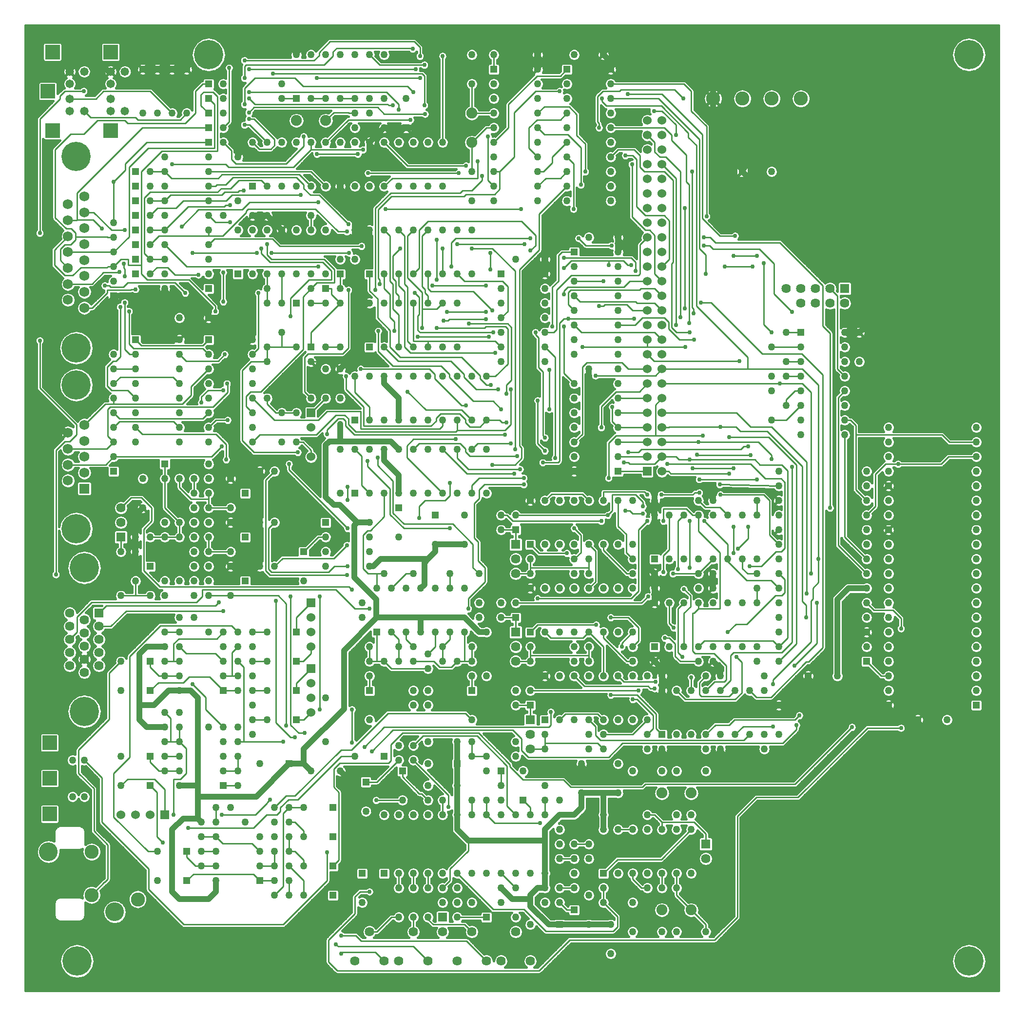
<source format=gtl>
G04*
G04  File:            TOPBOARD-V5.1.2.GTL, Thu Sep 18 12:29:37 2025*
G04  Source:          P-CAD 2006 PCB, Version 19.02.958, (D:\PCAD-2006\Projects\Pentagon-4096\Hardware\TopBoard-v5.1.2.PCB)*
G04  Format:          Gerber Format (RS-274-D), ASCII*
G04*
G04  Format Options:  Absolute Positioning*
G04                   Leading-Zero Suppression*
G04                   Scale Factor 1:1*
G04                   NO Circular Interpolation*
G04                   Inch Units*
G04                   Numeric Format: 4.4 (XXXX.XXXX)*
G04                   G54 NOT Used for Aperture Change*
G04                   Apertures Embedded*
G04*
G04  File Options:    Offset = (0.0mil,0.0mil)*
G04                   Drill Symbol Size = 80.0mil*
G04                   No Pad/Via Holes*
G04*
G04  File Contents:   Pads*
G04                   Vias*
G04                   No Designators*
G04                   No Types*
G04                   No Values*
G04                   No Drill Symbols*
G04                   Top*
G04*
%INTOPBOARD-V5.1.2.GTL*%
%ICAS*%
%MOIN*%
G04*
G04  Aperture MACROs for general use --- invoked via D-code assignment *
G04*
G04  General MACRO for flashed round with rotation and/or offset hole *
%AMROTOFFROUND*
1,1,$1,0.0000,0.0000*
1,0,$2,$3,$4*%
G04*
G04  General MACRO for flashed oval (obround) with rotation and/or offset hole *
%AMROTOFFOVAL*
21,1,$1,$2,0.0000,0.0000,$3*
1,1,$4,$5,$6*
1,1,$4,0-$5,0-$6*
1,0,$7,$8,$9*%
G04*
G04  General MACRO for flashed oval (obround) with rotation and no hole *
%AMROTOVALNOHOLE*
21,1,$1,$2,0.0000,0.0000,$3*
1,1,$4,$5,$6*
1,1,$4,0-$5,0-$6*%
G04*
G04  General MACRO for flashed rectangle with rotation and/or offset hole *
%AMROTOFFRECT*
21,1,$1,$2,0.0000,0.0000,$3*
1,0,$4,$5,$6*%
G04*
G04  General MACRO for flashed rectangle with rotation and no hole *
%AMROTRECTNOHOLE*
21,1,$1,$2,0.0000,0.0000,$3*%
G04*
G04  General MACRO for flashed rounded-rectangle *
%AMROUNDRECT*
21,1,$1,$2-$4,0.0000,0.0000,$3*
21,1,$1-$4,$2,0.0000,0.0000,$3*
1,1,$4,$5,$6*
1,1,$4,$7,$8*
1,1,$4,0-$5,0-$6*
1,1,$4,0-$7,0-$8*
1,0,$9,$10,$11*%
G04*
G04  General MACRO for flashed rounded-rectangle with rotation and no hole *
%AMROUNDRECTNOHOLE*
21,1,$1,$2-$4,0.0000,0.0000,$3*
21,1,$1-$4,$2,0.0000,0.0000,$3*
1,1,$4,$5,$6*
1,1,$4,$7,$8*
1,1,$4,0-$5,0-$6*
1,1,$4,0-$7,0-$8*%
G04*
G04  General MACRO for flashed regular polygon *
%AMREGPOLY*
5,1,$1,0.0000,0.0000,$2,$3+$4*
1,0,$5,$6,$7*%
G04*
G04  General MACRO for flashed regular polygon with no hole *
%AMREGPOLYNOHOLE*
5,1,$1,0.0000,0.0000,$2,$3+$4*%
G04*
G04  General MACRO for target *
%AMTARGET*
6,0,0,$1,$2,$3,4,$4,$5,$6*%
G04*
G04  General MACRO for mounting hole *
%AMMTHOLE*
1,1,$1,0,0*
1,0,$2,0,0*
$1=$1-$2*
$1=$1/2*
21,1,$2+$1,$3,0,0,$4*
21,1,$3,$2+$1,0,0,$4*%
G04*
G04*
G04  D10 : "Ellipse X10.0mil Y10.0mil H0.0mil 0.0deg (0.0mil,0.0mil) Draw"*
G04  Disc: OuterDia=0.0100*
%ADD10C, 0.0100*%
G04  D11 : "Ellipse X15.0mil Y15.0mil H0.0mil 0.0deg (0.0mil,0.0mil) Draw"*
G04  Disc: OuterDia=0.0150*
%ADD11C, 0.0150*%
G04  D12 : "Ellipse X16.0mil Y16.0mil H0.0mil 0.0deg (0.0mil,0.0mil) Draw"*
G04  Disc: OuterDia=0.0160*
%ADD12C, 0.0160*%
G04  D13 : "Ellipse X20.0mil Y20.0mil H0.0mil 0.0deg (0.0mil,0.0mil) Draw"*
G04  Disc: OuterDia=0.0200*
%ADD13C, 0.0200*%
G04  D14 : "Ellipse X25.0mil Y25.0mil H0.0mil 0.0deg (0.0mil,0.0mil) Draw"*
G04  Disc: OuterDia=0.0250*
%ADD14C, 0.0250*%
G04  D15 : "Ellipse X40.0mil Y40.0mil H0.0mil 0.0deg (0.0mil,0.0mil) Draw"*
G04  Disc: OuterDia=0.0400*
%ADD15C, 0.0400*%
G04  D16 : "Ellipse X5.0mil Y5.0mil H0.0mil 0.0deg (0.0mil,0.0mil) Draw"*
G04  Disc: OuterDia=0.0050*
%ADD16C, 0.0050*%
G04  D17 : "Ellipse X6.0mil Y6.0mil H0.0mil 0.0deg (0.0mil,0.0mil) Draw"*
G04  Disc: OuterDia=0.0060*
%ADD17C, 0.0060*%
G04  D18 : "Ellipse X9.8mil Y9.8mil H0.0mil 0.0deg (0.0mil,0.0mil) Draw"*
G04  Disc: OuterDia=0.0098*
%ADD18C, 0.0098*%
G04  D19 : "Ellipse X9.8mil Y9.8mil H0.0mil 0.0deg (0.0mil,0.0mil) Draw"*
G04  Disc: OuterDia=0.0098*
%ADD19C, 0.0098*%
G04  D20 : "Ellipse X111.0mil Y111.0mil H0.0mil 0.0deg (0.0mil,0.0mil) Flash"*
G04  Disc: OuterDia=0.1110*
%ADD20C, 0.1110*%
G04  D21 : "Ellipse X128.0mil Y128.0mil H0.0mil 0.0deg (0.0mil,0.0mil) Flash"*
G04  Disc: OuterDia=0.1280*
%ADD21C, 0.1280*%
G04  D22 : "Ellipse X143.0mil Y143.0mil H0.0mil 0.0deg (0.0mil,0.0mil) Flash"*
G04  Disc: OuterDia=0.1430*
%ADD22C, 0.1430*%
G04  D23 : "Ellipse X200.0mil Y200.0mil H0.0mil 0.0deg (0.0mil,0.0mil) Flash"*
G04  Disc: OuterDia=0.2000*
%ADD23C, 0.2000*%
G04  D24 : "Ellipse X215.0mil Y215.0mil H0.0mil 0.0deg (0.0mil,0.0mil) Flash"*
G04  Disc: OuterDia=0.2150*
%ADD24C, 0.2150*%
G04  D25 : "Ellipse X50.0mil Y50.0mil H0.0mil 0.0deg (0.0mil,0.0mil) Flash"*
G04  Disc: OuterDia=0.0500*
%ADD25C, 0.0500*%
G04  D26 : "Ellipse X58.0mil Y58.0mil H0.0mil 0.0deg (0.0mil,0.0mil) Flash"*
G04  Disc: OuterDia=0.0580*
%ADD26C, 0.0580*%
G04  D27 : "Ellipse X60.0mil Y60.0mil H0.0mil 0.0deg (0.0mil,0.0mil) Flash"*
G04  Disc: OuterDia=0.0600*
%ADD27C, 0.0600*%
G04  D28 : "Ellipse X64.0mil Y64.0mil H0.0mil 0.0deg (0.0mil,0.0mil) Flash"*
G04  Disc: OuterDia=0.0640*
%ADD28C, 0.0640*%
G04  D29 : "Ellipse X65.0mil Y65.0mil H0.0mil 0.0deg (0.0mil,0.0mil) Flash"*
G04  Disc: OuterDia=0.0650*
%ADD29C, 0.0650*%
G04  D30 : "Ellipse X69.0mil Y69.0mil H0.0mil 0.0deg (0.0mil,0.0mil) Flash"*
G04  Disc: OuterDia=0.0690*
%ADD30C, 0.0690*%
G04  D31 : "Ellipse X73.0mil Y73.0mil H0.0mil 0.0deg (0.0mil,0.0mil) Flash"*
G04  Disc: OuterDia=0.0730*
%ADD31C, 0.0730*%
G04  D32 : "Ellipse X75.0mil Y75.0mil H0.0mil 0.0deg (0.0mil,0.0mil) Flash"*
G04  Disc: OuterDia=0.0750*
%ADD32C, 0.0750*%
G04  D33 : "Ellipse X79.0mil Y79.0mil H0.0mil 0.0deg (0.0mil,0.0mil) Flash"*
G04  Disc: OuterDia=0.0790*
%ADD33C, 0.0790*%
G04  D34 : "Ellipse X84.0mil Y84.0mil H0.0mil 0.0deg (0.0mil,0.0mil) Flash"*
G04  Disc: OuterDia=0.0840*
%ADD34C, 0.0840*%
G04  D35 : "Ellipse X90.0mil Y90.0mil H0.0mil 0.0deg (0.0mil,0.0mil) Flash"*
G04  Disc: OuterDia=0.0900*
%ADD35C, 0.0900*%
G04  D36 : "Ellipse X96.0mil Y96.0mil H0.0mil 0.0deg (0.0mil,0.0mil) Flash"*
G04  Disc: OuterDia=0.0960*
%ADD36C, 0.0960*%
G04  D37 : "Rectangle X114.0mil Y114.0mil H0.0mil 0.0deg (0.0mil,0.0mil) Flash"*
G04  Square: Side=0.1140, Rotation=0.0, OffsetX=0.0000, OffsetY=0.0000, HoleDia=0.0000*
%ADD37R, 0.1140 X0.1140*%
G04  D38 : "Rectangle X50.0mil Y50.0mil H0.0mil 0.0deg (0.0mil,0.0mil) Flash"*
G04  Square: Side=0.0500, Rotation=0.0, OffsetX=0.0000, OffsetY=0.0000, HoleDia=0.0000*
%ADD38R, 0.0500 X0.0500*%
G04  D39 : "Rectangle X60.0mil Y60.0mil H0.0mil 0.0deg (0.0mil,0.0mil) Flash"*
G04  Square: Side=0.0600, Rotation=0.0, OffsetX=0.0000, OffsetY=0.0000, HoleDia=0.0000*
%ADD39R, 0.0600 X0.0600*%
G04  D40 : "Rectangle X64.0mil Y64.0mil H0.0mil 0.0deg (0.0mil,0.0mil) Flash"*
G04  Square: Side=0.0640, Rotation=0.0, OffsetX=0.0000, OffsetY=0.0000, HoleDia=0.0000*
%ADD40R, 0.0640 X0.0640*%
G04  D41 : "Rectangle X65.0mil Y65.0mil H0.0mil 0.0deg (0.0mil,0.0mil) Flash"*
G04  Square: Side=0.0650, Rotation=0.0, OffsetX=0.0000, OffsetY=0.0000, HoleDia=0.0000*
%ADD41R, 0.0650 X0.0650*%
G04  D42 : "Rectangle X69.0mil Y69.0mil H0.0mil 0.0deg (0.0mil,0.0mil) Flash"*
G04  Square: Side=0.0690, Rotation=0.0, OffsetX=0.0000, OffsetY=0.0000, HoleDia=0.0000*
%ADD42R, 0.0690 X0.0690*%
G04  D43 : "Rectangle X75.0mil Y75.0mil H0.0mil 0.0deg (0.0mil,0.0mil) Flash"*
G04  Square: Side=0.0750, Rotation=0.0, OffsetX=0.0000, OffsetY=0.0000, HoleDia=0.0000*
%ADD43R, 0.0750 X0.0750*%
G04  D44 : "Rectangle X79.0mil Y79.0mil H0.0mil 0.0deg (0.0mil,0.0mil) Flash"*
G04  Square: Side=0.0790, Rotation=0.0, OffsetX=0.0000, OffsetY=0.0000, HoleDia=0.0000*
%ADD44R, 0.0790 X0.0790*%
G04  D45 : "Rectangle X84.0mil Y84.0mil H0.0mil 0.0deg (0.0mil,0.0mil) Flash"*
G04  Square: Side=0.0840, Rotation=0.0, OffsetX=0.0000, OffsetY=0.0000, HoleDia=0.0000*
%ADD45R, 0.0840 X0.0840*%
G04  D46 : "Rectangle X99.0mil Y99.0mil H0.0mil 0.0deg (0.0mil,0.0mil) Flash"*
G04  Square: Side=0.0990, Rotation=0.0, OffsetX=0.0000, OffsetY=0.0000, HoleDia=0.0000*
%ADD46R, 0.0990 X0.0990*%
G04  D47 : "Ellipse X30.0mil Y30.0mil H0.0mil 0.0deg (0.0mil,0.0mil) Flash"*
G04  Disc: OuterDia=0.0300*
%ADD47C, 0.0300*%
G04  D48 : "Ellipse X45.0mil Y45.0mil H0.0mil 0.0deg (0.0mil,0.0mil) Flash"*
G04  Disc: OuterDia=0.0450*
%ADD48C, 0.0450*%
G04*
%FSLAX44Y44*%
%SFA1B1*%
%OFA0.0000B0.0000*%
G04*
G70*
G90*
G01*
D2*
%LNTop*%
D12*
X100750Y175100*
X100850Y175000D1*
D2*
D10*
X104100Y169950*
Y168350D1*
D2*
D12*
X104075Y175725*
X104500Y176150D1*
X104075Y175575D2*
Y175725D1*
X104000Y175500D2*
X104075Y175575D1*
X104000Y175400D2*
Y175500D1*
X103600Y175000D2*
X104000Y175400D1*
D2*
D10*
Y178000*
X103500Y177500D1*
X104000Y179050D2*
Y178000D1*
D2*
D15*
X103265Y191750*
X103381Y191634D1*
D2*
D10*
X103150Y191050*
X102550Y190450D1*
X103500Y191050D2*
X103150D1*
X103950Y191500D2*
X103500Y191050D1*
X103150Y202400D2*
X102450Y203100D1*
X103700Y202400D2*
X103150D1*
X104250Y202950D2*
X103700Y202400D1*
X103379Y202910D2*
X102850Y203439D1*
X103979Y206179D2*
X103379D1*
X104000Y206200D2*
X103979Y206179D1*
X102450Y204160D2*
X103379Y205089D1*
X103900Y204850D2*
Y205050D1*
X103550Y204500D2*
X103900Y204850D1*
X103150Y204500D2*
X103550D1*
X102850Y204200D2*
X103150Y204500D1*
X103600Y205600D2*
X103250D1*
X103900Y205300D2*
X103600Y205600D1*
X103900Y205050D2*
Y205300D1*
X103250Y205600D2*
X102500Y206350D1*
Y211000D2*
X103575Y212075D1*
X104475*
X104945Y213200D2*
X104484Y213661D1*
X103150Y215000D2*
X102825Y214675D1*
Y214475*
X104450Y215000D2*
X103150D1*
D2*
D15*
X103500Y217000*
Y216338D1*
D2*
D10*
X105900Y160900*
X105876D1*
X106100Y161100D2*
X105900Y160900D1*
X105150Y164400D2*
X106100Y163450D1*
X107600Y169450D2*
X106500Y168350D1*
X107000Y176000D2*
X106200Y175200D1*
X106300Y178400D2*
X105500D1*
X107350Y179450D2*
X106300Y178400D1*
X106000Y179800D2*
X105500Y179300D1*
D2*
D15*
X107000Y182000*
X106250D1*
D2*
D10*
X107000Y183500*
Y184500D1*
X107700Y187200D2*
X107000Y186500D1*
X106500Y190000D2*
X105954Y189454D1*
X106500Y191000D2*
X106100Y191400D1*
X106500Y191000D2*
X106044Y190544D1*
X106500Y193600D2*
Y194000D1*
Y193600D2*
X105921D1*
X106500Y193000D2*
X106900Y192600D1*
X106350Y194550D2*
X107450D1*
X106050Y194850D2*
X106350Y194550D1*
X106100Y193250D2*
X106250Y193400D1*
X107250Y197350D2*
X107600Y197000D1*
X106450Y196550D2*
X106050Y196150D1*
X106650Y196550D2*
X106450D1*
X106950Y196850D2*
X106650Y196550D1*
X107550Y197700D2*
X107850Y197400D1*
X106050Y201400D2*
Y201200D1*
X107650Y201400D2*
X106050D1*
X107700Y201450D2*
X107650Y201400D1*
X107250Y202850D2*
Y202350D1*
X107200Y202900D2*
X107250Y202850D1*
X107200Y203200D2*
Y202900D1*
X106100Y203000D2*
X106050Y202950D1*
X106500Y203000D2*
X106100D1*
X107500Y203500D2*
Y203100D1*
X107000Y203500D2*
X107500D1*
X106500Y203000D2*
X107000Y203500D1*
X107150Y201600D2*
X107450Y201900D1*
X106300Y201600D2*
X107150D1*
X106200Y201700D2*
X106300Y201600D1*
X105900Y201700D2*
X106200D1*
X106850Y202600D2*
X105800D1*
X106900Y202650D2*
X106850Y202600D1*
X106350Y205500D2*
X105125Y206724D1*
X107250Y205500D2*
X106350D1*
X105700Y205600D2*
X105100Y206200D1*
X106100Y205000D2*
X106500D1*
X106050Y205050D2*
X106100Y205000D1*
X106500Y208800D2*
X107300Y209600D1*
X105800Y215000D2*
X105288Y214488D1*
D2*
D15*
X106161Y216338*
X106295D1*
X105500Y217000D2*
X106161Y216338D1*
D2*
D10*
X108900Y160400*
Y161800D1*
X108850Y163000D2*
X109500D1*
X109450Y164000D2*
X109850Y163600D1*
X110000Y167250D2*
Y165500D1*
X109450Y167050D2*
X109000Y167500D1*
Y169100D2*
Y169500D1*
X109600Y168500D2*
X109000Y169100D1*
X110000Y168500D2*
X109600D1*
X110400Y170500D2*
X110000D1*
D2*
D15*
X109250Y173000*
X108250D1*
X108750Y171500D2*
X110000D1*
X108250Y172000D2*
X108750Y171500D1*
X108250Y173000D2*
Y172000D1*
D2*
D10*
X110400Y172100*
X110000Y172500D1*
X110600Y176000D2*
X110000D1*
X109000Y175600D2*
Y176000D1*
X109600Y175000D2*
X109000Y175600D1*
X110000Y175000D2*
X109600D1*
X109650Y181100D2*
X108550Y182200D1*
X109000Y184500D2*
X110000D1*
X108550Y185050D2*
X109100Y185600D1*
X110000Y186500D2*
Y188500D1*
X109100Y186500D2*
X108400Y187200D1*
Y202500D2*
Y203100D1*
X108800Y202100D2*
X108400Y202500D1*
X109000Y203500D2*
X110000D1*
X109000D2*
X108600Y203900D1*
X109450Y202950D2*
X109000Y202500D1*
X110200Y202950D2*
X109450D1*
X110700Y202450D2*
X110200Y202950D1*
X109600Y205100D2*
X109000Y204500D1*
Y205500D2*
X110000D1*
X108600Y207700D2*
X109000Y208100D1*
X110000Y207500D2*
X110400Y207900D1*
X110000Y207500D2*
X109000D1*
X110000Y209500D2*
X110450Y209050D1*
X110000Y209500D2*
X109000D1*
X110500Y213500D2*
X109000Y215000D1*
D2*
D15*
X110500Y216500*
X109500D1*
X108500*
X113500Y160250D2*
Y161000D1*
X113000Y159750D2*
X113500Y160250D1*
D2*
D10*
X111950Y161450*
X111500Y161000D1*
X113500Y163000D2*
X112500D1*
X111500Y162600D2*
Y163000D1*
X113500Y164000D2*
X112500D1*
D2*
D15*
X112250Y166750*
Y165250D1*
Y166750D2*
Y167500D1*
Y165250D2*
X111250D1*
D2*
D10*
X111450Y170050*
Y168350D1*
X112800Y173550D2*
Y172700D1*
X111650Y174950D2*
X111250Y174550D1*
X111450Y176550D2*
X113450D1*
X113050Y174950D2*
X111650D1*
X112550Y180450D2*
X112150Y180050D1*
X112550Y180900D2*
Y180450D1*
X113000Y183500D2*
Y184500D1*
Y186500D2*
Y187100D1*
Y187500*
Y187100D2*
X111800D1*
X112000Y187500D2*
Y188500D1*
X113200Y190000D2*
X113900Y190700D1*
X112500Y194100D2*
Y193700D1*
X112950Y194550D2*
X112500Y194100D1*
X111800Y194200D2*
Y194800D1*
X111200Y193600D2*
X111800Y194200D1*
X112600Y192600D2*
X113000Y193000D1*
X112600Y197400D2*
X113000Y197000D1*
X113650Y196550D2*
X111450D1*
D2*
D15*
X113000Y200250*
X112750Y200500D1*
X113000Y199500D2*
Y200250D1*
D2*
D10*
X113450Y199950*
Y200300D1*
X113400Y204900D2*
X113000Y204500D1*
X113450Y206050D2*
X113000Y206500D1*
Y205100D2*
Y205500D1*
X112300Y206900D2*
X111150Y205750D1*
X113000Y208500D2*
X113450D1*
X113550Y208600*
X113600Y208100D2*
X113850Y208350D1*
X113650Y209050D2*
X113900Y209300D1*
X111250Y207500D2*
X113000D1*
X111500Y213500D2*
X111050Y213050D1*
X113600Y214650D2*
X113300Y214950D1*
X113400Y214100D2*
X113000Y214500D1*
X112600Y215500D2*
X113000D1*
X112100Y215000D2*
X112600Y215500D1*
X112100Y213500D2*
Y215000D1*
X113300Y214950D2*
X112650D1*
X112475Y214775*
Y214025*
X113000Y213500*
X116500Y161000D2*
X116050Y161450D1*
X115950Y163550D2*
X116500Y163000D1*
X115000Y168500D2*
Y169500D1*
X115400Y170500D2*
X115000D1*
X114600Y175000D2*
X115000D1*
X114600D2*
Y176600D1*
X115400Y175600D2*
X115000Y176000D1*
Y178000D2*
X114550Y178450D1*
D2*
D15*
X116500Y182500*
X114500D1*
X116500Y185500D2*
X114500D1*
Y188750D2*
Y188500D1*
D2*
D10*
X114200Y189800*
Y190850D1*
X116500Y191500D2*
X116000Y191000D1*
X115300Y191100D2*
X116100Y190300D1*
X115550Y193450D2*
X116000Y193000D1*
X115550Y194150D2*
Y193450D1*
X115850Y194450D2*
X115550Y194150D1*
X116550Y194450D2*
X115850D1*
X115900Y196500D2*
X115300Y195900D1*
X116000Y197000D2*
X116400Y197400D1*
D2*
D15*
X116000Y199000*
X115500Y199500D1*
D2*
D10*
X115550Y206800*
Y206700D1*
X114150Y208600D2*
X114650Y209100D1*
X115050Y208900D2*
X116600D1*
X114500Y208350D2*
X115050Y208900D1*
X114050Y207100D2*
X114150Y207200D1*
X114450*
X115100Y208200D2*
X115400D1*
X115000Y208100D2*
X115100Y208200D1*
X114100Y208100D2*
X115000D1*
X114200Y207500D2*
X114600Y207900D1*
X116000Y211500D2*
X116450Y211050D1*
X115450Y212700D2*
X115800D1*
X114550Y210350D2*
Y210950D1*
X114850Y210050D2*
X114550Y210350D1*
X116100Y213100D2*
X115750D1*
Y213550D2*
X116100Y213900D1*
X115750Y214500D2*
X116150Y214100D1*
X115450Y215200D2*
X116150Y215900D1*
X115450Y214100D2*
Y215200D1*
Y216700D2*
X115550Y216800D1*
D2*
D15*
X119250Y155750*
Y153750D1*
D2*
D10*
X118500Y161000*
Y160000D1*
X119500D2*
Y161000D1*
X118100Y160600D2*
X117500Y160000D1*
X118500Y163000D2*
Y164000D1*
X118900Y163000D2*
X119500Y162400D1*
X118500Y163000D2*
X118900D1*
X119500Y164000D2*
Y164400D1*
X118300Y166800D2*
X118900D1*
X117500Y166000D2*
X118300Y166800D1*
X118500Y166000D2*
X119500D1*
X118500D2*
X118100Y165600D1*
X118450Y166550D2*
X119100D1*
X117900Y166000D2*
X118450Y166550D1*
X117650Y165500D2*
X117900Y165750D1*
Y166000*
D2*
D15*
X118500Y169000*
X119500D1*
Y170000D2*
Y169000D1*
D2*
D10*
X118600Y170800*
X118900D1*
X119150Y171100D2*
X119550D1*
X118600Y171650D2*
X119150Y171100D1*
X119500Y172000D2*
X119000D1*
X119450Y176000D2*
X119000D1*
Y179000D2*
Y178000D1*
X117100Y182300D2*
X117300Y182100D1*
X117500Y185500D2*
X117100Y185100D1*
X119450Y191000D2*
X119000D1*
X118500Y189100D2*
Y189500D1*
X118000Y193000D2*
X119000D1*
X118000D2*
X117600D1*
X119000Y197500D2*
X118000D1*
X119800Y197050D2*
X119550Y196800D1*
X118600Y199600D2*
Y200850D1*
D2*
D15*
X118000Y205000*
X118250Y204750D1*
X118000Y205500D2*
Y205000D1*
D2*
D10*
X117850Y204400*
X117350Y204900D1*
X119000Y209100D2*
X119500Y208600D1*
Y208350*
Y211900D2*
Y211250D1*
X118300Y210050*
X117250Y211050D2*
X117500Y211300D1*
Y211700*
X118900Y215900D2*
X119450Y215350D1*
X119000Y214500D2*
X118000D1*
X121800Y154850D2*
X121200Y155450D1*
X121850Y156500D2*
X121700Y156650D1*
X121550Y167400D2*
X121900Y167050D1*
X121950Y169050D2*
X121550Y168650D1*
X122050Y169950D2*
X122750D1*
X121600Y182500D2*
X122500D1*
X121200Y182100D2*
X121600Y182500D1*
X122800Y180900D2*
X122600Y181100D1*
X121550Y183050D2*
X122450Y183950D1*
X121000Y184500D2*
X120500D1*
D2*
D15*
X121550Y186700*
X121000Y187250D1*
X121950Y186700D2*
X121550D1*
D2*
D10*
X122500Y187950*
Y187050D1*
D2*
D15*
X121250Y191050*
X122000D1*
X121000Y190800D2*
X121250Y191050D1*
D2*
D10*
X121100Y191850*
Y191550D1*
Y193100D2*
X120500Y192500D1*
X122350Y192450D2*
X122200Y192600D1*
X122350Y192100D2*
Y192450D1*
X122300Y192850D2*
X121700D1*
X122550Y192600D2*
X122300Y192850D1*
X122550Y192200D2*
Y192600D1*
X122200D2*
X121850D1*
X122000Y196000D2*
X121500Y196500D1*
X121000Y197500D2*
X122000D1*
X122550Y197450D2*
X122150Y197050D1*
X121400Y202700D2*
X120800Y203300D1*
X121400Y202100D2*
Y202700D1*
Y201500D2*
X121000D1*
X121400Y201100D2*
Y201500D1*
X122000Y202500D2*
Y201500D1*
X121600Y202800D2*
X120900Y203500D1*
X121600Y201900D2*
Y202800D1*
X120400Y201900D2*
X121600D1*
X122450Y205400D2*
X121850D1*
D2*
D15*
X122000Y208500*
Y208000D1*
Y208500D2*
Y208750D1*
D2*
D10*
X122550Y213550*
X121550D1*
X122600Y213500D2*
X122550Y213550D1*
X120550Y217650D2*
X121300Y218400D1*
X120550Y217450D2*
Y217650D1*
X120200Y217100D2*
X120550Y217450D1*
X120900Y216800D2*
X121500Y217400D1*
Y217700*
X121750Y217950*
X125500Y158500D2*
X124500Y157500D1*
X124000*
X123050Y157250D2*
X123425Y156875D1*
X123350Y160250D2*
X124000D1*
X124500Y167750D2*
X123750D1*
X125475Y170325D2*
Y169225D1*
X125300Y169050*
X125000Y176000D2*
X124500D1*
X125000D2*
X125500Y175500D1*
X124000Y176000D2*
X124500D1*
D2*
D15*
X124450Y179050*
X124500Y179000D1*
X124250Y182500D2*
X124000D1*
D2*
D10*
X124500Y182000*
X125000D1*
X123900D2*
X123550Y182350D1*
X124500Y182000D2*
X123900D1*
X124500Y181000D2*
Y182000D1*
X124050Y184950D2*
X125000Y185900D1*
X123850Y184950D2*
X124050D1*
X123550Y184650D2*
X123850Y184950D1*
X125400Y187800D2*
Y186050D1*
X124000Y187500D2*
X123450Y188050D1*
X125600Y188350D2*
Y186150D1*
X123850Y189700D2*
Y189350D1*
X124550Y189950D2*
Y189400D1*
D2*
D15*
X125000Y190500*
Y189750D1*
D2*
D10*
X123600Y192100*
Y193400D1*
X124000Y192500D2*
Y193400D1*
X125600Y196200D2*
X124600Y197200D1*
D2*
D15*
X123250Y200500*
X124000D1*
D2*
D10*
X124550Y199500*
Y200800D1*
X125400Y198650D2*
X124550Y199500D1*
X125700Y199250D2*
X125400Y199550D1*
X125700Y198600D2*
Y199250D1*
D2*
D15*
X124000Y203500*
X123250Y202750D1*
D2*
D10*
X124000Y201350*
Y202500D1*
X125000Y201500D2*
Y202500D1*
X125400Y201100D2*
X125000Y201500D1*
X124700Y202100D2*
X124600Y202200D1*
X124700Y201800D2*
Y202100D1*
X125600Y201800D2*
X125400Y202000D1*
X125800D2*
Y201200D1*
X125600Y202200D2*
X125800Y202000D1*
X125600Y203750D2*
Y202200D1*
X125400Y205100D2*
X125000Y205500D1*
X125550Y209050D2*
X125000Y208500D1*
D2*
D15*
X124000Y211500*
X125000Y212500D1*
X124000Y210750D2*
Y211500D1*
D2*
D10*
X124550Y213900*
X125000Y213450D1*
X125300Y214050D2*
X125600D1*
X125250Y214100D2*
X125300Y214050D1*
X124700Y216800D2*
X124000Y217500D1*
X127000Y158500D2*
Y157500D1*
X128350Y158000D2*
X128000Y158350D1*
Y158500*
X127000Y160500D2*
Y161500D1*
X128000Y160500D2*
Y161500D1*
X127550Y166950D2*
X128000Y166500D1*
X127400Y166950D2*
X127550D1*
X127000Y170250D2*
X127650Y170900D1*
X126250Y168500D2*
Y168100D1*
X128400Y176000D2*
X127000D1*
X128800Y175600D2*
X128400Y176000D1*
D2*
D15*
X127500Y179000*
Y178000D1*
D2*
D10*
X126500Y177500*
Y178000D1*
D2*
D15*
X127750Y181250*
X127500Y181000D1*
X127750Y182750D2*
Y181250D1*
D2*
D10*
X127000Y182000*
X126500D1*
D2*
D15*
X128500Y184000*
Y183500D1*
D2*
D10*
X127800Y187000*
X127400Y186600D1*
X126550Y190750D2*
X127000Y191200D1*
Y190500D2*
X127400Y190900D1*
X126550Y189950D2*
Y190750D1*
X128550Y192450D2*
X128200Y192100D1*
X128550Y192650D2*
Y192450D1*
X128850Y192950D2*
X128550Y192650D1*
X127850Y193200D2*
X126600Y194450D1*
X126800Y197100D2*
X126400Y197500D1*
X128450Y195650D2*
X128100Y196000D1*
X128450Y195350D2*
Y195650D1*
X128000Y197900D2*
Y197500D1*
Y197900D2*
X127000D1*
X126600D2*
X127000Y197500D1*
X127600Y198800D2*
Y200100D1*
X128600*
X127400Y199750D2*
X127300Y199650D1*
X127400Y200900D2*
Y199750D1*
X127300Y199650D2*
Y198650D1*
X127450Y198500*
X127600Y201250D2*
X126600Y202250D1*
X126400Y201800D2*
X126600Y201600D1*
X127000Y202500D2*
X127400Y202900D1*
X127100Y201200D2*
Y201150D1*
X128000Y201500D2*
Y202500D1*
X128200Y201300D2*
X128000Y201500D1*
X127800Y201450D2*
X127600Y201650D1*
X127800Y201200D2*
Y201450D1*
X126600Y205100D2*
X127000Y205500D1*
X127600Y205100D2*
X128000Y205500D1*
X127400D2*
X128000Y206100D1*
D2*
D15*
X126500Y212500*
X127750D1*
D2*
D10*
X126600Y215350*
X127000Y214950D1*
X127750Y216050D2*
X127600Y216200D1*
X127050Y218400D2*
X127450Y218000D1*
Y217400*
X126900Y217950D2*
X126950Y217900D1*
X131000Y157500D2*
X130500Y158000D1*
X129500Y161000D2*
Y161800D1*
D2*
D15*
X130000Y164500*
X130750Y163750D1*
D2*
D10*
Y163050*
Y163750D1*
D2*
D15*
X130000Y165500*
Y167500D1*
D2*
D10*
X131000Y166500*
Y165500D1*
X129400Y166050D2*
Y166850D1*
D2*
D15*
X130000Y169000*
Y170500D1*
D2*
D10*
X131000Y169500*
Y170500D1*
X130550Y172450D2*
X131000Y172000D1*
X130000Y176000D2*
X129600Y175600D1*
X130000Y176000D2*
X130500D1*
X131000D2*
X130500D1*
D2*
D15*
Y179000*
X131500Y178000D1*
D2*
D10*
X129500Y177500*
Y178000D1*
Y182000D2*
Y181000D1*
X131075Y182425D2*
X131500Y182000D1*
X131900Y182400D2*
X131425Y182875D1*
X131900Y181450D2*
Y182400D1*
X130750Y180300D2*
X131900Y181450D1*
X129700Y185400D2*
X131075Y184025D1*
X131425Y184175D2*
X131150Y184450D1*
X131500Y188550D2*
X131000Y188050D1*
Y187500*
X131150Y186800D2*
X131500Y187150D1*
Y187750D2*
X131850Y188100D1*
X131500Y187150D2*
Y187750D1*
X129500Y188200D2*
Y187350D1*
X129150Y187000*
X130000Y189900D2*
X130750Y189150D1*
X130000Y190500D2*
Y189900D1*
X131000Y190500D2*
X131400Y190900D1*
X130000Y191800D2*
X129900Y191700D1*
X130550Y190350D2*
X130850Y190050D1*
X130550Y190550D2*
Y190350D1*
X130200Y190900D2*
X130550Y190550D1*
X130600Y193500D2*
X130300D1*
X130550Y192550D2*
X130150Y192950D1*
X130550Y192350D2*
Y192550D1*
X130850Y192050D2*
X130550Y192350D1*
X131550Y192050D2*
X130850D1*
X131000Y192500D2*
X130300Y193200D1*
X130450Y195650D2*
X129550Y196550D1*
X130450Y195450D2*
Y195650D1*
X131550Y195550D2*
X130300Y196800D1*
X131550Y195350D2*
Y195550D1*
X129450Y195450D2*
Y195650D1*
X129350Y199300D2*
X129050D1*
X129450Y199400D2*
X129350Y199300D1*
X130000Y202500D2*
X130500Y202000D1*
X129900Y204950D2*
X129600Y204650D1*
X130450Y207800D2*
X130600Y207950D1*
X131700Y208900D2*
Y209200D1*
X131000Y208200D2*
X131700Y208900D1*
X130350Y208200D2*
X131000D1*
X130200Y208050D2*
X130350Y208200D1*
X131000Y213500D2*
Y215500D1*
D2*
D15*
X133750Y159750*
X133000Y160500D1*
D2*
D10*
Y161500*
X134000Y160500D1*
X134550Y159050D2*
X132450D1*
X133400Y166100D2*
X134000Y165500D1*
X133600Y168800D2*
Y168950D1*
X134400Y169900D2*
Y170700D1*
X134850Y169450D2*
X134400Y169900D1*
D2*
D15*
X133000Y175500*
X133500Y175000D1*
X133000Y176750D2*
Y175500D1*
X132250Y178750D2*
X132750Y178250D1*
D2*
D10*
X134000Y179000*
X133000D1*
X134000D2*
Y178000D1*
Y185000D2*
X133000D1*
X134000D2*
Y184000D1*
D2*
D15*
X133000Y187500*
X132250Y186750D1*
D2*
D10*
X134400Y189900*
X133950Y189450D1*
X132400*
X134250Y190750D2*
X134400Y190600D1*
Y189900*
X133350Y194300D2*
Y194900D1*
X133000Y193250D2*
X132450Y193800D1*
X133050Y192350D2*
X133350D1*
X132900Y192500D2*
X133050Y192350D1*
X133650Y194600D2*
Y192200D1*
X132600Y195500D2*
X133450Y196350D1*
X132600Y197900D2*
X133000Y197500D1*
X133450Y199950D2*
X133000Y199500D1*
X133450Y198750D2*
X133300Y198900D1*
X133700Y198850D2*
X133450Y199100D1*
X133100Y202000D2*
X133450Y201650D1*
X132900Y209500D2*
X132500D1*
X132900Y208300D2*
Y209500D1*
X132550Y207950D2*
X132900Y208300D1*
X132500Y208500D2*
X132100Y208900D1*
X134900Y212500D2*
Y211100D1*
X133500Y212500D2*
X132500Y211500D1*
Y216500D2*
Y217500D1*
D2*
D15*
X137000Y158000*
X136250D1*
X136000Y161500D2*
Y160500D1*
X135500*
X136000Y164500D2*
Y163750D1*
D2*
D10*
Y165500*
Y166500D1*
X137750Y167400D2*
X137250Y167900D1*
X136000Y170000D2*
Y170400D1*
X137000Y172000D2*
X137400Y172400D1*
X136400Y171650D2*
X136250Y171500D1*
X136400Y172550D2*
Y171650D1*
X136000Y178000D2*
X136400Y177600D1*
X137500Y183400D2*
X135600D1*
X136000Y187000D2*
X136450Y187450D1*
X137000Y189700D2*
X136900Y189600D1*
X135500Y190900D2*
X136000Y190400D1*
X135850Y191450D2*
X136000Y191300D1*
X136900Y189600D2*
X135850D1*
X136000Y197500D2*
X136700Y196800D1*
X135850Y195800D2*
X135550Y196100D1*
X137300Y199450D2*
X137000Y199150D1*
X137600Y199450D2*
X137300D1*
X135550Y198150D2*
X135350Y198350D1*
Y198500*
X136000D2*
X136600D1*
X136800Y198700*
D2*
D15*
X136000Y202500*
Y203500D1*
D2*
D10*
X137300Y202900*
X137800Y203400D1*
X136800Y201400D2*
X137800Y202400D1*
X136925Y203775D2*
Y202025D1*
X136500Y201600*
X137600Y201250D2*
X137750Y201400D1*
X137300Y201350D2*
Y201100D1*
X137550Y201600D2*
X137300Y201350D1*
X135350Y205150D2*
Y204450D1*
X135600Y206600D2*
Y204150D1*
X135500Y209500D2*
X135900D1*
X137050Y209050D2*
X137500Y209500D1*
X136050Y209050D2*
X137050D1*
X135500Y208500D2*
X136050Y209050D1*
X136500Y210500D2*
X137500Y211500D1*
X136500Y210100D2*
Y210500D1*
X135950Y212050D2*
X135500Y212500D1*
X137550Y212050D2*
X135950D1*
X137050Y213050D2*
X135450D1*
X137500Y213500D2*
X137050Y213050D1*
X135950Y213950D2*
X135500Y213500D1*
X137650Y213950D2*
X135950D1*
X137000Y215000D2*
X135350D1*
D2*
D15*
X135500Y217500*
Y216500D1*
D2*
D10*
X137050Y216050*
X135450D1*
X137500Y216500D2*
X137050Y216050D1*
D2*
D15*
X139000Y158000*
X140500D1*
D2*
D10*
X140000Y159500*
Y160500D1*
D2*
D15*
X138500Y167000*
X140000D1*
Y165500D2*
Y167000D1*
X138500D2*
Y166000D1*
Y168250D2*
Y169000D1*
D2*
D10*
X140000Y170000*
X139600Y170400D1*
X139450Y171550D2*
X139000Y172000D1*
X139600Y172400D2*
X140000Y172000D1*
X139000Y176400D2*
Y176000D1*
X138600Y177600D2*
X139000Y178000D1*
X140000D2*
Y177600D1*
X139000Y181000D2*
X139450Y181450D1*
X139000Y182400D2*
Y182000D1*
X139450Y183550D2*
X139000Y184000D1*
X140000D2*
Y183600D1*
X138450Y184650D2*
Y183450D1*
X140600Y186300D2*
Y187400D1*
X140000Y187600D2*
Y187000D1*
X138550Y187450D2*
X139000Y187000D1*
X140350Y190950D2*
X140850Y191450D1*
X140600Y192400D2*
Y193400D1*
X139850Y193450D2*
X140850Y194450D1*
X138550Y196150D2*
X138850Y196450D1*
X140000Y200300D2*
X140100Y200400D1*
X139700Y200300D2*
X140000D1*
X140350Y203100D2*
Y203400D1*
D2*
D15*
X140750Y206000*
X139250D1*
D2*
D10*
X140550Y204450*
X138800D1*
X138300Y204950*
X139700Y212800D2*
Y212500D1*
X139600Y212900D2*
X139700Y212800D1*
X138750Y211400D2*
X138175Y211975D1*
X139950Y215000D2*
X139600Y214650D1*
X139900Y214500D2*
Y214300D1*
X140200Y214000*
D2*
D15*
X140500Y216500*
X139750D1*
X140500Y217000D2*
X140000Y217500D1*
X140500Y216500D2*
Y217000D1*
D2*
D10*
X142600Y160500*
X143000D1*
X142000Y161100D2*
X142600Y160500D1*
X142000Y161500D2*
Y161100D1*
X143000Y165500D2*
X143500D1*
X142850Y167600D2*
X142650Y167400D1*
D2*
D15*
X143000Y168750*
Y168250D1*
X143500Y169250D2*
X143000Y168750D1*
D2*
D10*
X143600Y172400*
Y171400D1*
X142300Y173700D2*
X143600Y172400D1*
X143400Y172300D2*
Y171400D1*
X142300Y173400D2*
X143400Y172300D1*
X142000Y173400D2*
X142300D1*
D2*
D15*
X142750Y176750*
X143500Y176000D1*
D2*
D10*
X143550Y174600*
X141400D1*
X143200Y174150D2*
X143050Y174300D1*
X143500Y174150D2*
X143200D1*
X141600Y176000D2*
X142000D1*
X142400Y178300D2*
Y177400D1*
X141250Y177250D2*
X142000Y178000D1*
X141700Y179000D2*
X142400Y178300D1*
D2*
D15*
X143500Y181000*
Y181600D1*
Y182000D2*
Y181600D1*
D2*
D12*
X143550Y181550*
X143500Y181600D1*
D2*
D15*
X142750Y182750*
X143500Y182000D1*
D2*
D10*
X141600*
X142000D1*
X141900Y180300D2*
X142400Y180800D1*
D2*
D15*
X143500Y184750*
X142750Y184000D1*
D2*
D10*
X141550Y184700*
Y183450D1*
X142400Y185000D2*
X143000Y185600D1*
D2*
D15*
X143500Y187000*
Y188000D1*
D2*
D10*
X142700Y186900*
Y186600D1*
X142200Y187400D2*
X142700Y186900D1*
X141800Y186300D2*
X141500D1*
X142000Y186100D2*
X141800Y186300D1*
X142700Y186100D2*
X142000D1*
X143000Y187400D2*
X142800Y187600D1*
X141700Y189600D2*
X141400D1*
X141800Y189500D2*
X141700Y189600D1*
X143500Y189500D2*
X141800D1*
X142400Y190300D2*
X142600Y190500D1*
X141700Y190300D2*
X142400D1*
X141700Y196000D2*
X143000D1*
X141250Y196450D2*
X141700Y196000D1*
X143450Y196550D2*
X143000Y197000D1*
X142000Y200000D2*
X143000D1*
X141600Y200400D2*
X142000Y200000D1*
X142650Y199500D2*
X142150Y199000D1*
X142300Y200500D2*
X143500D1*
X142200Y200600D2*
X142300Y200500D1*
X141800Y202000D2*
X141400Y201600D1*
X143000Y202000D2*
X141800D1*
X142550Y201500D2*
X143500D1*
X142450Y201400D2*
X142550Y201500D1*
X142400Y202400D2*
X142500Y202500D1*
X142200Y203300D2*
Y202700D1*
X141900Y203600D2*
X142200Y203300D1*
X141650Y203100D2*
X141900D1*
X141650D2*
X141350Y203400D1*
X142500Y204500D2*
X143000Y205000D1*
X143150Y205500D2*
X143500Y205150D1*
X142850Y205500D2*
X143150D1*
X141950Y206400D2*
X142850Y205500D1*
X142500Y209800D2*
X142800Y209500D1*
X143500Y211500D2*
X143000Y212000D1*
X143500Y210850D2*
Y211500D1*
X143850Y210500D2*
X143500Y210850D1*
X142000Y210600D2*
X142250Y210350D1*
X141500Y210600D2*
X142000D1*
X142100Y211000D2*
X142500Y210600D1*
X141200Y215100D2*
X141100Y215000D1*
X145000Y161500D2*
Y160500D1*
Y160000D2*
Y160500D1*
X146700Y173600D2*
X146550Y173750D1*
X145100Y176600D2*
X145400Y176300D1*
X145250Y176000D2*
X144900Y176350D1*
X146500Y176000D2*
X145250D1*
X146100Y176700D2*
X146250Y176550D1*
X146200Y179300D2*
X146100D1*
X146500Y179600D2*
X146200Y179300D1*
X144500Y178600D2*
X144800Y178300D1*
X145500Y179300D2*
X145950Y179750D1*
X144500Y177600D2*
X144200D1*
X144900Y177200D2*
X144500Y177600D1*
X145950Y180500D2*
X145500Y180950D1*
X146500Y182000D2*
X144750D1*
X144500Y183650D2*
X144100Y183250D1*
X145650Y186450D2*
X144100D1*
X146250Y187550D2*
X146100Y187400D1*
X146550Y187550D2*
X146250D1*
X145150Y189800D2*
X145900D1*
X144950Y190000D2*
X145150Y189800D1*
X146450Y190100D2*
X146400Y190150D1*
X144650Y198850D2*
X145000Y198500D1*
X145900*
X146150Y200100D2*
X146050Y200200D1*
X146150Y199800D2*
Y200100D1*
X144450Y199200D2*
X144150Y199500D1*
X144450Y198750D2*
Y199200D1*
X144750Y203300D2*
X144650Y203200D1*
X144150Y206500D2*
X144500Y206150D1*
X144150Y209500D2*
X144750Y208900D1*
X145850Y208600D2*
X145650Y208800D1*
X144650Y212000D2*
X144150Y212500D1*
X144650Y211650D2*
Y212000D1*
X145650Y210650D2*
X144650Y211650D1*
X145800Y211850D2*
X146350Y211300D1*
X145800Y212150D2*
Y211850D1*
X144950Y212700D2*
Y212000D1*
X145500Y215500D2*
X146000Y215000D1*
Y213650*
X144850Y215100D2*
X145450Y214500D1*
X149150Y158500D2*
X147600Y156950D1*
D2*
D15*
X148000Y169250*
Y170000D1*
D2*
D10*
X149450Y173850*
X149000Y173400D1*
X148600Y171650D2*
X148950Y172000D1*
X147650Y171650D2*
X148600D1*
D2*
D15*
X148000Y175500*
Y175000D1*
X147500Y176000D2*
X148000Y175500D1*
D2*
D10*
X147550Y176550*
X148400Y175700D1*
X149100Y176300D2*
X149450Y175950D1*
X148250Y174600D2*
X147600D1*
X148400Y174750D2*
X148250Y174600D1*
X148400Y175700D2*
Y174750D1*
X148700Y176400D2*
Y174700D1*
X148900Y176600D2*
X148700Y176400D1*
X149050Y178550D2*
X148500Y178000D1*
X149800Y178550D2*
X149050D1*
D2*
D15*
X147500Y181550*
Y182000D1*
Y181550D2*
Y181000D1*
D2*
D10*
X149800Y181550*
X148500Y182850D1*
X149850Y182000D2*
X149500Y182350D1*
X149900Y184400D2*
Y185200D1*
X149200Y183700D2*
X149900Y184400D1*
X148900Y185200D2*
Y183400D1*
D2*
D15*
X147500Y187500*
Y187000D1*
D2*
D10*
X147700Y187700*
X147500Y187500D1*
X149600Y190700D2*
X149900D1*
X149400Y190500D2*
X149600Y190700D1*
X149050Y192050D2*
X148000D1*
X149850Y196800D2*
Y196000D1*
X147500Y204200D2*
X147250Y204450D1*
X147650Y204650D2*
X147300Y205000D1*
X147950Y205100D2*
X149000D1*
D2*
D15*
X147500Y212750*
X149500Y210750D1*
D2*
D10*
X151450Y173550*
X150450D1*
X151600Y174750D2*
Y174450D1*
X152000Y181000D2*
X151450Y181550D1*
X152000Y182000D2*
X152400Y181600D1*
Y180700*
X152200Y180500*
X151750*
X152000Y184000D2*
X151350Y184650D1*
X152150Y183500D2*
X152400Y183750D1*
X151800Y183500D2*
X152150D1*
X152000Y187000D2*
X151300Y187700D1*
X151350Y187000D2*
X150950Y187400D1*
X152150Y188500D2*
X151050D1*
X152400Y188250D2*
X152150Y188500D1*
X150600Y191000D2*
X151500Y190100D1*
Y189850*
X150700Y189450D2*
X150350Y189800D1*
X152600Y189050D2*
X152200Y189450D1*
X150700*
X150050Y192050D2*
X151500D1*
X152500Y193900D2*
Y193500D1*
Y192500D2*
X151500D1*
X150950Y199050D2*
X151500Y198500D1*
X151650Y201150D2*
Y203200D1*
D2*
D15*
X153500Y169250*
X154000Y169750D1*
D2*
D10*
X153200Y171650*
Y171350D1*
X153100Y172000D2*
X153400Y172300D1*
X154025Y175975D2*
X153875D1*
X153850Y179000D2*
Y179850D1*
X154700Y181400D2*
X154325Y181025D1*
Y180275*
X154200Y180150*
X153500Y194500D2*
X153100D1*
X153550Y197050D2*
X155000Y195600D1*
X155500Y198450D2*
X155000Y198950D1*
X157000Y171500D2*
Y171550D1*
X158000Y176000D2*
X158100Y176100D1*
Y176150*
D2*
D15*
X157250Y178000*
X158000D1*
X157000Y177750D2*
X157250Y178000D1*
X156750Y181000D2*
X158000D1*
D2*
D10*
X158600Y188800*
Y186600D1*
X157250Y187750D2*
X158000Y187000D1*
X156050Y194050D2*
X156500Y194500D1*
X156900Y192500D2*
X157250Y192150D1*
X156500Y192500D2*
X156900D1*
D2*
D15*
X157500Y198500*
X156500D1*
X157750Y198750D2*
X157500Y198500D1*
X156250Y206750D2*
X157750Y205250D1*
X159500Y172500D2*
Y173000D1*
X160000Y172000D2*
X159500Y172500D1*
X161500Y172000D2*
X160000D1*
D2*
D10*
X160350Y178950*
Y178250D1*
X159800Y179500D2*
X160350Y178950D1*
X159400Y185100D2*
X159100D1*
X159500Y185000D2*
X159400Y185100D1*
X159300Y188000D2*
X159500D1*
X160150Y189500D2*
X159300D1*
X163150Y191500D2*
X163650Y191000D1*
X163100Y189500D2*
X163600Y190000D1*
D2*
D15*
X100750Y180750*
Y175100D1*
D2*
D10*
X101450Y197950*
Y194700D1*
X102550Y190450D2*
Y181950D1*
X103950Y192200D2*
Y191500D1*
X102450Y203100D2*
Y204160D1*
X102850Y203439D2*
Y204200D1*
X104000Y206200D2*
Y208050D1*
X102500Y206350D2*
Y211000D1*
X107000Y167500D2*
X107450Y167950D1*
X106500Y168350D2*
Y165350D1*
X105700Y165000D2*
Y168050D1*
X105150Y167300D2*
Y164400D1*
X106100Y163450D2*
Y161100D1*
X106200Y175200D2*
Y172050D1*
X106500Y192000D2*
X106900Y192400D1*
X106100Y191400D2*
Y193250D1*
D2*
D15*
X106500Y201000*
Y199250D1*
D2*
D10*
Y195000*
X106950Y195450D1*
X107250Y200550D2*
Y197350D1*
X106050Y196150D2*
Y194850D1*
X106950Y200250D2*
Y196850D1*
X106100Y204000D2*
X106099Y203999D1*
X106500Y204000D2*
X106100D1*
X106500D2*
X107550Y205050D1*
Y199950D2*
Y197700D1*
X106500Y206000D2*
Y208800D1*
X107250Y213000D2*
X107450Y212800D1*
X105400Y213000D2*
X107250D1*
X107300Y209600D2*
Y210050D1*
D2*
D15*
X110500Y164500*
Y160250D1*
D2*
D10*
X109300Y167950*
X110000Y167250D1*
X110600Y167950D2*
Y165500D1*
X109450Y164000D2*
Y167050D1*
D2*
D15*
X110250Y174000*
X109250Y173000D1*
X108750Y177000D2*
X110000D1*
X108250Y176500D2*
X108750Y177000D1*
X108250Y173000D2*
Y176500D1*
D2*
D10*
X110400Y170500*
Y172100D1*
X109550Y174550D2*
X109000Y174000D1*
X110600Y176000D2*
Y177200D1*
X110000Y188500D2*
Y189500D1*
X109100Y185600D2*
Y186500D1*
X108550Y182200D2*
Y185050D1*
D2*
D15*
X110000Y201000*
Y201500D1*
Y201000D2*
Y200500D1*
Y198000*
D2*
D10*
X108400Y209500*
X109800Y210900D1*
X109000Y206500D2*
X109500Y207000D1*
X110750*
D2*
D15*
X112250Y165250*
X112500Y165000D1*
D2*
D10*
Y162000*
X113500D1*
X112100D2*
X111500Y162600D1*
X112500Y162000D2*
X112100D1*
X111450Y168350D2*
X111050Y167950D1*
X113500Y165000D2*
Y166000D1*
D2*
D15*
X111750Y174000*
X112250Y173500D1*
D2*
D10*
X111900Y174450*
X112800Y173550D1*
X113450Y179800D2*
X113700Y180050D1*
X113500Y192500D2*
X113000Y192000D1*
Y198000D2*
X112600Y197600D1*
X111800Y194800D2*
X113000Y196000D1*
X113450Y200300D2*
X111650Y202100D1*
X113600Y210900D2*
Y214650D1*
X111400Y212800D2*
X112100Y213500D1*
X113400Y211100D2*
Y214100D1*
X114600Y176600D2*
X115000Y177000D1*
X115400Y170500D2*
Y175600D1*
D2*
D15*
X116500Y189000*
Y185500D1*
Y182500*
Y189000D2*
X114750D1*
X114500Y188750*
D2*
D10*
X116900Y188400*
Y182200D1*
D2*
D15*
X116000Y198000*
Y199000D1*
X115250Y198000D2*
X114750Y197500D1*
X116000Y198000D2*
X115250D1*
D2*
D10*
X114300Y194950*
X114250Y195000D1*
X114300Y194400D2*
Y194950D1*
X116600Y203900D2*
Y204250D1*
X116400Y197400D2*
Y201200D1*
X115700Y206950D2*
X115550Y206800D1*
X115800Y207400D2*
X115300Y206900D1*
X115450Y215900D2*
Y216700D1*
X114400Y216600D2*
Y212900D1*
X114150Y210000D2*
X114350Y209800D1*
X117500Y163000D2*
Y162000D1*
X119500Y161000D2*
X118500Y162000D1*
X119500Y162400D2*
Y162000D1*
X118900Y165000D2*
X118500D1*
X119500Y164400D2*
X118900Y165000D1*
X118100Y165600D2*
Y160600D1*
X118600Y180450D2*
Y171650D1*
X117600Y171800D2*
X118600Y170800D1*
X117600Y180150D2*
Y171800D1*
X119000Y174500D2*
Y174000D1*
X118300Y179950D2*
Y171600D1*
X117750Y180500D2*
X118300Y179950D1*
X117500Y182500D2*
X118050Y183050D1*
X117100Y185100D2*
Y182300D1*
X118600Y200850D2*
X119850Y202100D1*
X118000Y200500D2*
Y202500D1*
Y197500D2*
Y198500D1*
X119450Y200950D2*
Y197350D1*
X119550Y196800D2*
Y194450D1*
X122050Y156000D2*
X122150Y156100D1*
X121200Y155450D2*
Y156950D1*
X121900Y162400D2*
X121500Y162000D1*
X121900Y167050D2*
Y162400D1*
X121550Y168650D2*
Y167400D1*
X121100Y162950D2*
Y161000D1*
D2*
D15*
X122500Y168000*
X122000Y168500D1*
X122500Y168000D2*
Y159000D1*
D2*
D10*
X121500Y162000*
X121550D1*
D2*
D15*
X122250Y176750*
Y172750D1*
D2*
D10*
X120600Y180450*
Y172700D1*
X122800D2*
Y170450D1*
D2*
D15*
X122000Y192250*
Y191050D1*
X121000Y187250D2*
Y190800D1*
D2*
D10*
X121700Y192850*
X120350Y191500D1*
X121850Y192600D2*
X121100Y191850D1*
X122400Y194600D2*
Y195500D1*
X122000Y200500D2*
X121400Y201100D1*
X122550Y201400D2*
Y197450D1*
X120550Y207900D2*
X122550Y205900D1*
X121550Y213550D2*
X121000Y213000D1*
Y211500D2*
X122550Y213050D1*
X124400Y156100D2*
X125000Y155500D1*
D2*
D15*
X124450Y180250*
Y179050D1*
D2*
D10*
X125600Y171300*
X124150Y169850D1*
X124000Y176000D2*
Y177000D1*
X124500Y176000D2*
Y178000D1*
X124000Y174000D2*
Y175000D1*
X125000Y171500D2*
X123650Y170150D1*
D2*
D15*
X124750Y183000*
X124250Y182500D1*
D2*
D10*
X123400Y191900*
Y193100D1*
X123850Y189350D2*
X125400Y187800D1*
X123450Y188050D2*
Y190050D1*
X124550Y189400D2*
X125600Y188350D1*
X125000Y185900D2*
Y187500D1*
X123550Y182350D2*
Y184650D1*
D2*
D15*
X123250Y202750*
Y200500D1*
D2*
D10*
X124550Y200800*
X124000Y201350D1*
X125400Y197500D2*
Y198650D1*
X124600Y197200D2*
Y198600D1*
X125400Y199550D2*
Y201100D1*
Y202000D2*
Y205100D1*
X125600Y200100D2*
Y201800D1*
D2*
D15*
X125000Y195000*
Y195500D1*
D2*
D10*
X124600Y206900*
X125500Y207800D1*
X124400Y207000D2*
X125450Y208050D1*
X127000Y156500D2*
X128000Y155500D1*
X126250Y168100D2*
X127400Y166950D1*
X127000Y177000D2*
X126500Y177500D1*
X128500Y177000D2*
Y178000D1*
X128000Y176500D2*
X128500Y177000D1*
D2*
D15*
X128000Y183000*
X127750Y182750D1*
X128500Y183500D2*
X128000Y183000D1*
D2*
D10*
X127400Y186600*
Y185800D1*
X126400Y197500D2*
Y201300D1*
X126600Y202250D2*
Y205100D1*
X127600Y200100D2*
Y201250D1*
X127000Y197900D2*
Y200500D1*
X126600Y201600D2*
Y197900D1*
X126400Y205100D2*
Y201800D1*
X128000Y201000D2*
X127800Y201200D1*
X128000Y200500D2*
Y201000D1*
X128600Y202100D2*
Y204850D1*
X127100Y201200D2*
X127400Y200900D1*
X127600Y201650D2*
Y205100D1*
D2*
D15*
X127750Y212500*
X128250Y213000D1*
D2*
D10*
X127750Y214050*
Y216050D1*
D2*
D15*
X130000Y169000*
Y167500D1*
Y165500D2*
Y164500D1*
D2*
D10*
X129500Y161800*
X130750Y163050D1*
X130500Y176000D2*
Y178000D1*
X131000Y176000D2*
Y177000D1*
Y174000D2*
Y175000D1*
X130750Y179600D2*
Y180300D1*
X130000Y192500D2*
Y191800D1*
X131075Y184025D2*
Y182425D1*
X131425Y182875D2*
Y184175D1*
X131150Y184450D2*
Y186800D1*
X131300Y194600D2*
X130450Y195450D1*
X131100Y193800D2*
X129450Y195450D1*
X129600Y204650D2*
Y203000D1*
X131000Y211500D2*
Y209500D1*
X131400Y210200D2*
Y209050D1*
X134500Y167900D2*
X133600Y168800D1*
X133000Y168500D2*
Y167500D1*
X133400Y168850D2*
Y166100D1*
D2*
D15*
X132750Y177000*
X133000Y176750D1*
X132750Y178250D2*
Y177000D1*
X132250Y181000D2*
Y178750D1*
D2*
D10*
X134400Y170700*
X133800Y171300D1*
X133650Y192200D2*
X133250Y191800D1*
X133400Y186000D2*
X133800Y185600D1*
X133000Y186000D2*
X133400D1*
X133350Y194900D2*
X133700Y195250D1*
X132250Y202800D2*
Y203950D1*
X133450Y201650D2*
Y199950D1*
X133950Y202700D2*
X132400Y204250D1*
X133450Y196350D2*
Y198750D1*
X133700Y195250D2*
Y198850D1*
X133900Y210500D2*
X132900Y209500D1*
X132100Y208900D2*
Y211900D1*
X133500Y214100D2*
Y212500D1*
X133900Y213550D2*
Y210500D1*
X137700Y156950D2*
X135600Y154850D1*
D2*
D15*
X136000Y161500*
Y163750D1*
X137000Y165500D2*
X136000Y164500D1*
D2*
D10*
X137000Y159500*
X137500Y159000D1*
X136000Y170400D2*
Y171000D1*
X137300Y198900D2*
Y195700D1*
X136500Y201600D2*
Y198900D1*
X137150Y204000D2*
X136925Y203775D1*
X135550Y196100D2*
Y198150D1*
X137600Y200400D2*
Y201250D1*
X136800Y198700D2*
Y201400D1*
X135900Y209500D2*
X136500Y210100D1*
X137500Y208500D2*
X135600Y206600D1*
D2*
D15*
X139000Y167750*
X138500Y168250D1*
X140000Y165500D2*
Y164500D1*
D2*
D10*
X139450Y170950*
Y171550D1*
X139800Y170600D2*
X139450Y170950D1*
X139000Y177000D2*
Y176400D1*
X140000Y175000D2*
Y177000D1*
X139000Y178000*
D2*
D15*
X140000Y188000*
X139000Y189000D1*
D2*
D10*
X140350Y188550*
Y190950D1*
X140300Y186000D2*
X140600Y186300D1*
X139000Y183000D2*
Y182400D1*
D2*
D15*
X139250Y216000*
Y206000D1*
X139750Y216500D2*
X139250Y216000D1*
D2*
D10*
X139600Y214650*
Y212900D1*
X138450Y208600D2*
Y211150D1*
X138175Y211975D2*
Y213425D1*
X138750Y209500D2*
Y211400D1*
D2*
D15*
X143000Y168250*
X142500Y167750D1*
X143500Y180000D2*
Y181000D1*
X142750Y179500D2*
Y176750D1*
X143250Y180000D2*
X142750Y179500D1*
X143500Y180000D2*
X143250D1*
D2*
D10*
X143050Y180450*
X142600Y180000D1*
X142400Y177400D2*
X142000Y177000D1*
X143400Y171400D2*
X143000Y171000D1*
X142000D2*
X143000Y172000D1*
X141250Y177000D2*
Y177250D1*
D2*
D15*
X143500Y186000*
Y187000D1*
X142750Y184000D2*
Y182750D1*
X143500Y186000D2*
Y184750D1*
D2*
D10*
X141550Y183450*
X142000Y183000D1*
X142450Y194450D2*
X143000Y195000D1*
Y197500D2*
Y198000D1*
X143500Y205150D2*
Y202500D1*
X142500D2*
Y204500D1*
X142250Y207100D2*
X142850Y206500D1*
X141950Y210000D2*
Y206400D1*
X142250Y210350D2*
Y207100D1*
X142500Y210600D2*
Y209800D1*
X146000Y159000D2*
X145000Y160000D1*
X146900Y177400D2*
X146500Y177000D1*
Y179600D2*
Y180000D1*
X146000Y174900D2*
Y174000D1*
X145100Y179600D2*
Y176600D1*
X145500Y180000D2*
X145100Y179600D1*
X144500Y180000D2*
Y178600D1*
X145600Y173400D2*
X145000Y174000D1*
X145950Y179750D2*
Y180500D1*
X145500Y177000D2*
Y179300D1*
X144900Y176350D2*
Y177200D1*
X146550Y173750D2*
Y174550D1*
X146100Y179300D2*
Y176700D1*
X145900Y185600D2*
Y182400D1*
X144450Y189000D2*
X144600Y188850D1*
X144450Y192000D2*
X144500Y192050D1*
X144100Y186450D2*
Y185600D1*
X146100Y186000D2*
X145650Y186450D1*
X146500Y186000D2*
X146100D1*
X146500D2*
Y184900D1*
X145100Y185600D2*
Y182300D1*
X145500Y186000D2*
X145100Y185600D1*
X144100Y183250D2*
Y182100D1*
X144500Y186000D2*
Y183650D1*
X144650Y203200D2*
Y198850D1*
X145200Y198000D2*
X144450Y198750D1*
X146200Y198000D2*
X145200D1*
X146750Y212050D2*
Y206300D1*
X145650Y208800D2*
Y210650D1*
X145250Y209500D2*
X144250Y210500D1*
X149150Y165400D2*
Y158500D1*
X149550Y171550D2*
X149000Y171000D1*
X149450Y175950D2*
Y173850D1*
X149000Y174000D2*
X148600Y173600D1*
X148700Y174700D2*
X148000Y174000D1*
X148500Y183000D2*
Y184000D1*
Y186000D2*
X147950Y186550D1*
X148500Y182850D2*
Y183000D1*
X149500Y182350D2*
Y183000D1*
X149350Y191750D2*
X149050Y192050D1*
D2*
D15*
X149500Y210750*
Y209500D1*
X147500Y214500D2*
Y212750D1*
D2*
D10*
X147050Y212600*
Y206450D1*
X152900Y177300D2*
X152200Y176600D1*
X152000Y177000D2*
X151600Y177400D1*
X152000Y177000D2*
X152600Y177600D1*
X150500Y180000D2*
Y181000D1*
Y187000D2*
Y186000D1*
X151050Y188500D2*
X150050Y189500D1*
X151350Y184650D2*
Y187000D1*
X152400Y183750D2*
Y188250D1*
X150800Y182500D2*
X151800Y183500D1*
X152900Y199900D2*
X151650Y201150D1*
X150950Y199050D2*
Y203250D1*
X151650Y203200D2*
X150650Y204200D1*
D2*
D15*
X154000Y173000*
Y175000D1*
Y169750D2*
Y173000D1*
D2*
D10*
X153850Y179850*
X153600Y180100D1*
X154600Y180000D2*
Y177250D1*
X153050Y175700*
X155000Y176950D2*
X154025Y175975D1*
X154200Y180150D2*
Y177350D1*
X155000Y198950D2*
Y201700D1*
X153600Y195000D2*
X154200Y194400D1*
X154700Y194900D2*
X153600Y196000D1*
D2*
D15*
X157000Y173000*
Y177750D1*
D2*
D10*
X158000Y180000*
X158500Y179500D1*
X158850Y185350D2*
Y187550D1*
X158000Y182000D2*
X156050Y183950D1*
X156500Y184500D2*
Y191500D1*
X158000Y183000D2*
X156500Y184500D1*
X158600Y186600D2*
X158000Y186000D1*
X157250Y192150D2*
Y191500D1*
Y187750*
D2*
D15*
X157750Y205250*
Y198750D1*
X161500Y172000D2*
Y170750D1*
X100750Y199250D2*
Y191750D1*
Y180750*
Y175100D2*
Y153750D1*
D2*
D10*
X101450Y213100*
Y205300D1*
D2*
D15*
X103500Y219250*
Y217000D1*
D2*
D10*
X107600Y176350*
Y169450D1*
X107550Y205050D2*
Y209800D1*
X108400Y203100D2*
Y209500D1*
X108600Y203900D2*
Y207700D1*
D2*
D15*
X112250Y173500*
Y167500D1*
X111500Y216500D2*
Y219250D1*
X114750Y197500D2*
Y189000D1*
D2*
D10*
X115300Y195900*
Y191100D1*
D2*
D15*
X115000Y219250*
Y210500D1*
X119000Y219250D2*
Y217500D1*
D2*
D10*
X121850Y205400*
X120300Y206950D1*
D2*
D15*
X124000Y205500*
Y203500D1*
D2*
D10*
X124600Y202200*
Y206900D1*
X124400Y201400D2*
Y207000D1*
D2*
D15*
X128250Y213000*
Y219250D1*
D2*
D10*
X127400Y202900*
Y205500D1*
D2*
D15*
X132250Y186750*
Y181000D1*
D2*
D10*
X136700Y196800*
Y189900D1*
X136300Y193250D2*
Y195950D1*
X137000Y199150D2*
Y189700D1*
X135500Y190900D2*
Y193850D1*
X135850Y191450D2*
Y195800D1*
D2*
D15*
X135500Y217500*
Y219250D1*
X136000Y203500D2*
Y206000D1*
X139000Y189000D2*
Y196000D1*
D2*
D10*
X139850Y192000*
Y193450D1*
X138550Y191550D2*
Y196150D1*
X139450Y181450D2*
Y183550D1*
D2*
D15*
X140000Y217500*
Y219250D1*
D2*
D10*
X143550Y193550*
Y191450D1*
X142400Y180800D2*
Y185000D1*
X144750Y208900D2*
Y203300D1*
X145250Y199550D2*
Y209500D1*
X145550Y200150D2*
Y207000D1*
X146350Y211300D2*
Y200300D1*
X144500Y206150D2*
Y203500D1*
X146550Y204250D2*
Y211700D1*
X146050Y200200D2*
Y209500D1*
X147950Y183450D2*
Y179600D1*
D2*
D15*
X147500Y214500*
Y219250D1*
D2*
D10*
X152900Y189300*
Y177300D1*
X152600Y177600D2*
Y189050D1*
X155500Y186500D2*
Y198450D1*
X153200Y177200D2*
Y189450D1*
X153600Y180100D2*
Y189350D1*
X153900Y189650D2*
Y180650D1*
X154200Y194400D2*
Y182000D1*
X154700Y183000D2*
Y181400D1*
Y183000D2*
Y194900D1*
X155000Y195600D2*
Y176950D1*
X156050Y183950D2*
Y194050D1*
D2*
D15*
X100750Y219250*
Y199250D1*
X134750Y202250D2*
Y189250D1*
D2*
D10*
X133950Y190500*
Y202700D1*
X134250Y202800D2*
Y190750D1*
X145850Y199150D2*
Y208600D1*
X144950Y199000D2*
Y209050D1*
D2*
D15*
X166750Y170250*
Y219250D1*
D2*
D10*
X105876Y160900*
X105000Y160023D1*
X105700Y168050D2*
X104500Y169250D1*
D2*
D12*
X100850Y175000*
X103600D1*
D2*
D15*
X105000Y180750*
X100750D1*
X106250Y182000D2*
X105000Y180750D1*
D2*
D10*
X108000Y180500*
X109000D1*
X108000D2*
X107000D1*
X108000D2*
Y181500D1*
D2*
D15*
Y183500*
Y184500D1*
D2*
D10*
X108400Y187200*
X107700D1*
D2*
D15*
X100750Y191750*
X103265D1*
D2*
D10*
X105954Y189454*
X103381D1*
X106044Y190544D2*
X103381D1*
X105921Y193600D2*
X104501Y192179D1*
X107450Y194550D2*
X108000Y194000D1*
X101450Y194700D2*
X103950Y192200D1*
X106500Y196000D2*
X108000D1*
X107600Y197000D2*
X108000D1*
D2*
D15*
X106500Y199250*
X100750D1*
D2*
D10*
X105035Y200185*
X104499D1*
X108000Y201450D2*
X107700D1*
X106050Y202950D2*
X104250D1*
X107500Y203100D2*
X108400D1*
X105020Y201820D2*
X103379D1*
X105800Y202600D2*
X105020Y201820D1*
X105125Y206724D2*
X104499D1*
X105100Y206200D2*
X104000D1*
X103900Y205050D2*
X106050D1*
X107300Y210050D2*
X108750Y211500D1*
X108000Y213200D2*
X104945D1*
X108150Y213050D2*
X108000Y213200D1*
X105288Y214488D2*
X103500D1*
X109000Y215000D2*
X105800D1*
X102825Y214475D2*
X101450Y213100D1*
D2*
D15*
X103500Y217000*
X105500D1*
X103500Y219250D2*
X100750D1*
D2*
D10*
X118100Y158000*
X111300D1*
D2*
D15*
X111000Y159750*
X113000D1*
X110500Y160250D2*
X111000Y159750D1*
D2*
D10*
X116500Y161000*
X117500D1*
X116050Y161450D2*
X111950D1*
X113950Y163550D2*
X115950D1*
X113500Y164000D2*
X113950Y163550D1*
X111600Y164600D2*
X116050D1*
D2*
D15*
X112250Y167500*
X111000D1*
X116250Y166750D2*
X112250D1*
D2*
D10*
X115000Y167500*
X114000D1*
X117000Y166350D2*
X117200Y166550D1*
X117000Y166300D2*
Y166350D1*
X116200Y165500D2*
X117000Y166300D1*
X113900Y165500D2*
X116200D1*
X116950D2*
X117650D1*
D2*
D15*
X119500Y169000*
X120000Y168500D1*
D2*
D10*
X115000*
X114000D1*
X111000Y169500D2*
X110000D1*
Y168500D2*
X111000D1*
Y170500D2*
X111450Y170050D1*
X111000Y170500D2*
X110400D1*
X118100D2*
X115400D1*
X120000Y172500D2*
X119500Y172000D1*
X116000D2*
X117000D1*
X112800Y172700D2*
X114000Y171500D1*
X120000Y176550D2*
X119450Y176000D1*
X116000D2*
X117000D1*
X120000Y175500D2*
X119000Y174500D1*
X114600Y175000D2*
X114000D1*
X111250Y174550D2*
X109550D1*
X110600Y176000D2*
X111000D1*
X110000Y175000D2*
X111000D1*
X113450Y176550D2*
X114000Y176000D1*
X116000Y178000D2*
X117000D1*
X113550Y177550D2*
X114000Y178000D1*
X110950Y177550D2*
X113550D1*
X110600Y177200D2*
X110950Y177550D1*
X111000Y178000D2*
X110000D1*
X114550Y178450D2*
X109700D1*
X114500Y180500D2*
X113000D1*
X117300Y182100D2*
X121200D1*
X116900Y182200D2*
X117200Y181900D1*
X114500Y180500D2*
X117750D1*
X113000Y183500D2*
X114500D1*
X120500Y184500D2*
X119500Y183500D1*
X111000Y184500D2*
X110000D1*
X111000D2*
Y185500D1*
X113000Y186500D2*
X114500D1*
X111000Y187900D2*
Y188500D1*
X111800Y187100D2*
X111000Y187900D1*
X114200Y190850D2*
X113500Y191550D1*
X120350Y191500D2*
X116500D1*
X116100Y190300D2*
X119100D1*
X120000Y190450D2*
X119450Y191000D1*
X120000Y190000D2*
Y190450D1*
X114000Y194550D2*
X112950D1*
X117500Y192500D2*
X116000Y194000D1*
X120500Y192500D2*
X117500D1*
X113300Y193400D2*
X114300Y194400D1*
X117000Y193600D2*
Y194000D1*
X117600Y193000D2*
X117000Y193600D1*
X120000Y193000D2*
X121000Y194000D1*
X119550Y194450D2*
X120000Y194000D1*
X114300Y192500D2*
X113500D1*
X117000Y196500D2*
Y197500D1*
Y196500D2*
X115900D1*
X117000Y197500D2*
X118000D1*
X111450Y196550D2*
X111000Y197000D1*
X114100D2*
X113650Y196550D1*
D2*
D15*
X112750Y200500*
X110000D1*
X115500Y199500D2*
X113000D1*
D2*
D10*
X120000Y200500*
X121000D1*
X120500Y203000D2*
X111500D1*
X110700Y201900D2*
X111400Y201200D1*
X117200Y203300D2*
X116600Y203900D1*
X120800Y203300D2*
X117200D1*
X119850Y202100D2*
X121400D1*
X117000Y201500D2*
Y202500D1*
X112300Y202450D2*
X110700D1*
X117300Y203500D2*
X117000Y203800D1*
X120900Y203500D2*
X117300D1*
X120000Y201500D2*
X120400Y201900D1*
D2*
D15*
X117000Y206500*
X116000D1*
X118000Y205500D2*
X117000Y206500D1*
D2*
D10*
X117350Y204900*
X113400D1*
X114450Y206050D2*
X113450D1*
X113950Y205100D2*
X113000D1*
X115550Y206700D2*
X113950Y205100D1*
X113000D2*
X109600D1*
X120000Y205500D2*
Y206500D1*
X115300Y206900D2*
X112300D1*
X113550Y208600D2*
X114150D1*
X114650Y209100D2*
X119000D1*
X116600Y208900D2*
X117000Y208500D1*
X113850Y208350D2*
X114500D1*
X113900Y207900D2*
X114100Y208100D1*
X110400Y207900D2*
X113900D1*
X119200Y209300D2*
X120000Y208500D1*
X113900Y209300D2*
X119200D1*
X110450Y209050D2*
X113650D1*
X120000Y209500D2*
X121000Y208500D1*
X113000Y209500D2*
X120000D1*
X114600Y207900D2*
X119300D1*
X113000Y207500D2*
X114200D1*
X114350Y209800D2*
X118800D1*
X119500Y208350D2*
X119950Y207900D1*
X120550*
X120500Y207400D2*
X115800D1*
X111600Y207100D2*
X114050D1*
X115800Y212700D2*
X117000Y211500D1*
X109800Y210900D2*
X113600D1*
X114550Y210950D2*
X114000Y211500D1*
X114400Y212900D2*
X114000Y212500D1*
X120000Y211000D2*
Y211500D1*
X118300Y210050D2*
X114850D1*
X116450Y211050D2*
X117250D1*
X116150Y215900D2*
X118900D1*
X120000Y214500D2*
X121000D1*
D2*
D15*
X110500Y216500*
X111500D1*
D2*
D10*
X115450Y217100*
X120200D1*
X115550Y216800D2*
X120900D1*
D2*
D15*
X119000Y219250*
X115000D1*
X111500D2*
X115000D1*
D2*
D10*
X126000Y158500*
X125500D1*
X130000D2*
X132000D1*
X130500Y158000D2*
X128350D1*
X122050Y157250D2*
X123050D1*
X121850Y156500D2*
X127000D1*
X123425Y156875D2*
X130625D1*
X122150Y156100D2*
X124400D1*
X126000Y160500D2*
Y161500D1*
X132450Y159050D2*
X130000Y161500D1*
X129000Y160500D2*
X129500Y161000D1*
X123000Y159900D2*
X123350Y160250D1*
X132000Y165500D2*
Y166500D1*
X129000D2*
Y165500D1*
X124450Y166500D2*
X126250D1*
X131000Y169500D2*
X132000D1*
X131350Y170900D2*
X133400Y168850D1*
X127650Y170900D2*
X131350D1*
X122050Y169500D2*
X123000D1*
X125300Y169050D2*
X121950D1*
X131450Y171100D2*
X126250D1*
X125250Y172450D2*
X130550D1*
X125500Y175500D2*
X128000D1*
X129600Y175600D2*
X128800D1*
D2*
D15*
X124500Y179000*
X127500D1*
X131500Y178000D2*
X132000D1*
X127500Y179000D2*
X130500D1*
D2*
D10*
X125500Y178000*
X126000Y177500D1*
X124000Y179600D2*
X123000D1*
D2*
D15*
X122950Y181750*
X124450Y180250D1*
D2*
D10*
X126500Y182000*
X125500Y181000D1*
D2*
D15*
X123150Y185500*
X124000D1*
X123150D2*
X122950Y185300D1*
X128500Y184000D2*
X130500D1*
D2*
D10*
X126350Y185100*
X129500D1*
X126350Y185400D2*
X129700D1*
D2*
D15*
X126000Y188750*
Y187500D1*
D2*
D10*
X129150Y187000*
X127800D1*
D2*
D15*
X125450Y191050*
X126000Y190500D1*
X122000Y191050D2*
X125450D1*
D2*
D10*
X133250Y191800*
X130000D1*
X129900Y191700D2*
X123050D1*
X127000Y191200D2*
X129900D1*
X123450Y190050D2*
X123000Y190500D1*
X133250Y191500D2*
X122950D1*
X127400Y190900D2*
X130200D1*
X128800Y191900D2*
X123400D1*
X132800Y194600D2*
X131300D1*
X132300Y194900D2*
X132000D1*
X132450Y193800D2*
X131100D1*
X132000Y192500D2*
X132900D1*
X123600Y193400D2*
X122400Y194600D1*
X128200Y192100D2*
X123600D1*
X130150Y192950D2*
X128850D1*
X132000Y192500D2*
X131550Y192050D1*
X130300Y193200D2*
X127850D1*
X124000Y193400D2*
X123000Y194400D1*
D2*
D15*
X126000Y192500*
Y194000D1*
D2*
D10*
X129000Y192500*
Y192100D1*
D2*
D15*
X122000Y196000*
X123000Y197000D1*
D2*
D10*
X125950Y196550*
X125000Y197500D1*
X129550Y196550D2*
X125950D1*
X126100Y196800D2*
X125400Y197500D1*
X130300Y196800D2*
X126100D1*
X132600Y197100D2*
X126800D1*
X128900Y196200D2*
X125600D1*
X129450Y195650D2*
X128900Y196200D1*
X128100Y196000D2*
X123400D1*
X132000Y195500D2*
X132600D1*
X128000Y197900D2*
X132600D1*
D2*
D15*
X123000Y200250*
X123250Y200500D1*
D2*
D10*
X132150Y198200*
X127300D1*
X131950Y199900D2*
X129300D1*
X131850Y198800D2*
X128600D1*
X131950Y198900D2*
X131850Y198800D1*
X126000Y199700D2*
X125600Y200100D1*
X128600D2*
X129000Y200500D1*
X131950Y199400D2*
X129450D1*
X133300Y198900D2*
X131950D1*
X127450Y198500D2*
X132450D1*
X126000Y201700D2*
Y202500D1*
X126400Y201300D2*
X126000Y201700D1*
X131950D2*
X128300D1*
X130500Y202000D2*
X133100D1*
X131100Y201300D2*
X128200D1*
D2*
D15*
X124000Y205500*
X123000D1*
Y204750D2*
Y205500D1*
D2*
D10*
X132400Y204250*
X131000D1*
X126000Y205500D2*
X126400Y205100D1*
X130600Y207950D2*
X132550D1*
X125500Y207800D2*
X130450D1*
X130600Y209900D2*
X126600D1*
X131400Y209050D2*
X125550D1*
X125450Y208050D2*
X130200D1*
X123900Y209400D2*
X130100D1*
D2*
D15*
X126500Y212500*
X125000D1*
D2*
D10*
X132000*
X132500D1*
X131000Y211500D2*
X132000Y212500D1*
X125000Y213450D2*
X127800D1*
X126000Y214100D2*
Y213750D1*
X125150Y214950D2*
X126000Y214100D1*
X123000Y214500D2*
X122000D1*
X123000Y213500D2*
X122600D1*
X131000D2*
X132500D1*
X122550Y213050D2*
X126800D1*
X127750Y216800D2*
X124700D1*
X121750Y217950D2*
X126900D1*
D2*
D15*
X137000Y158000*
X139000D1*
D2*
D10*
X140650Y157550*
X136050D1*
X140950Y157850D2*
X140650Y157550D1*
X140950Y158550D2*
Y157850D1*
D2*
D15*
X135000Y159250*
Y159750D1*
X133750*
X135000Y160000D2*
Y159750D1*
X135500Y160500D2*
X135000Y160000D1*
D2*
D10*
X138000Y160500*
X137000D1*
X144000D2*
Y161500D1*
X138000Y162500D2*
X137000D1*
X138000Y163500D2*
X139000D1*
X142000Y164500D2*
X141000D1*
X143950Y162450D2*
X140950D1*
D2*
D15*
X142500Y167750*
X139000D1*
X140000Y167000D2*
X141000D1*
X138000Y165500D2*
X137000D1*
X138500Y166000D2*
X138000Y165500D1*
D2*
D10*
X135000Y166000*
X134500Y166500D1*
X135000Y165500D2*
Y166000D1*
X137250Y167900D2*
X134500D1*
X142650Y167400D2*
X137750D1*
D2*
D15*
X144000Y169250*
Y170000D1*
Y169250D2*
X143500D1*
D2*
D10*
X136000Y170000*
X135000D1*
X139600Y170400D2*
X136000D1*
X141300D2*
X140350Y169450D1*
X134850*
D2*
D15*
X144000Y173500*
X144500Y173000D1*
D2*
D10*
X137400Y172400*
X139600D1*
X135000Y173000D2*
X134000D1*
X135000D2*
Y172000D1*
X140500Y173700D2*
X142300D1*
D2*
D15*
X144000Y175000*
Y175500D1*
X143500Y176000D2*
X144000Y175500D1*
D2*
D10*
X141400Y174600*
X141000Y175000D1*
X138700Y174300D2*
X138000Y175000D1*
X143050Y174300D2*
X138700D1*
X135000Y176000D2*
X134000D1*
X135000D2*
Y176400D1*
X139000*
X136400Y177600D2*
X138600D1*
X135500Y178500D2*
X135000Y178000D1*
X139500Y178500D2*
X135500D1*
X140500Y179000D2*
X141700D1*
X135000Y182000D2*
X134000D1*
X139000Y182400D2*
X135000D1*
Y182000D2*
Y182400D1*
X135500Y180300D2*
X141900D1*
X133800Y185600D2*
X139850D1*
X135600Y183400D2*
X135000Y184000D1*
X141000Y185250D2*
X141550Y184700D1*
X138000Y185100D2*
X138450Y184650D1*
D2*
D15*
X135000Y187500*
Y187000D1*
X143500Y188000D2*
X140000D1*
D2*
D10*
X140600Y187400*
X142200D1*
X142800Y187600D2*
X140000D1*
X136450Y187450D2*
X138550D1*
X141000Y190000D2*
X143000D1*
X141000Y191000D2*
X143000D1*
X138000D2*
X138550Y191550D1*
X144000Y190000D2*
X144950D1*
X144000D2*
X143500Y189500D1*
X140850Y191450D2*
X143550D1*
X141000Y193000D2*
X143000D1*
X141000Y194000D2*
X143000D1*
X140850Y194450D2*
X142450D1*
X144000Y194000D2*
X143550Y193550D1*
X138850Y196450D2*
X141250D1*
X138550Y197500D2*
X143000D1*
X143550Y195550D2*
X139450D1*
X144000Y196000D2*
X143550Y195550D1*
X140100Y200400D2*
X141600D1*
X138000Y200000D2*
X137600Y200400D1*
X142150Y199000D2*
X141000D1*
X144150Y199500D2*
X142650D1*
X138500Y198500D2*
X143500D1*
X138000Y199000D2*
X138500Y198500D1*
X143500Y200500D2*
X144000Y200000D1*
X138400Y200600D2*
X142200D1*
X137600Y199450D2*
X142100D1*
D2*
D15*
X135000Y202500*
X134750Y202250D1*
X136000Y202500D2*
X135000D1*
D2*
D10*
X137800Y203400*
X140350D1*
X140000Y202000D2*
X138000D1*
X144000Y203000D2*
Y203200D1*
X143500Y202500D2*
X144000Y202000D1*
X137750Y201400D2*
X142450D1*
X141400Y201600D2*
X137550D1*
X137800Y202400D2*
X142400D1*
X137300Y203600D2*
X141900D1*
X141350Y203400D2*
X140350D1*
X144500Y203500D2*
X144000Y203000D1*
D2*
D15*
X141000Y205750*
X140750Y206000D1*
X141000Y205000D2*
Y205750D1*
X136000Y206000D2*
X139250D1*
D2*
D10*
X142850Y206500*
X144150D1*
X135350Y204450D2*
X135000Y204100D1*
X134400Y206100D2*
X135350Y205150D1*
X142800Y209500D2*
X144150D1*
Y212500D2*
X140500D1*
X137950Y210050D2*
X137500Y210500D1*
X144250D2*
X143850D1*
X134900Y211100D2*
X135500Y210500D1*
X138450Y211150D2*
X137550Y212050D1*
X140500Y210500D2*
X141000Y211000D1*
X142100*
X141650Y214800D2*
X144000D1*
X143750Y214500D2*
X140500D1*
X143450Y213650D2*
X144000D1*
X138175Y213425D2*
X137650Y213950D1*
X135350Y215000D2*
X133900Y213550D1*
X141100Y215000D2*
X139950D1*
X140200Y214000D2*
X143950D1*
X144850Y215100D2*
X141200D1*
D2*
D15*
X135500Y219250*
X140000D1*
D2*
D10*
X147000Y158000*
Y157500D1*
Y164200D2*
Y163500D1*
X153300Y166700D2*
X150450D1*
X149150Y165400*
D2*
D15*
X148000Y169250*
X153500D1*
X152000Y173000D2*
X154000D1*
X157000D2*
X154000D1*
D2*
D10*
X151600Y171550*
X149550D1*
X149000Y173400D2*
X145600D1*
X148600Y173600D2*
X146700D1*
X148950Y172000D2*
X153100D1*
D2*
D12*
X147500Y176000*
X147000Y175500D1*
D2*
D10*
X146550Y174550*
X147000Y175000D1*
X152200Y176600D2*
X148900D1*
X146250Y176550D2*
X147550D1*
X151600Y177400D2*
X146900D1*
X147950Y179600D2*
X146500D1*
D2*
D15*
X156000Y180250*
X156750Y181000D1*
D2*
D10*
X151450Y181550*
X149800D1*
X150500Y182000D2*
X149850D1*
X150000Y182500D2*
X150800D1*
X148500Y184000D2*
X146900Y185600D1*
X146500Y184900D2*
X147950Y183450D1*
D2*
D15*
X147000Y188000*
X147500Y187500D1*
D2*
D10*
X151300Y187700*
X147700D1*
X150950Y187400D2*
X148000D1*
X150500Y188450D2*
X146550D1*
X146950Y186550D2*
X146500Y187000D1*
X147950Y186550D2*
X146950D1*
X152000Y188000D2*
X147950Y188100D1*
X151300Y191350D2*
X148600D1*
X153200Y189450D2*
X151300Y191350D1*
X153600Y189350D2*
X151200Y191750D1*
X146100Y189200D2*
X148900D1*
X151200Y191750D2*
X149350D1*
X150350Y189800D2*
X145900D1*
X146500Y191000D2*
X150600D1*
X150050Y190100D2*
X146450D1*
X149100Y193000D2*
X150050Y192050D1*
X153100Y194500D2*
X152500Y193900D1*
X153500Y193500D2*
X152500Y192500D1*
X150850Y197050D2*
X153550D1*
X153500Y196500D2*
X152500D1*
X153500Y195500D2*
X152500D1*
X153500Y197500D2*
X151500D1*
X156000Y196000D2*
X156500Y195500D1*
X153600Y196000D2*
X149850D1*
X146650Y200550D2*
X147350D1*
X153500Y198500D2*
X152500D1*
X148900Y203750D2*
X150500D1*
X148300Y203000D2*
X150200D1*
X147000Y202500D2*
Y203800D1*
D2*
D15*
X152250Y206750*
X156250D1*
D2*
D10*
X147250Y204450*
X146850D1*
X150650Y204200D2*
X147500D1*
X147300Y205000D2*
X146850D1*
X152050Y204650D2*
X147650D1*
X146750Y206300D2*
X147950Y205100D1*
D2*
D15*
X162000Y170250*
X166750D1*
X161500Y170750D2*
X162000Y170250D1*
D2*
D10*
X160350Y171450*
X158050D1*
X159000Y175000D2*
X159500D1*
X158000Y176000D2*
X159000Y175000D1*
X158500Y179500D2*
X159800D1*
X159100Y185100D2*
X158850Y185350D1*
Y187550D2*
X159300Y188000D1*
X163650Y191000D2*
X165500D1*
X163600Y190000D2*
X165500D1*
X160150Y189500D2*
X163100D1*
X107450Y167950D2*
X109300D1*
X106500Y165350D2*
X108850Y163000D1*
X108900Y161800D2*
X105700Y165000D1*
X104100Y168350D2*
X105150Y167300D1*
X105000Y180050D2*
X104000Y179050D1*
X106200Y172050D2*
X104100Y169950D1*
D2*
D15*
X108000Y186000*
X108500Y186500D1*
X108000Y184500D2*
Y186000D1*
Y183000D2*
X107000Y182000D1*
X108000Y183500D2*
Y183000D1*
D2*
D10*
X108450Y191550*
X108000Y192000D1*
X108400Y197600D2*
X108000Y198000D1*
X106050Y201200D2*
X105035Y200185D1*
X106099Y203999D2*
X103379D1*
X104000Y208050D2*
X108450Y212500D1*
X107550Y209800D2*
X108850Y211100D1*
X104475Y212075D2*
X105400Y213000D1*
D2*
D15*
X118500Y169000*
X116250Y166750D1*
X111250Y165250D2*
X110500Y164500D1*
D2*
D10*
X117500Y162000*
X116500D1*
X111050Y167950D2*
X110600D1*
X121100Y161000D2*
X118100Y158000D1*
X116050Y164600D2*
X116950Y165500D1*
D2*
D15*
X111000Y174000*
X111750D1*
X111000D2*
X110250D1*
D2*
D10*
X120000Y180000*
X119000Y179000D1*
X120000Y177000D2*
Y176550D1*
X116000Y174000D2*
X117000D1*
X111000Y170500D2*
Y171500D1*
X114000Y174000D2*
X115000D1*
X111000Y177000D2*
X111450Y176550D1*
X114000Y174000D2*
X113050Y174950D1*
X110600Y192400D2*
X111000Y192000D1*
X117500Y189000D2*
X116900Y188400D1*
X111000Y185500D2*
X110000Y186500D1*
D2*
D15*
Y198000*
X111000D1*
D2*
D10*
X114000Y200600*
Y202600D1*
X116300Y203950D2*
X111900D1*
X111500Y203000D2*
X110000Y204500D1*
X110550Y195450D2*
X111000Y195000D1*
X117000Y201500D2*
Y200500D1*
X120000Y197500D2*
Y198500D1*
X119450Y197350D2*
X116550Y194450D1*
X120000Y201500D2*
X119450Y200950D1*
X117000Y203800D2*
Y204550D1*
X118800Y209800D2*
X120000Y211000D1*
X120300Y206950D2*
X115700D1*
X110750Y207000D2*
X111250Y207500D1*
X110500Y210000D2*
X114150D1*
X117500Y211700D2*
X116100Y213100D1*
X130625Y156875D2*
X132000Y155500D1*
Y165500D2*
X132550Y164950D1*
X129400Y166850D2*
X127000Y169250D1*
X126000D2*
X124500Y167750D1*
X123000Y158750D2*
Y159900D1*
D2*
D15*
X124500Y179000*
X122250Y176750D1*
D2*
D10*
X122750Y169950*
X125250Y172450D1*
X126000Y177500D2*
Y177000D1*
Y176000*
X129000Y177000D2*
X129500Y177500D1*
X129000Y177000D2*
Y176000D1*
X123000Y179600D2*
X121700Y180900D1*
X126250Y171100D2*
X125475Y170325D1*
D2*
D15*
X123150Y185500*
X121950Y186700D1*
X122950Y185300D2*
Y181750D1*
X128000Y183000D2*
X124750D1*
D2*
D10*
X129000Y190500*
X130650Y188850D1*
X123050Y191700D2*
X122550Y192200D1*
X125400Y186050D2*
X126350Y185100D1*
X125600Y186150D2*
X126350Y185400D1*
D2*
D15*
X125000Y189750*
X126000Y188750D1*
D2*
D10*
X122950Y191500*
X122350Y192100D1*
X129000D2*
X128800Y191900D1*
X129000Y187500D2*
X126550Y189950D1*
D2*
D15*
X123000Y197000*
Y200250D1*
D2*
D10*
X132000Y194900*
X131550Y195350D1*
X126000Y197500D2*
Y199700D1*
X132400Y200000D2*
X131100Y201300D1*
X126000Y201000D2*
Y200500D1*
X125800Y201200D2*
X126000Y201000D1*
X126100Y204250D2*
X125600Y203750D1*
X129000Y204250D2*
Y202500D1*
X123000Y194400D2*
Y195500D1*
D2*
D15*
X126000Y194000*
X125000Y195000D1*
X122000Y208000D2*
X123000Y207000D1*
X122000Y208750D2*
X124000Y210750D1*
D2*
D10*
X129000Y217400*
Y211500D1*
X126600Y209900D2*
X125000Y211500D1*
D2*
D15*
X136250Y158000*
X135000Y159250D1*
D2*
D10*
X137500Y159000*
X138000D1*
X136050Y157550D2*
X134550Y159050D1*
X140000Y159500D2*
X140950Y158550D1*
Y162450D2*
X140000Y161500D1*
X144000Y165000D2*
Y164500D1*
X143500Y165500D2*
X144000Y165000D1*
D2*
D15*
Y174000*
Y175000D1*
Y174000D2*
Y173500D1*
D2*
D10*
X143600Y171400*
X144000Y171000D1*
X142400Y174000D2*
X135000D1*
X142600Y180000D2*
X134000D1*
X140000Y177600D2*
X141600Y176000D1*
X140000Y171000D2*
X142000D1*
X135000Y176400D2*
Y177000D1*
D2*
D15*
X138000Y189000*
X135000D1*
Y187500D2*
Y189000D1*
X138000D2*
X139000D1*
X134750Y189250D2*
X135000Y189000D1*
D2*
D10*
X141000*
X143000D1*
X141000Y192000D2*
X143000D1*
X141000D2*
X140600Y192400D1*
X144000Y189000D2*
X144450D1*
X144000Y192000D2*
X144450D1*
X140300Y186000D2*
X134000D1*
X140000Y183600D2*
X141600Y182000D1*
X141000Y187000D2*
Y185250D1*
X138450Y183450D2*
X138000Y183000D1*
X135000Y182400D2*
Y183000D1*
D2*
D15*
X141000Y205000*
Y204000D1*
D2*
D10*
X143500Y201500*
X144000Y201000D1*
X137300Y195700D2*
X138000Y195000D1*
X143500Y198500D2*
X144000Y198000D1*
X138000Y201000D2*
X138400Y200600D1*
X138000Y204000D2*
X137150D1*
X135600Y204150D2*
X134250Y202800D1*
X137950Y206950D2*
Y210050D1*
X135450Y213050D2*
X134900Y212500D1*
X144000Y213650D2*
X144950Y212700D1*
Y209050D2*
X144000Y210000D1*
X146000Y159000D2*
X147000Y158000D1*
X146200Y165000D2*
X147000Y164200D1*
X150450Y173550D2*
X150000Y174000D1*
X153200Y171350D2*
X152250Y170400D1*
X152000Y176000D2*
X153200Y177200D1*
D2*
D15*
X156000Y175000*
Y180250D1*
D2*
D10*
X147600Y174600*
X147000Y174000D1*
X150000Y171000D2*
X149600Y170600D1*
X147000Y171000D2*
X147650Y171650D1*
X154200Y177350D2*
X151600Y174750D1*
X153875Y175975D2*
X151450Y173550D1*
X151750Y180500D2*
X149800Y178550D1*
X151500Y192050D2*
X153900Y189650D1*
X146500Y182000D2*
X147500Y183000D1*
X147350Y200550D2*
X150850Y197050D1*
X152050Y195000D2*
X153600D1*
X156000Y201000D2*
Y196000D1*
X155500Y201500D2*
X156000Y201000D1*
X146350Y200300D2*
X149850Y196800D1*
X147000Y203800D2*
X146550Y204250D1*
X155000Y201700D2*
X152050Y204650D1*
D2*
D15*
X149500Y209500*
X152250Y206750D1*
D2*
D10*
X146000Y213650*
X147050Y212600D1*
X159300Y189500D2*
X158600Y188800D1*
X110000Y205500D2*
X111600Y207100D1*
X130300Y193500D2*
X128450Y195350D1*
D2*
D15*
X123000Y207000*
Y205500D1*
D2*
D10*
X157000Y171500*
X153100Y167600D1*
X135600Y154850D2*
X121800D1*
X147600Y156950D2*
X137700D1*
X121200D2*
X123000Y158750D1*
D2*
D15*
X130750Y163750*
X136000D1*
D2*
D10*
X146000Y164500*
X143950Y162450D1*
D2*
D15*
X144000Y169250*
X148000D1*
D2*
D10*
X149600Y170600*
X139800D1*
X133800Y171300D2*
X125600D1*
X136250Y171500D2*
X125000D1*
D2*
D15*
X133500Y175000*
X136000D1*
D2*
D12*
X147000Y175500*
X144000D1*
D2*
D10*
X114000Y179450*
X107350D1*
X113450Y179800D2*
X106000D1*
D2*
D15*
X132250Y181000*
X135000D1*
D2*
D12*
X147500Y181550*
X143550D1*
D2*
D10*
X122600Y181100*
X109650D1*
X112150Y180050D2*
X105000D1*
X121700Y180900D2*
X112550D1*
X117200Y181900D2*
X122450D1*
X118050Y183050D2*
X121550D1*
D2*
D15*
X135000Y187500*
X133000D1*
X143500Y188000D2*
X147000D1*
D2*
D10*
X144600Y188850*
X148600D1*
X146100Y187400D2*
X143950D1*
X130650Y188850D2*
X133900D1*
X134550Y188550D2*
X131500D1*
X131850Y188100D2*
X134550D1*
X130750Y189150D2*
X134300D1*
X113500Y191550D2*
X108450D1*
X144000Y191000D2*
X146500D1*
X131400Y190900D2*
X133650D1*
X146800Y191450D2*
X143550D1*
X106500Y190000D2*
X113200D1*
X142600Y190500D2*
X149400D1*
X130850Y190050D2*
X134100D1*
X150050Y189500D2*
X144350D1*
X144000Y193000D2*
X149100D1*
X123400Y193100D2*
X121100D1*
X106900Y192400D2*
X110600D1*
X106500Y193600D2*
X111200D1*
X106900Y192600D2*
X112600D1*
X106250Y193400D2*
X113300D1*
X144500Y192050D2*
X148000D1*
X121500Y196500D2*
X120000D1*
X112600Y197600D2*
X108400D1*
X149300Y196550D2*
X143450D1*
X145600Y197500D2*
X143000D1*
X106950Y195450D2*
X110550D1*
X107850Y197400D2*
X112600D1*
X122150Y197050D2*
X119800D1*
X144000Y196000D2*
X149850D1*
X120000Y198500D2*
X122000Y200500D1*
X133450Y199100D2*
X130800D1*
X111650Y202100D2*
X108800D1*
X107450Y201900D2*
X110700D1*
D2*
D15*
X118250Y204750*
X123000D1*
D2*
D10*
X123450Y204400*
X117850D1*
X134600Y204550D2*
X130000D1*
X135000Y204950D2*
X129900D1*
X128000Y206100D2*
X134400D1*
X109000Y208100D2*
X113600D1*
X108450Y212500D2*
X113000D1*
X108850Y211100D2*
X113400D1*
X107450Y212800D2*
X111400D1*
X120400Y210700D2*
X123200D1*
X123550Y211000D2*
X120000D1*
X108750Y211500D2*
X113000D1*
X111050Y213050D2*
X108150D1*
X116100Y213900D2*
X124550D1*
X116150Y214100D2*
X125250D1*
X115750Y214950D2*
X125150D1*
X140500Y215500D2*
X145500D1*
X120400Y215900D2*
X127450D1*
X119450Y215350D2*
X126600D1*
X115750Y216500D2*
X127150D1*
X127600Y216200D2*
X117400D1*
X121300Y218400D2*
X127050D1*
D2*
D15*
X147500Y219250*
X140000D1*
X128250D2*
X135500D1*
X128250D2*
X119000D1*
X159500Y173000D2*
X157000D1*
D2*
D10*
X157250Y191500*
X163150D1*
X132550Y164950D2*
X135650D1*
X111300Y158000D2*
X108900Y160400D1*
X144000Y165000D2*
X146200D1*
D2*
D15*
X122250Y172750*
X119500Y170000D1*
D2*
D10*
X109700Y178450*
X107600Y176350D1*
X122500Y185100D2*
X118500Y189100D1*
D2*
D15*
X106500Y201000*
X110000D1*
D2*
D10*
X122600Y203950*
X117300D1*
X144000Y214800D2*
X146750Y212050D1*
X125100Y206950D2*
X134350D1*
X146550Y211700D2*
X143750Y214500D1*
X135450Y216050D2*
X133500Y214100D1*
X143950Y214000D2*
X145800Y212150D1*
X133600Y168950D2*
X131450Y171100D1*
X118900Y166800D2*
X122050Y169950D1*
X119100Y166550D2*
X122050Y169500D1*
D2*
D15*
X122500Y159000*
X119250Y155750D1*
D2*
D10*
X158050Y171450*
X153300Y166700D1*
D2*
D15*
X100750Y153750*
X119250D1*
D2*
D10*
X153100Y167600*
X142850D1*
X152250Y170400D2*
X141300D1*
D2*
D15*
X144500Y173000*
X152000D1*
X111500Y219250D2*
X103500D1*
X166750D2*
X147500D1*
D2*
D10*
X144000Y195000*
X152050D1*
D2*
D11*
X151575Y184958*
Y184743D1*
X151903Y184414*
X152000Y184433*
X152165Y184400*
X152175Y184394*
Y184605*
X152165Y184599*
X152000Y184566*
X151834Y184599*
X151693Y184693*
X151599Y184834*
X151575Y184958*
X151811Y184506D2*
X152175D1*
X151698Y184619D2*
X151804D1*
X151586Y184731D2*
X151668D1*
X151575Y184844D2*
X151597D1*
X151575Y184956D2*
X151575D1*
D2*
D13*
X151875Y184875*
X151693Y184693D1*
D2*
D11*
X151575Y186958*
Y186041D1*
X151599Y186165*
X151693Y186306*
X151834Y186400*
X152000Y186433*
X152165Y186400*
X152175Y186394*
Y186605*
X152165Y186599*
X152000Y186566*
X151834Y186599*
X151693Y186693*
X151599Y186834*
X151575Y186958*
Y186154D2*
X151597D1*
X151575Y186266D2*
X151667D1*
X151575Y186379D2*
X151802D1*
X151575Y186491D2*
X152175D1*
X151575Y186604D2*
X151827D1*
X152172D2*
X152175D1*
X151575Y186716D2*
X151678D1*
X151575Y186829D2*
X151602D1*
X151575Y186941D2*
X151578D1*
D2*
D13*
X151875Y186875*
X151693Y186693D1*
D2*
D11*
X142673Y187375*
X142543D1*
X142890Y187027*
X142914Y186968*
X142925Y186944*
Y186840*
X142934Y186834*
X143006Y186726*
X143031Y186600*
X143006Y186473*
X142934Y186365*
X142910Y186350*
X142934Y186334*
X143006Y186226*
X143031Y186100*
X143006Y185973*
X142974Y185926*
X143000Y185931*
X143083Y185914*
X143066Y186000*
X143099Y186165*
X143193Y186306*
X143334Y186400*
X143500Y186433*
X143665Y186400*
X143806Y186306*
X143875Y186203*
Y186405*
Y186494*
X143909Y186577*
X143972Y186640*
X144055Y186675*
X145694*
X145718Y186664*
X145777Y186640*
X146160Y186257*
X146193Y186306*
X146334Y186400*
X146500Y186433*
X146665Y186400*
X146806Y186306*
X146900Y186165*
X146933Y186000*
X146918Y185927*
X147026Y185906*
X147094Y185861*
X147066Y186000*
X147099Y186165*
X147193Y186306*
X147221Y186325*
X146905*
X146881Y186335*
X146822Y186359*
X146596Y186585*
X146500Y186566*
X146334Y186599*
X146193Y186693*
X146099Y186834*
X146066Y187000*
X146099Y187165*
X146105Y187175*
X144190*
X144184Y187165*
X144076Y187093*
X143950Y187068*
X143918Y187074*
X143933Y187000*
X143900Y186834*
X143806Y186693*
X143665Y186599*
X143500Y186566*
X143334Y186599*
X143193Y186693*
X143099Y186834*
X143066Y187000*
X143083Y187085*
X143000Y187068*
X142873Y187093*
X142765Y187165*
X142693Y187273*
X142673Y187375*
X143006Y185973D2*
X143071D1*
X146928D2*
X147071D1*
X143028Y186086D2*
X143083D1*
X146916D2*
X147083D1*
X143011Y186198D2*
X143121D1*
X146878D2*
X147121D1*
X142949Y186311D2*
X143200D1*
X143799D2*
X143875D1*
X146107D2*
X146200D1*
X146799D2*
X147200D1*
X142972Y186423D2*
X143450D1*
X143549D2*
X143875D1*
X145994D2*
X146450D1*
X146549D2*
X146758D1*
X143018Y186536D2*
X143892D1*
X145882D2*
X146645D1*
X143021Y186648D2*
X143261D1*
X143738D2*
X143991D1*
X145758D2*
X146261D1*
X142983Y186761D2*
X143148D1*
X143851D2*
X146148D1*
X142925Y186873D2*
X143091D1*
X143908D2*
X146091D1*
X142907Y186986D2*
X143069D1*
X143930D2*
X146069D1*
X142819Y187098D2*
X142866D1*
X144083D2*
X146086D1*
X142707Y187211D2*
X142735D1*
X142594Y187323D2*
X142683D1*
D2*
D13*
X143375Y186875*
X143193Y186693D1*
X143625Y186875D2*
X143806Y186693D1*
X143375Y186125D2*
X143193Y186306D1*
D2*
D11*
X167025Y219525*
X100475D1*
Y153475*
X167025*
Y219525*
X127118Y218614D2*
X127177Y218590D1*
X127640Y218127*
X127664Y218068*
X127675Y218044*
Y217640*
X127684Y217634*
X127756Y217526*
X127781Y217400*
X127756Y217273*
X127684Y217165*
X127576Y217093*
X127450Y217068*
X127323Y217093*
X127215Y217165*
X127143Y217273*
X127118Y217400*
X127143Y217526*
X127215Y217634*
X127225Y217640*
Y217726*
X127184Y217665*
X127076Y217593*
X126950Y217568*
X126823Y217593*
X126715Y217665*
X126676Y217725*
X125360*
X125400Y217665*
X125433Y217500*
X125400Y217334*
X125306Y217193*
X125165Y217099*
X125000Y217066*
X124834Y217099*
X124693Y217193*
X124599Y217334*
X124566Y217500*
X124599Y217665*
X124639Y217725*
X124360*
X124400Y217665*
X124433Y217500*
X124414Y217403*
X124793Y217025*
X127509*
X127515Y217034*
X127623Y217106*
X127750Y217131*
X127876Y217106*
X127984Y217034*
X128056Y216926*
X128081Y216800*
X128056Y216673*
X127984Y216565*
X127876Y216493*
X127750Y216468*
X127623Y216493*
X127515Y216565*
X127509Y216575*
X127466*
X127481Y216500*
X127466Y216425*
X127644*
X127668Y216414*
X127727Y216390*
X127940Y216177*
X127964Y216118*
X127975Y216094*
Y214290*
X127984Y214284*
X128056Y214176*
X128081Y214050*
X128056Y213923*
X127984Y213815*
X127902Y213760*
X127926Y213756*
X128034Y213684*
X128106Y213576*
X128131Y213450*
X128106Y213323*
X128034Y213215*
X127926Y213143*
X127800Y213118*
X127673Y213143*
X127565Y213215*
X127559Y213225*
X127073*
X127106Y213176*
X127131Y213050*
X127106Y212923*
X127034Y212815*
X126926Y212743*
X126925Y212743*
Y212232*
X126914Y212181*
X126876Y212123*
X126818Y212085*
X126767Y212075*
X126232*
X126181Y212085*
X126123Y212123*
X126085Y212181*
X126075Y212232*
Y212767*
X126085Y212818*
X126089Y212825*
X125278*
X125306Y212806*
X125400Y212665*
X125433Y212500*
X125400Y212334*
X125306Y212193*
X125165Y212099*
X125000Y212066*
X124834Y212099*
X124693Y212193*
X124599Y212334*
X124566Y212500*
X124599Y212665*
X124693Y212806*
X124721Y212825*
X123278*
X123306Y212806*
X123400Y212665*
X123433Y212500*
X123400Y212334*
X123306Y212193*
X123165Y212099*
X123000Y212066*
X122834Y212099*
X122693Y212193*
X122599Y212334*
X122566Y212500*
X122599Y212665*
X122693Y212806*
X122721Y212825*
X122643*
X121414Y211596*
X121433Y211500*
X121400Y211334*
X121327Y211225*
X121672*
X121599Y211334*
X121566Y211500*
X121599Y211665*
X121693Y211806*
X121834Y211900*
X122000Y211933*
X122165Y211900*
X122306Y211806*
X122400Y211665*
X122433Y211500*
X122400Y211334*
X122327Y211225*
X122672*
X122599Y211334*
X122566Y211500*
X122599Y211665*
X122693Y211806*
X122834Y211900*
X123000Y211933*
X123165Y211900*
X123306Y211806*
X123400Y211665*
X123433Y211500*
X123400Y211334*
X123348Y211255*
X123423Y211306*
X123550Y211331*
X123609Y211319*
X123599Y211334*
X123566Y211500*
X123599Y211665*
X123693Y211806*
X123834Y211900*
X124000Y211933*
X124165Y211900*
X124306Y211806*
X124400Y211665*
X124433Y211500*
X124400Y211334*
X124306Y211193*
X124165Y211099*
X124000Y211066*
X123862Y211093*
X123881Y211000*
X123856Y210873*
X123784Y210765*
X123676Y210693*
X123550Y210668*
X123526Y210673*
X123506Y210573*
X123434Y210465*
X123326Y210393*
X123200Y210368*
X123073Y210393*
X122965Y210465*
X122959Y210475*
X120640*
X120634Y210465*
X120526Y210393*
X120400Y210368*
X120273Y210393*
X120165Y210465*
X120093Y210573*
X120068Y210700*
X120081Y210762*
X119043Y209725*
X120044*
X120068Y209714*
X120127Y209690*
X120903Y208914*
X121000Y208933*
X121165Y208900*
X121306Y208806*
X121400Y208665*
X121433Y208500*
X121400Y208334*
X121306Y208193*
X121165Y208099*
X121000Y208066*
X120834Y208099*
X120693Y208193*
X120599Y208334*
X120566Y208500*
X120585Y208596*
X119906Y209275*
X119543*
X119903Y208914*
X120000Y208933*
X120165Y208900*
X120306Y208806*
X120400Y208665*
X120433Y208500*
X120400Y208334*
X120306Y208193*
X120203Y208125*
X120594*
X120618Y208114*
X120677Y208090*
X122539Y206229*
X122550Y206231*
X122676Y206206*
X122784Y206134*
X122856Y206026*
X122879Y205909*
X123000Y205933*
X123165Y205900*
X123306Y205806*
X123400Y205665*
X123433Y205500*
X123400Y205334*
X123306Y205193*
X123165Y205099*
X123000Y205066*
X122834Y205099*
X122700Y205189*
X122684Y205165*
X122576Y205093*
X122450Y205068*
X122323Y205093*
X122215Y205165*
X122209Y205175*
X121805*
X121781Y205185*
X121722Y205209*
X121433Y205498*
X121400Y205334*
X121306Y205193*
X121165Y205099*
X121000Y205066*
X120834Y205099*
X120693Y205193*
X120599Y205334*
X120566Y205500*
X120599Y205665*
X120693Y205806*
X120834Y205900*
X120998Y205933*
X120433Y206498*
X120400Y206334*
X120306Y206193*
X120225Y206139*
Y205860*
X120306Y205806*
X120400Y205665*
X120433Y205500*
X120400Y205334*
X120306Y205193*
X120165Y205099*
X120000Y205066*
X119834Y205099*
X119693Y205193*
X119599Y205334*
X119566Y205500*
X119599Y205665*
X119693Y205806*
X119775Y205860*
Y206139*
X119693Y206193*
X119599Y206334*
X119566Y206500*
X119599Y206665*
X119639Y206725*
X117360*
X117400Y206665*
X117433Y206500*
X117400Y206334*
X117306Y206193*
X117165Y206099*
X117000Y206066*
X116834Y206099*
X116693Y206193*
X116599Y206334*
X116566Y206500*
X116599Y206665*
X116639Y206725*
X116360*
X116400Y206665*
X116433Y206500*
X116400Y206334*
X116306Y206193*
X116165Y206099*
X116000Y206066*
X115834Y206099*
X115693Y206193*
X115599Y206334*
X115583Y206415*
X115084Y205916*
X115165Y205900*
X115306Y205806*
X115400Y205665*
X115433Y205500*
X115400Y205334*
X115306Y205193*
X115203Y205125*
X115796*
X115693Y205193*
X115599Y205334*
X115566Y205500*
X115599Y205665*
X115693Y205806*
X115834Y205900*
X116000Y205933*
X116165Y205900*
X116306Y205806*
X116400Y205665*
X116433Y205500*
X116400Y205334*
X116306Y205193*
X116203Y205125*
X116796*
X116693Y205193*
X116599Y205334*
X116566Y205500*
X116599Y205665*
X116693Y205806*
X116834Y205900*
X117000Y205933*
X117165Y205900*
X117306Y205806*
X117400Y205665*
X117433Y205500*
X117400Y205334*
X117306Y205193*
X117203Y205125*
X117394*
X117418Y205114*
X117477Y205090*
X117943Y204625*
X123209*
X123215Y204634*
X123323Y204706*
X123450Y204731*
X123576Y204706*
X123684Y204634*
X123756Y204526*
X123781Y204400*
X123756Y204273*
X123684Y204165*
X123576Y204093*
X123450Y204068*
X123323Y204093*
X123215Y204165*
X123209Y204175*
X122840*
X122906Y204076*
X122931Y203950*
X122925Y203918*
X123000Y203933*
X123165Y203900*
X123306Y203806*
X123400Y203665*
X123433Y203500*
X123400Y203334*
X123306Y203193*
X123165Y203099*
X123000Y203066*
X122834Y203099*
X122693Y203193*
X122599Y203334*
X122566Y203500*
X122590Y203620*
X122473Y203643*
X122368Y203714*
X122400Y203665*
X122433Y203500*
X122400Y203334*
X122306Y203193*
X122165Y203099*
X122000Y203066*
X121834Y203099*
X121693Y203193*
X121599Y203334*
X121566Y203500*
X121599Y203665*
X121639Y203725*
X120944*
X120968Y203714*
X121027Y203690*
X121790Y202927*
X121791Y202925*
X122267*
X122318Y202914*
X122376Y202876*
X122414Y202818*
X122425Y202767*
Y202232*
X122414Y202181*
X122376Y202123*
X122318Y202085*
X122267Y202075*
X122225*
Y201860*
X122306Y201806*
X122388Y201683*
X122423Y201706*
X122550Y201731*
X122676Y201706*
X122784Y201634*
X122856Y201526*
X122881Y201400*
X122856Y201273*
X122784Y201165*
X122775Y201159*
Y197405*
X122764Y197381*
X122740Y197322*
X122277Y196859*
X122218Y196835*
X122194Y196825*
X120278*
X120306Y196806*
X120400Y196665*
X120433Y196500*
X120400Y196334*
X120306Y196193*
X120165Y196099*
X120000Y196066*
X119834Y196099*
X119775Y196139*
Y194543*
X119903Y194414*
X120000Y194433*
X120165Y194400*
X120306Y194306*
X120400Y194165*
X120433Y194000*
X120400Y193834*
X120306Y193693*
X120165Y193599*
X120000Y193566*
X119834Y193599*
X119693Y193693*
X119599Y193834*
X119566Y194000*
X119585Y194096*
X119359Y194322*
X119335Y194381*
X119325Y194405*
Y194405*
Y194494*
Y196755*
Y196844*
Y196844*
X119335Y196868*
X119359Y196927*
X119596Y197164*
X119591Y197172*
X116787Y194368*
X116834Y194400*
X117000Y194433*
X117165Y194400*
X117306Y194306*
X117400Y194165*
X117433Y194000*
X117400Y193834*
X117306Y193693*
X117257Y193660*
X117660Y193257*
X117693Y193306*
X117834Y193400*
X118000Y193433*
X118165Y193400*
X118306Y193306*
X118360Y193225*
X118639*
X118693Y193306*
X118834Y193400*
X119000Y193433*
X119165Y193400*
X119306Y193306*
X119400Y193165*
X119433Y193000*
X119400Y192834*
X119327Y192725*
X119525*
Y193317*
X119535Y193368*
X119573Y193426*
X119631Y193464*
X119682Y193475*
X120156*
X120585Y193903*
X120566Y194000*
X120599Y194165*
X120693Y194306*
X120834Y194400*
X121000Y194433*
X121165Y194400*
X121306Y194306*
X121400Y194165*
X121433Y194000*
X121400Y193834*
X121306Y193693*
X121165Y193599*
X121000Y193566*
X120903Y193585*
X120475Y193156*
Y192793*
X120972Y193290*
X121031Y193314*
X121055Y193325*
X123356*
X122209Y194472*
X122185Y194531*
X122175Y194555*
Y194555*
Y194644*
Y195259*
X122165Y195265*
X122093Y195373*
X122068Y195500*
X122085Y195583*
X122000Y195566*
X121834Y195599*
X121693Y195693*
X121599Y195834*
X121566Y196000*
X121599Y196165*
X121693Y196306*
X121834Y196400*
X122000Y196433*
X122165Y196400*
X122306Y196306*
X122400Y196165*
X122433Y196000*
X122400Y195834*
X122398Y195831*
X122400Y195831*
X122526Y195806*
X122634Y195734*
X122639Y195725*
X122693Y195806*
X122834Y195900*
X123000Y195933*
X123085Y195916*
X123068Y196000*
X123093Y196126*
X123165Y196234*
X123273Y196306*
X123400Y196331*
X123526Y196306*
X123634Y196234*
X123640Y196225*
X125256*
X124409Y197072*
X124385Y197131*
X124383Y197134*
X124376Y197123*
X124318Y197085*
X124267Y197075*
X123732*
X123681Y197085*
X123623Y197123*
X123585Y197181*
X123575Y197232*
Y197767*
X123585Y197818*
X123623Y197876*
X123681Y197914*
X123732Y197925*
X124267*
X124318Y197914*
X124375Y197876*
Y198359*
X124365Y198365*
X124293Y198473*
X124268Y198600*
X124293Y198726*
X124365Y198834*
X124473Y198906*
X124600Y198931*
X124726Y198906*
X124834Y198834*
X124906Y198726*
X124931Y198600*
X124906Y198473*
X124834Y198365*
X124825Y198359*
Y197894*
X124834Y197900*
X125000Y197933*
X125165Y197900*
X125175Y197894*
Y198556*
X124359Y199372*
X124335Y199431*
X124325Y199455*
Y199455*
Y199544*
Y200221*
X124306Y200193*
X124165Y200099*
X124000Y200066*
X123834Y200099*
X123693Y200193*
X123599Y200334*
X123566Y200500*
X123599Y200665*
X123693Y200806*
X123834Y200900*
X124000Y200933*
X124122Y200908*
X123809Y201222*
X123785Y201281*
X123775Y201305*
Y201305*
Y201394*
Y202075*
X123732*
X123681Y202085*
X123623Y202123*
X123585Y202181*
X123575Y202232*
Y202767*
X123585Y202818*
X123623Y202876*
X123681Y202914*
X123732Y202925*
X124175*
Y205105*
X124165Y205099*
X124000Y205066*
X123834Y205099*
X123693Y205193*
X123599Y205334*
X123566Y205500*
X123599Y205665*
X123693Y205806*
X123834Y205900*
X124000Y205933*
X124165Y205900*
X124175Y205894*
Y206955*
Y207044*
Y207044*
X124185Y207068*
X124209Y207127*
X125212Y208131*
X125165Y208099*
X125000Y208066*
X124834Y208099*
X124693Y208193*
X124599Y208334*
X124566Y208500*
X124599Y208665*
X124693Y208806*
X124834Y208900*
X125000Y208933*
X125096Y208914*
X125356Y209175*
X124140*
X124134Y209165*
X124026Y209093*
X123900Y209068*
X123773Y209093*
X123665Y209165*
X123593Y209273*
X123568Y209400*
X123593Y209526*
X123665Y209634*
X123773Y209706*
X123900Y209731*
X124026Y209706*
X124134Y209634*
X124140Y209625*
X129859*
X129865Y209634*
X129926Y209675*
X126555*
X126531Y209685*
X126472Y209709*
X125096Y211085*
X125000Y211066*
X124834Y211099*
X124693Y211193*
X124599Y211334*
X124566Y211500*
X124599Y211665*
X124693Y211806*
X124834Y211900*
X125000Y211933*
X125165Y211900*
X125306Y211806*
X125400Y211665*
X125433Y211500*
X125414Y211403*
X126693Y210125*
X130359*
X130365Y210134*
X130473Y210206*
X130600Y210231*
X130726Y210206*
X130775Y210173*
Y210988*
X130603Y211103*
X130481Y211285*
X130439Y211500*
X130481Y211714*
X130603Y211896*
X130785Y212018*
X131000Y212060*
X131202Y212020*
X131872Y212690*
X131931Y212714*
X131955Y212725*
X132139*
X132193Y212806*
X132334Y212900*
X132500Y212933*
X132665Y212900*
X132806Y212806*
X132900Y212665*
X132933Y212500*
X132900Y212334*
X132806Y212193*
X132665Y212099*
X132500Y212066*
X132361Y212094*
X132406Y212026*
X132427Y211918*
X132500Y211933*
X132596Y211914*
X133275Y212593*
Y214055*
Y214144*
Y214144*
X133285Y214168*
X133309Y214227*
X135242Y216160*
X135193Y216193*
X135099Y216334*
X135066Y216500*
X135099Y216665*
X135193Y216806*
X135334Y216900*
X135500Y216933*
X135665Y216900*
X135806Y216806*
X135900Y216665*
X135933Y216500*
X135900Y216334*
X135860Y216275*
X136956*
X137075Y216393*
Y216767*
X137085Y216818*
X137123Y216876*
X137181Y216914*
X137232Y216925*
X137767*
X137818Y216914*
X137876Y216876*
X137914Y216818*
X137925Y216767*
Y216232*
X137914Y216181*
X137876Y216123*
X137818Y216085*
X137767Y216075*
X137393*
X137177Y215859*
X137118Y215835*
X137094Y215825*
X135778*
X135806Y215806*
X135900Y215665*
X135933Y215500*
X135900Y215334*
X135827Y215225*
X136759*
X136765Y215234*
X136873Y215306*
X137000Y215331*
X137117Y215308*
X137099Y215334*
X137066Y215500*
X137099Y215665*
X137193Y215806*
X137334Y215900*
X137500Y215933*
X137665Y215900*
X137806Y215806*
X137900Y215665*
X137933Y215500*
X137900Y215334*
X137806Y215193*
X137665Y215099*
X137500Y215066*
X137334Y215099*
X137308Y215117*
X137331Y215000*
X137308Y214882*
X137334Y214900*
X137500Y214933*
X137665Y214900*
X137806Y214806*
X137900Y214665*
X137933Y214500*
X137900Y214334*
X137806Y214193*
X137746Y214153*
X137777Y214140*
X138365Y213552*
X138389Y213493*
X138400Y213469*
Y212068*
X138940Y211527*
X138964Y211468*
X138975Y211444*
Y209740*
X138984Y209734*
X139056Y209626*
X139081Y209500*
X139056Y209373*
X138984Y209265*
X138876Y209193*
X138750Y209168*
X138675Y209183*
Y208840*
X138684Y208834*
X138756Y208726*
X138781Y208600*
X138756Y208473*
X138684Y208365*
X138576Y208293*
X138450Y208268*
X138323Y208293*
X138215Y208365*
X138175Y208426*
Y207190*
X138184Y207184*
X138256Y207076*
X138281Y206950*
X138256Y206823*
X138184Y206715*
X138076Y206643*
X137950Y206618*
X137823Y206643*
X137715Y206715*
X137643Y206823*
X137618Y206950*
X137643Y207076*
X137658Y207098*
X137500Y207066*
X137334Y207099*
X137193Y207193*
X137099Y207334*
X137066Y207500*
X137099Y207665*
X137193Y207806*
X137334Y207900*
X137500Y207933*
X137665Y207900*
X137725Y207860*
Y208139*
X137665Y208099*
X137500Y208066*
X137403Y208085*
X135825Y206506*
Y204105*
X135814Y204081*
X135790Y204022*
X134475Y202706*
Y190843*
X134590Y190727*
X134614Y190668*
X134625Y190644*
Y189855*
X134614Y189831*
X134590Y189772*
X134299Y189481*
X134300Y189481*
X134426Y189456*
X134534Y189384*
X134606Y189276*
X134631Y189150*
X134606Y189023*
X134534Y188915*
X134454Y188862*
X134550Y188881*
X134676Y188856*
X134784Y188784*
X134856Y188676*
X134881Y188550*
X134856Y188423*
X134790Y188325*
X134856Y188226*
X134881Y188100*
X134856Y187973*
X134784Y187865*
X134676Y187793*
X134550Y187768*
X134423Y187793*
X134315Y187865*
X134309Y187875*
X132203*
X132306Y187806*
X132400Y187665*
X132433Y187500*
X132400Y187334*
X132306Y187193*
X132165Y187099*
X132000Y187066*
X131834Y187099*
X131725Y187172*
Y187105*
X131714Y187081*
X131690Y187022*
X131375Y186706*
Y184543*
X131615Y184302*
X131639Y184243*
X131650Y184219*
Y182968*
X132090Y182527*
X132114Y182468*
X132125Y182444*
Y181405*
X132114Y181381*
X132090Y181322*
X130975Y180206*
Y179840*
X130984Y179834*
X131056Y179726*
X131081Y179600*
X131056Y179473*
X130984Y179365*
X130876Y179293*
X130759Y179270*
X131075Y178954*
X131066Y179000*
X131099Y179165*
X131193Y179306*
X131334Y179400*
X131500Y179433*
X131665Y179400*
X131806Y179306*
X131900Y179165*
X131933Y179000*
X131900Y178834*
X131806Y178693*
X131665Y178599*
X131500Y178566*
X131454Y178575*
X131655Y178375*
X131796*
X131834Y178400*
X132000Y178433*
X132165Y178400*
X132306Y178306*
X132400Y178165*
X132433Y178000*
X132400Y177834*
X132306Y177693*
X132165Y177599*
X132000Y177566*
X131834Y177599*
X131796Y177625*
X131425*
X131287Y177682*
X131182Y177787*
X130924Y178045*
X130933Y178000*
X130900Y177834*
X130806Y177693*
X130725Y177639*
Y177327*
X130834Y177400*
X131000Y177433*
X131165Y177400*
X131306Y177306*
X131400Y177165*
X131433Y177000*
X131400Y176834*
X131306Y176693*
X131225Y176639*
Y176360*
X131306Y176306*
X131400Y176165*
X131433Y176000*
X131400Y175834*
X131306Y175693*
X131165Y175599*
X131000Y175566*
X130834Y175599*
X130693Y175693*
X130639Y175775*
X130360*
X130306Y175693*
X130165Y175599*
X130000Y175566*
X129903Y175585*
X129727Y175409*
X129668Y175385*
X129644Y175375*
X128755*
X128731Y175385*
X128672Y175409*
X128368Y175712*
X128400Y175665*
X128433Y175500*
X128400Y175334*
X128306Y175193*
X128165Y175099*
X128000Y175066*
X127834Y175099*
X127693Y175193*
X127639Y175275*
X125455*
X125431Y175285*
X125372Y175309*
X125096Y175585*
X125000Y175566*
X124834Y175599*
X124693Y175693*
X124639Y175775*
X124360*
X124306Y175693*
X124165Y175599*
X124000Y175566*
X123834Y175599*
X123693Y175693*
X123599Y175834*
X123566Y176000*
X123599Y176165*
X123693Y176306*
X123775Y176360*
Y176639*
X123693Y176693*
X123599Y176834*
X123566Y177000*
X123599Y177165*
X123693Y177306*
X123834Y177400*
X124000Y177433*
X124165Y177400*
X124275Y177327*
Y177575*
X124232*
X124181Y177585*
X124123Y177623*
X124085Y177681*
X124075Y177732*
Y178044*
X122625Y176594*
Y172973*
X122673Y173006*
X122800Y173031*
X122926Y173006*
X123034Y172934*
X123106Y172826*
X123131Y172700*
X123106Y172573*
X123034Y172465*
X123025Y172459*
Y170690*
X123034Y170684*
X123087Y170605*
X124060Y171578*
X124000Y171566*
X123834Y171599*
X123693Y171693*
X123599Y171834*
X123566Y172000*
X123599Y172165*
X123693Y172306*
X123834Y172400*
X124000Y172433*
X124165Y172400*
X124306Y172306*
X124400Y172165*
X124433Y172000*
X124421Y171939*
X125122Y172640*
X125181Y172664*
X125205Y172675*
X126721*
X126693Y172693*
X126599Y172834*
X126566Y173000*
X126599Y173165*
X126693Y173306*
X126834Y173400*
X127000Y173433*
X127165Y173400*
X127306Y173306*
X127400Y173165*
X127433Y173000*
X127400Y172834*
X127306Y172693*
X127278Y172675*
X127721*
X127693Y172693*
X127599Y172834*
X127566Y173000*
X127599Y173165*
X127693Y173306*
X127834Y173400*
X128000Y173433*
X128165Y173400*
X128306Y173306*
X128400Y173165*
X128433Y173000*
X128400Y172834*
X128306Y172693*
X128278Y172675*
X130594*
X130618Y172664*
X130677Y172640*
X130903Y172414*
X131000Y172433*
X131165Y172400*
X131306Y172306*
X131400Y172165*
X131433Y172000*
X131400Y171834*
X131327Y171725*
X134505*
Y172337*
X134515Y172388*
X134553Y172446*
X134611Y172484*
X134662Y172495*
X134775*
Y172575*
X134732*
X134681Y172585*
X134623Y172623*
X134585Y172681*
X134575Y172732*
Y172775*
X134360*
X134306Y172693*
X134165Y172599*
X134000Y172566*
X133834Y172599*
X133693Y172693*
X133599Y172834*
X133566Y173000*
X133599Y173165*
X133693Y173306*
X133834Y173400*
X134000Y173433*
X134165Y173400*
X134306Y173306*
X134360Y173225*
X134575*
Y173267*
X134585Y173318*
X134623Y173376*
X134681Y173414*
X134732Y173425*
X135267*
X135318Y173414*
X135376Y173376*
X135414Y173318*
X135425Y173267*
Y172732*
X135414Y172681*
X135376Y172623*
X135318Y172585*
X135267Y172575*
X135225*
Y172495*
X135337*
X135388Y172484*
X135446Y172446*
X135484Y172388*
X135495Y172337*
Y171725*
X135576*
X135575Y171732*
Y172267*
X135585Y172318*
X135623Y172376*
X135681Y172414*
X135732Y172425*
X136093*
X136068Y172550*
X136093Y172676*
X136165Y172784*
X136273Y172856*
X136400Y172881*
X136526Y172856*
X136634Y172784*
X136706Y172676*
X136731Y172550*
X136706Y172423*
X136634Y172315*
X136625Y172309*
Y172203*
X136693Y172306*
X136834Y172400*
X137000Y172433*
X137096Y172414*
X137272Y172590*
X137331Y172614*
X137355Y172625*
X139644*
X139668Y172614*
X139727Y172590*
X139903Y172414*
X140000Y172433*
X140165Y172400*
X140306Y172306*
X140400Y172165*
X140433Y172000*
X140400Y171834*
X140306Y171693*
X140165Y171599*
X140000Y171566*
X139834Y171599*
X139693Y171693*
X139599Y171834*
X139566Y172000*
X139585Y172096*
X139506Y172175*
X139394*
X139400Y172165*
X139433Y172000*
X139414Y171903*
X139640Y171677*
X139664Y171618*
X139675Y171594*
Y171278*
X139693Y171306*
X139834Y171400*
X140000Y171433*
X140165Y171400*
X140306Y171306*
X140360Y171225*
X141906*
X142585Y171903*
X142566Y172000*
X142599Y172165*
X142693Y172306*
X142834Y172400*
X142957Y172424*
X142223Y173158*
X142126Y173093*
X142000Y173068*
X141873Y173093*
X141765Y173165*
X141693Y173273*
X141668Y173400*
X141683Y173475*
X140740*
X140734Y173465*
X140626Y173393*
X140500Y173368*
X140373Y173393*
X140265Y173465*
X140193Y173573*
X140168Y173700*
X140183Y173775*
X135360*
X135306Y173693*
X135165Y173599*
X135000Y173566*
X134834Y173599*
X134693Y173693*
X134599Y173834*
X134566Y174000*
X134599Y174165*
X134693Y174306*
X134834Y174400*
X135000Y174433*
X135165Y174400*
X135306Y174306*
X135360Y174225*
X138456*
X138096Y174585*
X138000Y174566*
X137834Y174599*
X137693Y174693*
X137599Y174834*
X137566Y175000*
X137599Y175165*
X137693Y175306*
X137834Y175400*
X138000Y175433*
X138165Y175400*
X138306Y175306*
X138400Y175165*
X138433Y175000*
X138414Y174903*
X138793Y174525*
X141156*
X141096Y174585*
X141000Y174566*
X140834Y174599*
X140693Y174693*
X140599Y174834*
X140566Y175000*
X140599Y175165*
X140693Y175306*
X140834Y175400*
X141000Y175433*
X141165Y175400*
X141306Y175306*
X141400Y175165*
X141433Y175000*
X141414Y174903*
X141493Y174825*
X141605*
X141599Y174834*
X141566Y175000*
X141599Y175165*
X141693Y175306*
X141834Y175400*
X142000Y175433*
X142165Y175400*
X142306Y175306*
X142400Y175165*
X142433Y175000*
X142400Y174834*
X142394Y174825*
X142605*
X142599Y174834*
X142566Y175000*
X142599Y175165*
X142693Y175306*
X142834Y175400*
X143000Y175433*
X143165Y175400*
X143306Y175306*
X143400Y175165*
X143433Y175000*
X143413Y174899*
X143423Y174906*
X143550Y174931*
X143581Y174925*
X143566Y175000*
X143599Y175165*
X143693Y175306*
X143834Y175400*
X144000Y175433*
X144165Y175400*
X144306Y175306*
X144400Y175165*
X144433Y175000*
X144400Y174834*
X144306Y174693*
X144165Y174599*
X144000Y174566*
X143879Y174590*
X143856Y174473*
X143785Y174368*
X143834Y174400*
X144000Y174433*
X144165Y174400*
X144306Y174306*
X144400Y174165*
X144433Y174000*
X144400Y173834*
X144306Y173693*
X144165Y173599*
X144000Y173566*
X143834Y173599*
X143693Y173693*
X143599Y173834*
X143598Y173838*
X143500Y173818*
X143373Y173843*
X143265Y173915*
X143259Y173925*
X143155*
X143131Y173935*
X143072Y173959*
X142956Y174075*
X142716*
X142731Y174000*
X142706Y173873*
X142634Y173765*
X142585Y173732*
X143790Y172527*
X143814Y172468*
X143825Y172444*
Y171493*
X143893Y171425*
X144267*
X144318Y171414*
X144376Y171376*
X144414Y171318*
X144425Y171267*
Y170825*
X144605*
X144599Y170834*
X144566Y171000*
X144599Y171165*
X144693Y171306*
X144834Y171400*
X145000Y171433*
X145165Y171400*
X145306Y171306*
X145400Y171165*
X145433Y171000*
X145400Y170834*
X145394Y170825*
X145605*
X145599Y170834*
X145566Y171000*
X145599Y171165*
X145693Y171306*
X145834Y171400*
X146000Y171433*
X146165Y171400*
X146306Y171306*
X146400Y171165*
X146433Y171000*
X146400Y170834*
X146394Y170825*
X146605*
X146599Y170834*
X146566Y171000*
X146599Y171165*
X146693Y171306*
X146834Y171400*
X147000Y171433*
X147096Y171414*
X147522Y171840*
X147581Y171864*
X147605Y171875*
X148506*
X148822Y172190*
X148881Y172214*
X148905Y172225*
X153006*
X153070Y172289*
X153068Y172300*
X153093Y172426*
X153165Y172534*
X153273Y172606*
X153400Y172631*
X153526Y172606*
X153634Y172534*
X153706Y172426*
X153731Y172300*
X153706Y172173*
X153634Y172065*
X153526Y171993*
X153400Y171968*
X153389Y171970*
X153355Y171937*
X153434Y171884*
X153506Y171776*
X153531Y171650*
X153506Y171523*
X153434Y171415*
X153425Y171409*
Y171305*
X153414Y171281*
X153390Y171222*
X152377Y170209*
X152318Y170185*
X152294Y170175*
X151394*
X151400Y170165*
X151433Y170000*
X151400Y169834*
X151306Y169693*
X151165Y169599*
X151000Y169566*
X150834Y169599*
X150693Y169693*
X150599Y169834*
X150566Y170000*
X150599Y170165*
X150605Y170175*
X148394*
X148400Y170165*
X148433Y170000*
X148400Y169834*
X148306Y169693*
X148165Y169599*
X148000Y169566*
X147834Y169599*
X147693Y169693*
X147599Y169834*
X147566Y170000*
X147599Y170165*
X147605Y170175*
X147394*
X147400Y170165*
X147433Y170000*
X147400Y169834*
X147306Y169693*
X147165Y169599*
X147000Y169566*
X146834Y169599*
X146693Y169693*
X146599Y169834*
X146566Y170000*
X146599Y170165*
X146605Y170175*
X144394*
X144400Y170165*
X144433Y170000*
X144400Y169834*
X144306Y169693*
X144165Y169599*
X144000Y169566*
X143834Y169599*
X143693Y169693*
X143599Y169834*
X143566Y170000*
X143599Y170165*
X143605Y170175*
X143394*
X143400Y170165*
X143433Y170000*
X143400Y169834*
X143306Y169693*
X143165Y169599*
X143000Y169566*
X142834Y169599*
X142693Y169693*
X142599Y169834*
X142566Y170000*
X142599Y170165*
X142605Y170175*
X141393*
X140477Y169259*
X140418Y169235*
X140394Y169225*
X138860*
X138900Y169165*
X138933Y169000*
X138900Y168834*
X138806Y168693*
X138665Y168599*
X138500Y168566*
X138334Y168599*
X138193Y168693*
X138099Y168834*
X138066Y169000*
X138099Y169165*
X138139Y169225*
X134805*
X134781Y169235*
X134722Y169259*
X134421Y169560*
X134433Y169500*
X134400Y169334*
X134306Y169193*
X134165Y169099*
X134000Y169066*
X133834Y169099*
X133693Y169193*
X133599Y169334*
X133566Y169500*
X133599Y169665*
X133693Y169806*
X133834Y169900*
X134000Y169933*
X134165Y169900*
X134175Y169894*
Y169944*
Y170105*
X134165Y170099*
X134000Y170066*
X133834Y170099*
X133693Y170193*
X133599Y170334*
X133566Y170500*
X133599Y170665*
X133693Y170806*
X133834Y170900*
X133873Y170908*
X133706Y171075*
X131793*
X133790Y169077*
X133814Y169018*
X133825Y168994*
Y168893*
X134091Y168626*
X134099Y168665*
X134193Y168806*
X134334Y168900*
X134500Y168933*
X134665Y168900*
X134806Y168806*
X134900Y168665*
X134933Y168500*
X134900Y168334*
X134806Y168193*
X134703Y168125*
X137294*
X137318Y168114*
X137377Y168090*
X137843Y167625*
X142556*
X142722Y167790*
X142781Y167814*
X142805Y167825*
X153006*
X156670Y171489*
X156668Y171500*
X156693Y171626*
X156765Y171734*
X156873Y171806*
X157000Y171831*
X157126Y171806*
X157234Y171734*
X157306Y171626*
X157331Y171500*
X157306Y171373*
X157234Y171265*
X157126Y171193*
X157000Y171168*
X156989Y171170*
X153227Y167409*
X153168Y167385*
X153144Y167375*
X146410*
X146518Y167214*
X146560Y167000*
X146518Y166785*
X146396Y166603*
X146214Y166481*
X146000Y166439*
X145785Y166481*
X145603Y166603*
X145481Y166785*
X145439Y167000*
X145481Y167214*
X145589Y167375*
X144410*
X144518Y167214*
X144560Y167000*
X144518Y166785*
X144396Y166603*
X144214Y166481*
X144000Y166439*
X143785Y166481*
X143603Y166603*
X143481Y166785*
X143439Y167000*
X143481Y167214*
X143589Y167375*
X142943*
X142777Y167209*
X142718Y167185*
X142694Y167175*
X141394*
X141400Y167165*
X141433Y167000*
X141400Y166834*
X141306Y166693*
X141165Y166599*
X141000Y166566*
X140834Y166599*
X140796Y166625*
X140375*
Y165703*
X140400Y165665*
X140433Y165500*
X140400Y165334*
X140375Y165296*
Y164703*
X140400Y164665*
X140433Y164500*
X140400Y164334*
X140306Y164193*
X140165Y164099*
X140000Y164066*
X139834Y164099*
X139693Y164193*
X139599Y164334*
X139566Y164500*
X139599Y164665*
X139625Y164703*
Y165296*
X139599Y165334*
X139566Y165500*
X139599Y165665*
X139625Y165703*
Y166625*
X138875*
Y166074*
Y165925*
X138817Y165787*
X138317Y165287*
X138212Y165182*
X138074Y165125*
X137155*
X136954Y164924*
X137000Y164933*
X137165Y164900*
X137306Y164806*
X137400Y164665*
X137433Y164500*
X137400Y164334*
X137306Y164193*
X137165Y164099*
X137000Y164066*
X136834Y164099*
X136693Y164193*
X136599Y164334*
X136566Y164500*
X136575Y164545*
X136375Y164344*
Y163824*
Y161703*
X136400Y161665*
X136433Y161500*
X136400Y161334*
X136375Y161296*
Y160703*
X136400Y160665*
X136433Y160500*
X136400Y160334*
X136306Y160193*
X136165Y160099*
X136000Y160066*
X135834Y160099*
X135796Y160125*
X135655*
X135375Y159844*
Y159824*
Y159405*
X136405Y158375*
X136623*
X136623Y158376*
X136681Y158414*
X136732Y158425*
X137267*
X137318Y158414*
X137376Y158376*
X137376Y158375*
X138796*
X138834Y158400*
X139000Y158433*
X139165Y158400*
X139203Y158375*
X140296*
X140334Y158400*
X140500Y158433*
X140665Y158400*
X140725Y158360*
Y158456*
X140096Y159085*
X140000Y159066*
X139834Y159099*
X139693Y159193*
X139599Y159334*
X139566Y159500*
X139599Y159665*
X139693Y159806*
X139775Y159860*
Y160139*
X139693Y160193*
X139599Y160334*
X139566Y160500*
X139599Y160665*
X139693Y160806*
X139834Y160900*
X140000Y160933*
X140165Y160900*
X140306Y160806*
X140400Y160665*
X140433Y160500*
X140400Y160334*
X140306Y160193*
X140225Y160139*
Y159860*
X140306Y159806*
X140400Y159665*
X140433Y159500*
X140414Y159403*
X141140Y158677*
X141164Y158618*
X141175Y158594*
Y157805*
X141164Y157781*
X141140Y157722*
X140777Y157359*
X140718Y157335*
X140694Y157325*
X136005*
X135981Y157335*
X135922Y157359*
X135408Y157873*
X135400Y157834*
X135306Y157693*
X135165Y157599*
X135000Y157566*
X134834Y157599*
X134693Y157693*
X134599Y157834*
X134566Y158000*
X134599Y158165*
X134693Y158306*
X134834Y158400*
X134873Y158408*
X134456Y158825*
X134278*
X134306Y158806*
X134400Y158665*
X134433Y158500*
X134400Y158334*
X134306Y158193*
X134165Y158099*
X134000Y158066*
X133834Y158099*
X133693Y158193*
X133599Y158334*
X133566Y158500*
X133599Y158665*
X133693Y158806*
X133721Y158825*
X132410*
X132414Y158818*
X132425Y158767*
Y158232*
X132414Y158181*
X132376Y158123*
X132318Y158085*
X132267Y158075*
X131732*
X131681Y158085*
X131623Y158123*
X131585Y158181*
X131575Y158232*
Y158275*
X130360*
X130327Y158225*
X130544*
X130568Y158214*
X130627Y158190*
X130844Y157973*
X131000Y158004*
X131193Y157966*
X131356Y157856*
X131466Y157693*
X131504Y157500*
X131466Y157306*
X131356Y157143*
X131193Y157033*
X131000Y156995*
X130806Y157033*
X130643Y157143*
X130533Y157306*
X130495Y157500*
X130526Y157655*
X130406Y157775*
X129411*
X129466Y157693*
X129504Y157500*
X129466Y157306*
X129356Y157143*
X129292Y157100*
X130669*
X130693Y157089*
X130752Y157065*
X131844Y155973*
X132000Y156004*
X132193Y155966*
X132356Y155856*
X132466Y155693*
X132500Y155523*
X132533Y155693*
X132643Y155856*
X132806Y155966*
X133000Y156004*
X133193Y155966*
X133356Y155856*
X133466Y155693*
X133504Y155500*
X133466Y155306*
X133356Y155143*
X133254Y155075*
X134745*
X134643Y155143*
X134533Y155306*
X134495Y155500*
X134533Y155693*
X134643Y155856*
X134806Y155966*
X135000Y156004*
X135193Y155966*
X135356Y155856*
X135466Y155693*
X135504Y155500*
X135466Y155306*
X135356Y155143*
X135254Y155075*
X135506*
X137572Y157140*
X137631Y157164*
X137655Y157175*
X141721*
X141693Y157193*
X141599Y157334*
X141566Y157500*
X141599Y157665*
X141693Y157806*
X141834Y157900*
X142000Y157933*
X142165Y157900*
X142306Y157806*
X142400Y157665*
X142433Y157500*
X142400Y157334*
X142306Y157193*
X142278Y157175*
X143721*
X143693Y157193*
X143599Y157334*
X143566Y157500*
X143599Y157665*
X143693Y157806*
X143834Y157900*
X144000Y157933*
X144165Y157900*
X144306Y157806*
X144400Y157665*
X144433Y157500*
X144400Y157334*
X144306Y157193*
X144278Y157175*
X144721*
X144693Y157193*
X144599Y157334*
X144566Y157500*
X144599Y157665*
X144693Y157806*
X144834Y157900*
X145000Y157933*
X145165Y157900*
X145306Y157806*
X145400Y157665*
X145433Y157500*
X145400Y157334*
X145306Y157193*
X145278Y157175*
X146721*
X146693Y157193*
X146599Y157334*
X146566Y157500*
X146599Y157665*
X146693Y157806*
X146775Y157860*
Y157906*
X146202Y158479*
X146000Y158439*
X145785Y158481*
X145603Y158603*
X145481Y158785*
X145439Y159000*
X145479Y159202*
X144809Y159872*
X144785Y159931*
X144775Y159955*
Y159955*
Y160044*
Y160139*
X144693Y160193*
X144599Y160334*
X144566Y160500*
X144599Y160665*
X144693Y160806*
X144775Y160860*
Y161139*
X144693Y161193*
X144599Y161334*
X144566Y161500*
X144599Y161665*
X144693Y161806*
X144834Y161900*
X145000Y161933*
X145165Y161900*
X145306Y161806*
X145400Y161665*
X145433Y161500*
X145400Y161334*
X145306Y161193*
X145225Y161139*
Y160860*
X145306Y160806*
X145400Y160665*
X145433Y160500*
X145400Y160334*
X145306Y160193*
X145225Y160139*
Y160093*
X145797Y159520*
X146000Y159560*
X146214Y159518*
X146396Y159396*
X146518Y159214*
X146560Y159000*
X146520Y158797*
X147190Y158127*
X147214Y158068*
X147225Y158044*
Y157860*
X147306Y157806*
X147400Y157665*
X147433Y157500*
X147400Y157334*
X147306Y157193*
X147278Y157175*
X147506*
X148925Y158593*
Y165355*
Y165444*
Y165444*
X148935Y165468*
X148959Y165527*
X150322Y166890*
X150381Y166914*
X150405Y166925*
X153206*
X157922Y171640*
X157981Y171664*
X158005Y171675*
X160109*
X160115Y171684*
X160223Y171756*
X160350Y171781*
X160476Y171756*
X160584Y171684*
X160656Y171576*
X160681Y171450*
X160656Y171323*
X160584Y171215*
X160476Y171143*
X160350Y171118*
X160223Y171143*
X160115Y171215*
X160109Y171225*
X158143*
X153427Y166509*
X153368Y166485*
X153344Y166475*
X150543*
X149375Y165306*
Y158455*
X149364Y158431*
X149340Y158372*
X147727Y156759*
X147668Y156735*
X147644Y156725*
X137793*
X135727Y154659*
X135668Y154635*
X135644Y154625*
X121755*
X121731Y154635*
X121672Y154659*
X121009Y155322*
X120985Y155381*
X120975Y155405*
Y155405*
Y155494*
Y156905*
Y156994*
Y156994*
X120985Y157018*
X121009Y157077*
X122775Y158843*
Y159855*
Y159944*
Y159944*
X122785Y159968*
X122809Y160027*
X123222Y160440*
X123281Y160464*
X123305Y160475*
X123759*
X123765Y160484*
X123873Y160556*
X124000Y160581*
X124126Y160556*
X124234Y160484*
X124306Y160376*
X124331Y160250*
X124306Y160123*
X124234Y160015*
X124126Y159943*
X124000Y159918*
X123873Y159943*
X123765Y160015*
X123759Y160025*
X123443*
X123287Y159868*
X123334Y159900*
X123500Y159933*
X123665Y159900*
X123806Y159806*
X123900Y159665*
X123933Y159500*
X123900Y159334*
X123806Y159193*
X123665Y159099*
X123500Y159066*
X123334Y159099*
X123225Y159172*
Y158705*
X123214Y158681*
X123190Y158622*
X122133Y157564*
X122176Y157556*
X122284Y157484*
X122290Y157475*
X123094*
X123118Y157464*
X123177Y157440*
X123518Y157100*
X123707*
X123643Y157143*
X123533Y157306*
X123495Y157500*
X123533Y157693*
X123643Y157856*
X123806Y157966*
X124000Y158004*
X124193Y157966*
X124356Y157856*
X124429Y157747*
X125372Y158690*
X125431Y158714*
X125455Y158725*
X125639*
X125693Y158806*
X125834Y158900*
X126000Y158933*
X126165Y158900*
X126306Y158806*
X126400Y158665*
X126433Y158500*
X126400Y158334*
X126306Y158193*
X126165Y158099*
X126000Y158066*
X125834Y158099*
X125693Y158193*
X125639Y158275*
X125593*
X124627Y157309*
X124568Y157285*
X124544Y157275*
X124444*
X124356Y157143*
X124292Y157100*
X126707*
X126643Y157143*
X126533Y157306*
X126495Y157500*
X126533Y157693*
X126643Y157856*
X126775Y157944*
Y158139*
X126693Y158193*
X126599Y158334*
X126566Y158500*
X126599Y158665*
X126693Y158806*
X126834Y158900*
X127000Y158933*
X127165Y158900*
X127306Y158806*
X127400Y158665*
X127433Y158500*
X127400Y158334*
X127306Y158193*
X127225Y158139*
Y157944*
X127356Y157856*
X127466Y157693*
X127504Y157500*
X127466Y157306*
X127356Y157143*
X127292Y157100*
X128707*
X128643Y157143*
X128533Y157306*
X128495Y157500*
X128533Y157693*
X128588Y157775*
X128305*
X128281Y157785*
X128222Y157809*
X127956Y158075*
X127834Y158099*
X127693Y158193*
X127599Y158334*
X127566Y158500*
X127599Y158665*
X127693Y158806*
X127834Y158900*
X128000Y158933*
X128165Y158900*
X128306Y158806*
X128400Y158665*
X128433Y158500*
X128400Y158334*
X128373Y158294*
X128443Y158225*
X128505*
Y158837*
X128515Y158888*
X128553Y158946*
X128611Y158984*
X128662Y158995*
X129337*
X129388Y158984*
X129446Y158946*
X129484Y158888*
X129495Y158837*
Y158225*
X129672*
X129599Y158334*
X129566Y158500*
X129599Y158665*
X129693Y158806*
X129834Y158900*
X130000Y158933*
X130165Y158900*
X130306Y158806*
X130360Y158725*
X131575*
Y158767*
X131585Y158818*
X131623Y158876*
X131681Y158914*
X131732Y158925*
X132256*
X130096Y161085*
X130000Y161066*
X129834Y161099*
X129725Y161172*
Y160955*
X129714Y160931*
X129690Y160872*
X129414Y160596*
X129433Y160500*
X129400Y160334*
X129306Y160193*
X129165Y160099*
X129000Y160066*
X128834Y160099*
X128693Y160193*
X128599Y160334*
X128566Y160500*
X128599Y160665*
X128693Y160806*
X128834Y160900*
X129000Y160933*
X129096Y160914*
X129275Y161093*
Y161172*
X129165Y161099*
X129000Y161066*
X128834Y161099*
X128693Y161193*
X128599Y161334*
X128566Y161500*
X128599Y161665*
X128693Y161806*
X128834Y161900*
X129000Y161933*
X129165Y161900*
X129275Y161827*
Y161844*
Y161844*
X129285Y161868*
X129309Y161927*
X130525Y163143*
Y163444*
X130432Y163537*
X129787Y164182*
X129682Y164287*
X129625Y164425*
Y164574*
Y165296*
X129599Y165334*
X129566Y165500*
X129599Y165665*
X129625Y165703*
Y165809*
X129526Y165743*
X129400Y165718*
X129359Y165726*
X129400Y165665*
X129433Y165500*
X129400Y165334*
X129306Y165193*
X129165Y165099*
X129000Y165066*
X128834Y165099*
X128693Y165193*
X128599Y165334*
X128566Y165500*
X128599Y165665*
X128693Y165806*
X128775Y165860*
Y166139*
X128693Y166193*
X128599Y166334*
X128566Y166500*
X128599Y166665*
X128693Y166806*
X128834Y166900*
X128998Y166933*
X128433Y167498*
X128400Y167334*
X128306Y167193*
X128165Y167099*
X128000Y167066*
X127834Y167099*
X127693Y167193*
X127599Y167334*
X127566Y167500*
X127599Y167665*
X127693Y167806*
X127834Y167900*
X127998Y167933*
X127096Y168835*
X127000Y168816*
X126834Y168849*
X126693Y168943*
X126599Y169084*
X126566Y169250*
X126599Y169415*
X126693Y169556*
X126834Y169650*
X127000Y169683*
X127165Y169650*
X127306Y169556*
X127400Y169415*
X127433Y169250*
X127414Y169153*
X127566Y169001*
X127599Y169165*
X127693Y169306*
X127834Y169400*
X128000Y169433*
X128165Y169400*
X128306Y169306*
X128400Y169165*
X128433Y169000*
X128400Y168834*
X128306Y168693*
X128165Y168599*
X128001Y168566*
X129590Y166977*
X129614Y166918*
X129625Y166894*
Y167296*
X129599Y167334*
X129566Y167500*
X129599Y167665*
X129625Y167703*
Y168623*
X129623Y168623*
X129585Y168681*
X129575Y168732*
Y169267*
X129585Y169318*
X129623Y169376*
X129625Y169376*
Y170296*
X129599Y170334*
X129566Y170500*
X129599Y170665*
X129605Y170675*
X128394*
X128400Y170665*
X128433Y170500*
X128400Y170334*
X128306Y170193*
X128165Y170099*
X128000Y170066*
X127834Y170099*
X127693Y170193*
X127599Y170334*
X127566Y170498*
X127414Y170346*
X127433Y170250*
X127400Y170084*
X127306Y169943*
X127165Y169849*
X127000Y169816*
X126834Y169849*
X126693Y169943*
X126599Y170084*
X126566Y170250*
X126599Y170415*
X126693Y170556*
X126834Y170650*
X127000Y170683*
X127096Y170664*
X127306Y170875*
X126343*
X126126Y170658*
X126165Y170650*
X126306Y170556*
X126400Y170415*
X126433Y170250*
X126400Y170084*
X126306Y169943*
X126165Y169849*
X126000Y169816*
X125834Y169849*
X125700Y169939*
Y169560*
X125834Y169650*
X126000Y169683*
X126165Y169650*
X126306Y169556*
X126400Y169415*
X126433Y169250*
X126400Y169084*
X126306Y168943*
X126278Y168925*
X126517*
X126568Y168914*
X126626Y168876*
X126664Y168818*
X126675Y168767*
Y168232*
X126664Y168181*
X126626Y168123*
X126577Y168091*
X127493Y167175*
X127594*
X127618Y167164*
X127677Y167140*
X127903Y166914*
X128000Y166933*
X128165Y166900*
X128306Y166806*
X128400Y166665*
X128433Y166500*
X128400Y166334*
X128306Y166193*
X128165Y166099*
X128000Y166066*
X127834Y166099*
X127693Y166193*
X127599Y166334*
X127566Y166500*
X127585Y166596*
X127456Y166725*
X127355*
X127331Y166735*
X127272Y166759*
X126059Y167972*
X126035Y168031*
X126025Y168055*
Y168055*
Y168075*
X125982*
X125931Y168085*
X125873Y168123*
X125835Y168181*
X125825Y168232*
Y168756*
X124627Y167559*
X124568Y167535*
X124544Y167525*
X124175*
Y167482*
X124164Y167431*
X124126Y167373*
X124068Y167335*
X124017Y167325*
X123482*
X123431Y167335*
X123373Y167373*
X123335Y167431*
X123325Y167482*
Y168017*
X123335Y168068*
X123373Y168126*
X123431Y168164*
X123482Y168175*
X124017*
X124068Y168164*
X124126Y168126*
X124164Y168068*
X124175Y168017*
Y167975*
X124406*
X125256Y168825*
X122278*
X122306Y168806*
X122400Y168665*
X122433Y168500*
X122400Y168334*
X122306Y168193*
X122165Y168099*
X122000Y168066*
X121834Y168099*
X121775Y168139*
Y167493*
X122090Y167177*
X122114Y167118*
X122125Y167094*
Y162355*
X122114Y162331*
X122090Y162272*
X121925Y162106*
Y161732*
X121914Y161681*
X121876Y161623*
X121818Y161585*
X121767Y161575*
X121325*
Y160955*
X121314Y160931*
X121290Y160872*
X118227Y157809*
X118168Y157785*
X118144Y157775*
X111255*
X111231Y157785*
X111172Y157809*
X108709Y160272*
X108685Y160331*
X108675Y160355*
Y160355*
Y160444*
Y161706*
X105509Y164872*
X105485Y164931*
X105475Y164955*
Y164955*
Y165044*
Y167956*
X104596Y168835*
X104500Y168816*
X104334Y168849*
X104325Y168855*
Y168443*
X105340Y167427*
X105364Y167368*
X105375Y167344*
Y164493*
X106290Y163577*
X106314Y163518*
X106325Y163494*
Y161055*
X106314Y161031*
X106290Y160972*
X106027Y160709*
X105987Y160692*
X105599Y160305*
X105616Y160279*
X105667Y160023*
X105616Y159768*
X105472Y159551*
X105255Y159406*
X105000Y159355*
X104744Y159406*
X104570Y159523*
X104575Y159510*
Y158603*
X104502Y158428*
X104369Y158294*
X104194Y158222*
X102818*
X102643Y158294*
X102510Y158428*
X102437Y158603*
Y159510*
X102510Y159685*
X102643Y159818*
X102818Y159891*
X104194*
X104369Y159818*
X104373Y159814*
X104332Y160023*
X104383Y160279*
X104527Y160495*
X104744Y160640*
X105000Y160691*
X105255Y160640*
X105281Y160623*
X105748Y161090*
X105789Y161107*
X105875Y161193*
Y163356*
X104959Y164272*
X104935Y164331*
X104925Y164355*
Y164355*
Y164444*
Y166708*
X104900Y166584*
X104806Y166443*
X104665Y166349*
X104500Y166316*
X104334Y166349*
X104193Y166443*
X104099Y166584*
X104093Y166613*
X104087Y166584*
X103993Y166443*
X103853Y166349*
X103687Y166316*
X103521Y166349*
X103381Y166443*
X103287Y166584*
X103254Y166750*
X103287Y166915*
X103381Y167056*
X103521Y167150*
X103687Y167183*
X103853Y167150*
X103993Y167056*
X104087Y166915*
X104093Y166886*
X104099Y166915*
X104193Y167056*
X104334Y167150*
X104500Y167183*
X104665Y167150*
X104806Y167056*
X104900Y166915*
X104925Y166791*
Y167206*
X103909Y168222*
X103885Y168281*
X103875Y168305*
Y168305*
Y168394*
Y168864*
X103853Y168849*
X103687Y168816*
X103521Y168849*
X103381Y168943*
X103287Y169084*
X103254Y169250*
X103287Y169415*
X103381Y169556*
X103521Y169650*
X103687Y169683*
X103853Y169650*
X103875Y169635*
Y169905*
Y169994*
Y169994*
X103885Y170018*
X103909Y170077*
X105975Y172143*
Y175155*
Y175244*
Y175244*
X105985Y175268*
X106009Y175327*
X106585Y175903*
X106566Y176000*
X106599Y176165*
X106693Y176306*
X106834Y176400*
X107000Y176433*
X107165Y176400*
X107306Y176306*
X107375Y176203*
Y176305*
Y176394*
Y176394*
X107385Y176418*
X107409Y176477*
X109572Y178640*
X109631Y178664*
X109655Y178675*
X110721*
X110693Y178693*
X110599Y178834*
X110566Y179000*
X110599Y179165*
X110639Y179225*
X107443*
X106427Y178209*
X106368Y178185*
X106344Y178175*
X105944*
X105856Y178043*
X105717Y177949*
X105856Y177856*
X105966Y177693*
X106004Y177499*
X105966Y177306*
X105856Y177143*
X105717Y177049*
X105856Y176956*
X105966Y176793*
X106004Y176600*
X105966Y176406*
X105856Y176243*
X105717Y176150*
X105856Y176056*
X105966Y175893*
X106004Y175700*
X105966Y175506*
X105856Y175343*
X105693Y175233*
X105500Y175195*
X105306Y175233*
X105143Y175343*
X105033Y175506*
X104995Y175700*
X105033Y175893*
X105143Y176056*
X105282Y176150*
X105143Y176243*
X105033Y176406*
X104995Y176600*
X105033Y176793*
X105143Y176956*
X105282Y177049*
X105143Y177143*
X105033Y177306*
X104995Y177499*
X105033Y177693*
X105143Y177856*
X105282Y177949*
X105143Y178043*
X105033Y178206*
X104995Y178400*
X105033Y178593*
X105143Y178756*
X105215Y178805*
X105162*
X105111Y178815*
X105053Y178853*
X105015Y178911*
X105005Y178962*
Y179637*
X105015Y179688*
X105053Y179746*
X105111Y179784*
X105162Y179795*
X105676*
X105706Y179825*
X105093*
X104602Y179334*
X104693Y179316*
X104856Y179206*
X104966Y179043*
X105004Y178850*
X104966Y178656*
X104856Y178493*
X104717Y178400*
X104856Y178306*
X104966Y178143*
X105004Y177950*
X104966Y177756*
X104856Y177593*
X104717Y177500*
X104856Y177406*
X104966Y177243*
X105004Y177050*
X104966Y176856*
X104856Y176693*
X104717Y176600*
X104856Y176506*
X104966Y176343*
X105004Y176150*
X104966Y175956*
X104856Y175793*
X104717Y175700*
X104856Y175606*
X104966Y175443*
X105004Y175250*
X104966Y175056*
X104856Y174893*
X104693Y174783*
X104500Y174745*
X104306Y174783*
X104143Y174893*
X104033Y175056*
X103995Y175250*
X104033Y175443*
X104143Y175606*
X104282Y175700*
X104143Y175793*
X104033Y175956*
X103995Y176150*
X104033Y176343*
X104143Y176506*
X104282Y176600*
X104143Y176693*
X104033Y176856*
X103995Y177050*
X104033Y177243*
X104143Y177406*
X104282Y177500*
X104143Y177593*
X104050Y177732*
X103973Y177655*
X104004Y177500*
X103966Y177306*
X103856Y177143*
X103717Y177050*
X103856Y176956*
X103966Y176793*
X104004Y176600*
X103966Y176406*
X103856Y176243*
X103717Y176150*
X103856Y176056*
X103966Y175893*
X104004Y175700*
X103966Y175506*
X103856Y175343*
X103693Y175233*
X103500Y175195*
X103306Y175233*
X103143Y175343*
X103033Y175506*
X102995Y175700*
X103033Y175893*
X103143Y176056*
X103282Y176150*
X103143Y176243*
X103033Y176406*
X102995Y176600*
X103033Y176793*
X103143Y176956*
X103282Y177050*
X103143Y177143*
X103033Y177306*
X102995Y177500*
X103033Y177693*
X103143Y177856*
X103282Y177950*
X103143Y178043*
X103033Y178206*
X102995Y178400*
X103033Y178593*
X103143Y178756*
X103282Y178850*
X103143Y178943*
X103033Y179106*
X102995Y179300*
X103033Y179493*
X103143Y179656*
X103306Y179766*
X103500Y179804*
X103693Y179766*
X103856Y179656*
X103966Y179493*
X103992Y179360*
X104872Y180240*
X104931Y180264*
X104955Y180275*
X106639*
X106599Y180334*
X106566Y180500*
X106599Y180665*
X106693Y180806*
X106834Y180900*
X107000Y180933*
X107165Y180900*
X107306Y180806*
X107360Y180725*
X107775*
Y181139*
X107693Y181193*
X107599Y181334*
X107566Y181500*
X107599Y181665*
X107693Y181806*
X107834Y181900*
X108000Y181933*
X108165Y181900*
X108306Y181806*
X108400Y181665*
X108433Y181500*
X108400Y181334*
X108306Y181193*
X108225Y181139*
Y180725*
X108639*
X108693Y180806*
X108834Y180900*
X109000Y180933*
X109165Y180900*
X109306Y180806*
X109400Y180665*
X109433Y180500*
X109400Y180334*
X109360Y180275*
X109639*
X109599Y180334*
X109566Y180500*
X109599Y180665*
X109693Y180806*
X109796Y180875*
X109605*
X109581Y180885*
X109522Y180909*
X108359Y182072*
X108335Y182131*
X108325Y182155*
Y182155*
Y182244*
Y183221*
X108306Y183193*
X108165Y183099*
X108000Y183066*
X107834Y183099*
X107693Y183193*
X107599Y183334*
X107566Y183500*
X107599Y183665*
X107693Y183806*
X107834Y183900*
X108000Y183933*
X108165Y183900*
X108306Y183806*
X108325Y183778*
Y184221*
X108306Y184193*
X108165Y184099*
X108000Y184066*
X107834Y184099*
X107693Y184193*
X107599Y184334*
X107566Y184500*
X107599Y184665*
X107693Y184806*
X107834Y184900*
X108000Y184933*
X108165Y184900*
X108306Y184806*
X108325Y184778*
Y185005*
Y185094*
Y185094*
X108335Y185118*
X108359Y185177*
X108875Y185693*
Y186296*
X108806Y186193*
X108665Y186099*
X108500Y186066*
X108334Y186099*
X108193Y186193*
X108099Y186334*
X108066Y186500*
X108099Y186665*
X108193Y186806*
X108334Y186900*
X108373Y186908*
X108306Y186975*
X107793*
X107473Y186655*
X107504Y186500*
X107466Y186306*
X107356Y186143*
X107193Y186033*
X107023Y186000*
X107193Y185966*
X107356Y185856*
X107466Y185693*
X107504Y185500*
X107466Y185306*
X107356Y185143*
X107193Y185033*
X107000Y184995*
X106806Y185033*
X106643Y185143*
X106533Y185306*
X106495Y185500*
X106533Y185693*
X106643Y185856*
X106806Y185966*
X106976Y186000*
X106806Y186033*
X106643Y186143*
X106533Y186306*
X106495Y186500*
X106533Y186693*
X106643Y186856*
X106806Y186966*
X107000Y187004*
X107155Y186973*
X107572Y187390*
X107631Y187414*
X107655Y187425*
X108444*
X108468Y187414*
X108527Y187390*
X109290Y186627*
X109314Y186568*
X109325Y186544*
Y185555*
X109314Y185531*
X109290Y185472*
X108775Y184956*
Y184860*
X108834Y184900*
X109000Y184933*
X109165Y184900*
X109306Y184806*
X109360Y184725*
X109639*
X109693Y184806*
X109834Y184900*
X110000Y184933*
X110165Y184900*
X110306Y184806*
X110360Y184725*
X110639*
X110693Y184806*
X110775Y184860*
Y185139*
X110693Y185193*
X110599Y185334*
X110566Y185500*
X110585Y185596*
X109809Y186372*
X109785Y186431*
X109775Y186455*
Y186455*
Y186544*
Y188139*
X109693Y188193*
X109599Y188334*
X109566Y188500*
X109599Y188665*
X109693Y188806*
X109775Y188860*
Y189075*
X109732*
X109681Y189085*
X109623Y189123*
X109585Y189181*
X109575Y189232*
Y189767*
X109576Y189775*
X106860*
X106806Y189693*
X106665Y189599*
X106500Y189566*
X106403Y189585*
X106243Y189425*
X106767*
X106818Y189414*
X106876Y189376*
X106914Y189318*
X106925Y189267*
Y188732*
X106914Y188681*
X106876Y188623*
X106818Y188585*
X106767Y188575*
X106232*
X106181Y188585*
X106123Y188623*
X106085Y188681*
X106075Y188732*
Y189261*
X106023Y189239*
X105999Y189229*
X104912*
X104991Y189112*
X105031Y188909*
X104991Y188706*
X104876Y188534*
X104704Y188420*
X104501Y188379*
X104298Y188420*
X104126Y188534*
X104011Y188706*
X103971Y188909*
X104011Y189112*
X104089Y189229*
X103856*
X103755Y189079*
X103583Y188965*
X103381Y188924*
X103178Y188965*
X103006Y189079*
X102891Y189251*
X102850Y189454*
X102891Y189657*
X103006Y189829*
X103178Y189944*
X103381Y189985*
X103583Y189944*
X103755Y189829*
X103856Y189679*
X104089*
X104011Y189796*
X103971Y189999*
X104011Y190202*
X104089Y190319*
X103856*
X103755Y190169*
X103583Y190055*
X103381Y190014*
X103178Y190055*
X103006Y190169*
X102891Y190341*
X102869Y190451*
X102775Y190356*
Y185220*
X102837Y185533*
X103096Y185922*
X103485Y186181*
X103944Y186273*
X104402Y186181*
X104791Y185922*
X105050Y185533*
X105142Y185075*
X105050Y184616*
X104791Y184227*
X104402Y183968*
X103944Y183876*
X103485Y183968*
X103096Y184227*
X102837Y184616*
X102775Y184929*
Y182190*
X102784Y182184*
X102856Y182076*
X102881Y181950*
X102856Y181823*
X102784Y181715*
X102676Y181643*
X102550Y181618*
X102423Y181643*
X102315Y181715*
X102243Y181823*
X102218Y181950*
X102243Y182076*
X102315Y182184*
X102325Y182190*
Y190405*
Y190494*
Y190494*
X102335Y190518*
X102359Y190577*
X103022Y191240*
X103030Y191243*
X103006Y191259*
X102891Y191431*
X102850Y191634*
X102891Y191837*
X103006Y192009*
X103178Y192124*
X103381Y192165*
X103583Y192124*
X103725Y192030*
Y192106*
X101259Y194572*
X101235Y194631*
X101225Y194655*
Y194655*
Y194744*
Y197709*
X101215Y197715*
X101143Y197823*
X101118Y197950*
X101143Y198076*
X101215Y198184*
X101323Y198256*
X101450Y198281*
X101576Y198256*
X101684Y198184*
X101756Y198076*
X101781Y197950*
X101756Y197823*
X101684Y197715*
X101675Y197709*
Y194793*
X104041Y192427*
X104126Y192554*
X104298Y192669*
X104501Y192710*
X104678Y192674*
X105793Y193790*
X105852Y193814*
X105876Y193825*
X106105*
X106099Y193834*
X106066Y194000*
X106099Y194165*
X106193Y194306*
X106253Y194346*
X106222Y194359*
X105859Y194722*
X105835Y194781*
X105825Y194805*
Y194805*
Y194894*
Y196105*
Y196194*
Y196194*
X105835Y196218*
X105859Y196277*
X106242Y196660*
X106193Y196693*
X106099Y196834*
X106066Y197000*
X106099Y197165*
X106193Y197306*
X106334Y197400*
X106500Y197433*
X106665Y197400*
X106725Y197360*
Y200009*
X106715Y200015*
X106643Y200123*
X106618Y200250*
X106643Y200376*
X106715Y200484*
X106823Y200556*
X106923Y200576*
X106943Y200676*
X107015Y200784*
X107123Y200856*
X107250Y200881*
X107376Y200856*
X107484Y200784*
X107556Y200676*
X107581Y200550*
X107556Y200423*
X107484Y200315*
X107475Y200309*
Y200266*
X107550Y200281*
X107676Y200256*
X107784Y200184*
X107856Y200076*
X107881Y199950*
X107856Y199823*
X107784Y199715*
X107775Y199709*
Y198425*
X108267*
X108318Y198414*
X108376Y198376*
X108414Y198318*
X108425Y198267*
Y197893*
X108493Y197825*
X110605*
X110599Y197834*
X110566Y198000*
X110599Y198165*
X110693Y198306*
X110834Y198400*
X111000Y198433*
X111165Y198400*
X111306Y198306*
X111400Y198165*
X111433Y198000*
X111400Y197834*
X111394Y197825*
X112506*
X112575Y197893*
Y198267*
X112585Y198318*
X112623Y198376*
X112681Y198414*
X112732Y198425*
X113267*
X113318Y198414*
X113376Y198376*
X113414Y198318*
X113425Y198267*
Y197732*
X113414Y197681*
X113376Y197623*
X113318Y197585*
X113267Y197575*
X112893*
X112818Y197500*
X112903Y197414*
X113000Y197433*
X113165Y197400*
X113306Y197306*
X113400Y197165*
X113433Y197000*
X113400Y196834*
X113360Y196775*
X113556*
X113770Y196989*
X113768Y197000*
X113793Y197126*
X113865Y197234*
X113973Y197306*
X114100Y197331*
X114226Y197306*
X114334Y197234*
X114406Y197126*
X114431Y197000*
X114406Y196873*
X114334Y196765*
X114226Y196693*
X114100Y196668*
X114089Y196670*
X113777Y196359*
X113718Y196335*
X113694Y196325*
X113278*
X113306Y196306*
X113400Y196165*
X113433Y196000*
X113400Y195834*
X113306Y195693*
X113165Y195599*
X113000Y195566*
X112903Y195585*
X112025Y194706*
Y194155*
X112014Y194131*
X111990Y194072*
X111543Y193625*
X112183*
X112168Y193700*
X112193Y193826*
X112265Y193934*
X112275Y193940*
Y194055*
Y194144*
Y194144*
X112285Y194168*
X112309Y194227*
X112742Y194660*
X112693Y194693*
X112599Y194834*
X112566Y195000*
X112599Y195165*
X112693Y195306*
X112834Y195400*
X113000Y195433*
X113165Y195400*
X113306Y195306*
X113400Y195165*
X113433Y195000*
X113400Y194834*
X113360Y194775*
X113759*
X113765Y194784*
X113873Y194856*
X113945Y194870*
X113943Y194873*
X113918Y195000*
X113943Y195126*
X114015Y195234*
X114123Y195306*
X114250Y195331*
X114376Y195306*
X114484Y195234*
X114556Y195126*
X114581Y195000*
X114556Y194873*
X114525Y194826*
Y194355*
X114514Y194331*
X114490Y194272*
X113427Y193209*
X113383Y193191*
X113400Y193165*
X113433Y193000*
X113400Y192834*
X113306Y192693*
X113165Y192599*
X113000Y192566*
X112903Y192585*
X112727Y192409*
X112668Y192385*
X112644Y192375*
X111203*
X111306Y192306*
X111400Y192165*
X111433Y192000*
X111400Y191834*
X111360Y191775*
X112639*
X112599Y191834*
X112566Y192000*
X112599Y192165*
X112693Y192306*
X112834Y192400*
X113000Y192433*
X113096Y192414*
X113372Y192690*
X113431Y192714*
X113455Y192725*
X114059*
X114065Y192734*
X114173Y192806*
X114300Y192831*
X114426Y192806*
X114534Y192734*
X114606Y192626*
X114631Y192500*
X114606Y192373*
X114534Y192265*
X114426Y192193*
X114300Y192168*
X114173Y192193*
X114065Y192265*
X114059Y192275*
X113593*
X113414Y192096*
X113433Y192000*
X113400Y191834*
X113360Y191775*
X113544*
X113568Y191764*
X113627Y191740*
X114390Y190977*
X114414Y190918*
X114425Y190894*
Y190040*
X114434Y190034*
X114506Y189926*
X114531Y189800*
X114506Y189673*
X114434Y189565*
X114326Y189493*
X114200Y189468*
X114073Y189493*
X113965Y189565*
X113893Y189673*
X113868Y189800*
X113893Y189926*
X113965Y190034*
X113975Y190040*
Y190383*
X113900Y190368*
X113889Y190370*
X113327Y189809*
X113309Y189801*
X113400Y189665*
X113433Y189500*
X113400Y189334*
X113306Y189193*
X113165Y189099*
X113000Y189066*
X112834Y189099*
X112693Y189193*
X112599Y189334*
X112566Y189500*
X112599Y189665*
X112672Y189775*
X110423*
X110425Y189767*
Y189232*
X110414Y189181*
X110376Y189123*
X110318Y189085*
X110267Y189075*
X110225*
Y188860*
X110306Y188806*
X110400Y188665*
X110433Y188500*
X110400Y188334*
X110306Y188193*
X110225Y188139*
Y186593*
X110903Y185914*
X111000Y185933*
X111165Y185900*
X111306Y185806*
X111400Y185665*
X111433Y185500*
X111400Y185334*
X111306Y185193*
X111225Y185139*
Y184860*
X111306Y184806*
X111400Y184665*
X111433Y184500*
X111400Y184334*
X111306Y184193*
X111165Y184099*
X111000Y184066*
X110834Y184099*
X110693Y184193*
X110639Y184275*
X110360*
X110306Y184193*
X110165Y184099*
X110000Y184066*
X109834Y184099*
X109693Y184193*
X109639Y184275*
X109360*
X109306Y184193*
X109165Y184099*
X109000Y184066*
X108834Y184099*
X108775Y184139*
Y182925*
X109267*
X109318Y182914*
X109376Y182876*
X109414Y182818*
X109425Y182767*
Y182232*
X109414Y182181*
X109376Y182123*
X109318Y182085*
X109267Y182075*
X108993*
X109566Y181501*
X109599Y181665*
X109693Y181806*
X109834Y181900*
X110000Y181933*
X110165Y181900*
X110306Y181806*
X110400Y181665*
X110433Y181500*
X110400Y181334*
X110394Y181325*
X110605*
X110599Y181334*
X110566Y181500*
X110599Y181665*
X110693Y181806*
X110834Y181900*
X111000Y181933*
X111165Y181900*
X111306Y181806*
X111400Y181665*
X111433Y181500*
X111400Y181334*
X111394Y181325*
X111605*
X111599Y181334*
X111566Y181500*
X111599Y181665*
X111693Y181806*
X111834Y181900*
X112000Y181933*
X112165Y181900*
X112306Y181806*
X112400Y181665*
X112433Y181500*
X112400Y181334*
X112394Y181325*
X112605*
X112599Y181334*
X112566Y181500*
X112599Y181665*
X112693Y181806*
X112834Y181900*
X113000Y181933*
X113165Y181900*
X113306Y181806*
X113400Y181665*
X113433Y181500*
X113400Y181334*
X113394Y181325*
X115075*
Y181767*
X115085Y181818*
X115123Y181876*
X115181Y181914*
X115232Y181925*
X115767*
X115818Y181914*
X115876Y181876*
X115914Y181818*
X115925Y181767*
Y181325*
X119105*
X119099Y181334*
X119066Y181500*
X119099Y181665*
X119105Y181675*
X117155*
X117131Y181685*
X117072Y181709*
X116709Y182072*
X116691Y182116*
X116665Y182099*
X116500Y182066*
X116334Y182099*
X116193Y182193*
X116099Y182334*
X116066Y182500*
X116099Y182665*
X116193Y182806*
X116334Y182900*
X116500Y182933*
X116665Y182900*
X116675Y182894*
Y185105*
X116665Y185099*
X116500Y185066*
X116334Y185099*
X116193Y185193*
X116099Y185334*
X116066Y185500*
X116099Y185665*
X116193Y185806*
X116334Y185900*
X116500Y185933*
X116665Y185900*
X116675Y185894*
Y188355*
Y188444*
Y188444*
X116685Y188468*
X116709Y188527*
X117085Y188903*
X117066Y189000*
X117099Y189165*
X117193Y189306*
X117334Y189400*
X117500Y189433*
X117665Y189400*
X117806Y189306*
X117900Y189165*
X117933Y189000*
X117900Y188834*
X117806Y188693*
X117665Y188599*
X117500Y188566*
X117403Y188585*
X117125Y188306*
Y185703*
X117193Y185806*
X117334Y185900*
X117500Y185933*
X117665Y185900*
X117806Y185806*
X117900Y185665*
X117933Y185500*
X117900Y185334*
X117806Y185193*
X117665Y185099*
X117500Y185066*
X117403Y185085*
X117325Y185006*
Y182894*
X117334Y182900*
X117500Y182933*
X117596Y182914*
X117922Y183240*
X117981Y183264*
X118005Y183275*
X119075*
Y183767*
X119085Y183818*
X119123Y183876*
X119181Y183914*
X119232Y183925*
X119606*
X120372Y184690*
X120431Y184714*
X120455Y184725*
X120639*
X120693Y184806*
X120834Y184900*
X121000Y184933*
X121165Y184900*
X121306Y184806*
X121400Y184665*
X121433Y184500*
X121400Y184334*
X121306Y184193*
X121165Y184099*
X121000Y184066*
X120834Y184099*
X120693Y184193*
X120639Y184275*
X120593*
X119925Y183606*
Y183275*
X120639*
X120599Y183334*
X120566Y183500*
X120599Y183665*
X120693Y183806*
X120834Y183900*
X121000Y183933*
X121165Y183900*
X121306Y183806*
X121400Y183665*
X121433Y183500*
X121400Y183334*
X121360Y183275*
X121456*
X122120Y183939*
X122118Y183950*
X122143Y184076*
X122215Y184184*
X122323Y184256*
X122450Y184281*
X122575Y184256*
Y184783*
X122500Y184768*
X122373Y184793*
X122265Y184865*
X122193Y184973*
X122168Y185100*
X122170Y185110*
X118309Y188972*
X118285Y189031*
X118275Y189055*
Y189055*
Y189144*
Y189259*
X118265Y189265*
X118193Y189373*
X118168Y189500*
X118193Y189626*
X118265Y189734*
X118373Y189806*
X118500Y189831*
X118626Y189806*
X118734Y189734*
X118806Y189626*
X118831Y189500*
X118806Y189373*
X118734Y189265*
X118725Y189259*
Y189193*
X120625Y187293*
Y187324*
Y190725*
Y190874*
X120682Y191012*
X120787Y191117*
X120932Y191262*
X120932Y191262*
X120937Y191267*
X120865Y191315*
X120793Y191423*
X120768Y191550*
X120781Y191612*
X120477Y191309*
X120418Y191285*
X120394Y191275*
X119327*
X119360Y191225*
X119494*
X119518Y191214*
X119577Y191190*
X120190Y190577*
X120214Y190518*
X120225Y190494*
Y190494*
Y190420*
X120342Y190342*
X120447Y190185*
X120484Y190000*
X120447Y189814*
X120342Y189657*
X120185Y189552*
X120000Y189515*
X119814Y189552*
X119657Y189657*
X119552Y189814*
X119515Y190000*
X119552Y190185*
X119657Y190342*
X119736Y190395*
X119359Y190772*
X119306Y190693*
X119187Y190614*
X119226Y190606*
X119334Y190534*
X119406Y190426*
X119431Y190300*
X119406Y190173*
X119334Y190065*
X119226Y189993*
X119100Y189968*
X118973Y189993*
X118865Y190065*
X118859Y190075*
X116055*
X116031Y190085*
X115972Y190109*
X115109Y190972*
X115085Y191031*
X115075Y191055*
Y191055*
Y191144*
Y195855*
Y195944*
Y195944*
X115085Y195968*
X115109Y196027*
X115742Y196660*
X115693Y196693*
X115599Y196834*
X115566Y197000*
X115599Y197165*
X115693Y197306*
X115834Y197400*
X116000Y197433*
X116096Y197414*
X116175Y197493*
Y197605*
X116165Y197599*
X116000Y197566*
X115834Y197599*
X115693Y197693*
X115599Y197834*
X115566Y198000*
X115599Y198165*
X115693Y198306*
X115834Y198400*
X116000Y198433*
X116165Y198400*
X116175Y198394*
Y200959*
X116165Y200965*
X116093Y201073*
X116068Y201200*
X116093Y201326*
X116165Y201434*
X116273Y201506*
X116400Y201531*
X116526Y201506*
X116571Y201476*
X116566Y201500*
X116599Y201665*
X116693Y201806*
X116775Y201860*
Y202139*
X116693Y202193*
X116599Y202334*
X116566Y202500*
X116599Y202665*
X116672Y202775*
X116327*
X116400Y202665*
X116433Y202500*
X116400Y202334*
X116306Y202193*
X116165Y202099*
X116000Y202066*
X115834Y202099*
X115693Y202193*
X115599Y202334*
X115566Y202500*
X115599Y202665*
X115672Y202775*
X115423*
X115425Y202767*
Y202232*
X115414Y202181*
X115376Y202123*
X115318Y202085*
X115267Y202075*
X114732*
X114681Y202085*
X114623Y202123*
X114585Y202181*
X114575Y202232*
Y202767*
X114576Y202775*
X114273*
X114306Y202726*
X114331Y202600*
X114306Y202473*
X114234Y202365*
X114225Y202359*
Y200840*
X114234Y200834*
X114306Y200726*
X114331Y200600*
X114306Y200473*
X114234Y200365*
X114126Y200293*
X114000Y200268*
X113873Y200293*
X113765Y200365*
X113693Y200473*
X113668Y200600*
X113693Y200726*
X113765Y200834*
X113775Y200840*
Y202359*
X113765Y202365*
X113693Y202473*
X113668Y202600*
X113693Y202726*
X113726Y202775*
X113327*
X113400Y202665*
X113433Y202500*
X113400Y202334*
X113306Y202193*
X113165Y202099*
X113000Y202066*
X112834Y202099*
X112693Y202193*
X112606Y202324*
X112606Y202323*
X112534Y202215*
X112426Y202143*
X112300Y202118*
X112173Y202143*
X112065Y202215*
X112059Y202225*
X111843*
X112575Y201493*
Y201767*
X112585Y201818*
X112623Y201876*
X112681Y201914*
X112732Y201925*
X113267*
X113318Y201914*
X113376Y201876*
X113414Y201818*
X113425Y201767*
Y201232*
X113414Y201181*
X113376Y201123*
X113318Y201085*
X113267Y201075*
X112993*
X113640Y200427*
X113664Y200368*
X113675Y200344*
Y200190*
X113684Y200184*
X113756Y200076*
X113781Y199950*
X113756Y199823*
X113684Y199715*
X113576Y199643*
X113450Y199618*
X113408Y199626*
X113433Y199500*
X113400Y199334*
X113306Y199193*
X113165Y199099*
X113000Y199066*
X112834Y199099*
X112693Y199193*
X112599Y199334*
X112566Y199500*
X112599Y199665*
X112693Y199806*
X112834Y199900*
X113000Y199933*
X113126Y199908*
X113118Y199950*
X113143Y200076*
X113215Y200184*
X113225Y200190*
Y200206*
X111556Y201875*
X111043*
X111389Y201529*
X111400Y201531*
X111526Y201506*
X111634Y201434*
X111706Y201326*
X111731Y201200*
X111706Y201073*
X111634Y200965*
X111526Y200893*
X111400Y200868*
X111273Y200893*
X111165Y200965*
X111093Y201073*
X111068Y201200*
X111070Y201210*
X110606Y201675*
X110394*
X110400Y201665*
X110433Y201500*
X110400Y201334*
X110306Y201193*
X110165Y201099*
X110000Y201066*
X109834Y201099*
X109693Y201193*
X109599Y201334*
X109566Y201500*
X109599Y201665*
X109605Y201675*
X108240*
X108306Y201576*
X108331Y201450*
X108306Y201323*
X108234Y201215*
X108126Y201143*
X108000Y201118*
X107873Y201143*
X107776Y201208*
X107718Y201185*
X107694Y201175*
X106925*
Y200732*
X106914Y200681*
X106876Y200623*
X106818Y200585*
X106767Y200575*
X106232*
X106181Y200585*
X106123Y200623*
X106085Y200681*
X106075Y200732*
Y200906*
X105162Y199994*
X105103Y199970*
X105079Y199960*
X104974*
X104874Y199810*
X104702Y199695*
X104499Y199654*
X104296Y199695*
X104124Y199810*
X104009Y199982*
X103969Y200185*
X104009Y200387*
X104124Y200559*
X104296Y200674*
X104499Y200715*
X104702Y200674*
X104874Y200559*
X104961Y200429*
X105825Y201293*
Y201355*
Y201383*
X105773Y201393*
X105665Y201465*
X105593Y201573*
X105568Y201700*
X105593Y201826*
X105665Y201934*
X105773Y202006*
X105900Y202031*
X106026Y202006*
X106071Y201976*
X106066Y202000*
X106099Y202165*
X106193Y202306*
X106296Y202375*
X105893*
X105147Y201629*
X105088Y201605*
X105064Y201595*
X104911*
X104989Y201477*
X105029Y201275*
X104989Y201072*
X104874Y200900*
X104702Y200785*
X104499Y200744*
X104296Y200785*
X104124Y200900*
X104009Y201072*
X103969Y201275*
X104009Y201477*
X104088Y201595*
X103854*
X103754Y201445*
X103582Y201330*
X103379Y201289*
X103176Y201330*
X103004Y201445*
X102889Y201617*
X102849Y201820*
X102889Y202022*
X103004Y202194*
X103024Y202208*
X103022Y202209*
X102259Y202972*
X102235Y203031*
X102225Y203055*
Y203055*
Y203144*
Y204115*
Y204204*
Y204204*
X102235Y204229*
X102259Y204287*
X102884Y204913*
X102849Y205089*
X102889Y205292*
X103004Y205464*
X103042Y205489*
X102309Y206222*
X102285Y206281*
X102275Y206305*
Y206305*
Y206394*
Y210955*
Y211044*
Y211044*
X102285Y211068*
X102309Y211127*
X102835Y211653*
X102831Y211652*
X101806*
X101755Y211662*
X101697Y211701*
X101675Y211735*
Y205540*
X101684Y205534*
X101756Y205426*
X101781Y205300*
X101756Y205173*
X101684Y205065*
X101576Y204993*
X101450Y204968*
X101323Y204993*
X101215Y205065*
X101143Y205173*
X101118Y205300*
X101143Y205426*
X101215Y205534*
X101225Y205540*
Y213055*
Y213144*
Y213144*
X101235Y213168*
X101259Y213227*
X102361Y214330*
X101491*
X101440Y214340*
X101382Y214378*
X101344Y214436*
X101333Y214487*
Y215512*
X101344Y215563*
X101382Y215621*
X101440Y215659*
X101491Y215670*
X102516*
X102567Y215659*
X102625Y215621*
X102663Y215563*
X102673Y215512*
Y214842*
X103022Y215190*
X103081Y215214*
X103105Y215225*
X103132*
X103061Y215330*
X103025Y215511*
X103061Y215693*
X103164Y215847*
X103281Y215925*
X103164Y216003*
X103061Y216157*
X103025Y216338*
X103061Y216520*
X103164Y216673*
X103318Y216776*
X103500Y216812*
X103681Y216776*
X103835Y216673*
X103938Y216520*
X103974Y216338*
X103938Y216157*
X103835Y216003*
X103718Y215925*
X103835Y215847*
X103938Y215693*
X103974Y215511*
X103938Y215330*
X103867Y215225*
X104209*
X104215Y215234*
X104323Y215306*
X104450Y215331*
X104576Y215306*
X104684Y215234*
X104756Y215126*
X104781Y215000*
X104756Y214873*
X104684Y214765*
X104605Y214713*
X105194*
X105672Y215190*
X105731Y215214*
X105755Y215225*
X105927*
X105857Y215330*
X105821Y215511*
X105857Y215693*
X105960Y215847*
X106076Y215925*
X105960Y216003*
X105857Y216157*
X105821Y216338*
X105857Y216520*
X105960Y216673*
X106113Y216776*
X106295Y216812*
X106476Y216776*
X106630Y216673*
X106733Y216520*
X106769Y216338*
X106733Y216157*
X106630Y216003*
X106513Y215925*
X106630Y215847*
X106733Y215693*
X106769Y215511*
X106733Y215330*
X106662Y215225*
X109044*
X109068Y215214*
X109127Y215190*
X110403Y213914*
X110500Y213933*
X110665Y213900*
X110806Y213806*
X110900Y213665*
X110933Y213500*
X110900Y213334*
X110860Y213275*
X110956*
X111085Y213403*
X111066Y213500*
X111099Y213665*
X111193Y213806*
X111334Y213900*
X111500Y213933*
X111665Y213900*
X111806Y213806*
X111875Y213703*
Y214955*
Y215044*
Y215044*
X111885Y215068*
X111909Y215127*
X112472Y215690*
X112531Y215714*
X112555Y215725*
X112575*
Y215767*
X112585Y215818*
X112623Y215876*
X112681Y215914*
X112732Y215925*
X113267*
X113318Y215914*
X113376Y215876*
X113414Y215818*
X113425Y215767*
Y215232*
X113414Y215181*
X113396Y215153*
X113427Y215140*
X113734Y214833*
X113834Y214900*
X114000Y214933*
X114165Y214900*
X114175Y214894*
Y215105*
X114165Y215099*
X114000Y215066*
X113834Y215099*
X113693Y215193*
X113599Y215334*
X113566Y215500*
X113599Y215665*
X113693Y215806*
X113834Y215900*
X114000Y215933*
X114165Y215900*
X114175Y215894*
Y216359*
X114165Y216365*
X114093Y216473*
X114068Y216600*
X114093Y216726*
X114165Y216834*
X114273Y216906*
X114400Y216931*
X114526Y216906*
X114634Y216834*
X114706Y216726*
X114731Y216600*
X114706Y216473*
X114634Y216365*
X114625Y216359*
Y212855*
X114614Y212831*
X114590Y212772*
X114414Y212596*
X114433Y212500*
X114400Y212334*
X114306Y212193*
X114165Y212099*
X114000Y212066*
X113834Y212099*
X113825Y212105*
Y211894*
X113834Y211900*
X114000Y211933*
X114165Y211900*
X114306Y211806*
X114400Y211665*
X114433Y211500*
X114414Y211403*
X114740Y211077*
X114764Y211018*
X114775Y210994*
Y210860*
X114834Y210900*
X115000Y210933*
X115165Y210900*
X115306Y210806*
X115400Y210665*
X115433Y210500*
X115400Y210334*
X115360Y210275*
X118206*
X118998Y211066*
X118834Y211099*
X118693Y211193*
X118599Y211334*
X118566Y211500*
X118599Y211665*
X118693Y211806*
X118834Y211900*
X119000Y211933*
X119165Y211900*
X119168Y211898*
X119168Y211900*
X119193Y212026*
X119265Y212134*
X119373Y212206*
X119500Y212231*
X119626Y212206*
X119734Y212134*
X119806Y212026*
X119831Y211900*
X119831Y211898*
X119834Y211900*
X120000Y211933*
X120165Y211900*
X120306Y211806*
X120400Y211665*
X120433Y211500*
X120400Y211334*
X120327Y211225*
X120672*
X120599Y211334*
X120566Y211500*
X120599Y211665*
X120693Y211806*
X120834Y211900*
X121000Y211933*
X121096Y211914*
X122422Y213240*
X122481Y213264*
X122505Y213275*
X122555*
X122531Y213285*
X122472Y213309*
X122456Y213325*
X121643*
X121520Y213202*
X121560Y213000*
X121518Y212785*
X121396Y212603*
X121214Y212481*
X121000Y212439*
X120785Y212481*
X120603Y212603*
X120481Y212785*
X120439Y213000*
X120481Y213214*
X120603Y213396*
X120785Y213518*
X121000Y213560*
X121202Y213520*
X121356Y213675*
X116193*
X116079Y213560*
X116081Y213550*
X116056Y213423*
X115990Y213325*
X116144*
X116168Y213314*
X116227Y213290*
X117690Y211827*
X117698Y211809*
X117834Y211900*
X118000Y211933*
X118165Y211900*
X118306Y211806*
X118400Y211665*
X118433Y211500*
X118400Y211334*
X118306Y211193*
X118165Y211099*
X118000Y211066*
X117834Y211099*
X117698Y211190*
X117690Y211172*
X117377Y210859*
X117318Y210835*
X117294Y210825*
X116405*
X116381Y210835*
X116322Y210859*
X116096Y211085*
X116000Y211066*
X115834Y211099*
X115693Y211193*
X115599Y211334*
X115566Y211500*
X115599Y211665*
X115693Y211806*
X115834Y211900*
X116000Y211933*
X116165Y211900*
X116306Y211806*
X116400Y211665*
X116433Y211500*
X116414Y211403*
X116543Y211275*
X116639*
X116599Y211334*
X116566Y211500*
X116585Y211596*
X115706Y212475*
X115690*
X115684Y212465*
X115576Y212393*
X115450Y212368*
X115323Y212393*
X115215Y212465*
X115143Y212573*
X115118Y212700*
X115143Y212826*
X115215Y212934*
X115323Y213006*
X115432Y213027*
X115418Y213100*
X115443Y213226*
X115509Y213325*
X115443Y213423*
X115418Y213550*
X115443Y213676*
X115513Y213781*
X115450Y213768*
X115323Y213793*
X115215Y213865*
X115143Y213973*
X115118Y214100*
X115143Y214226*
X115215Y214334*
X115225Y214340*
Y215155*
Y215244*
Y215244*
X115235Y215268*
X115259Y215327*
X115512Y215581*
X115450Y215568*
X115323Y215593*
X115215Y215665*
X115143Y215773*
X115118Y215900*
X115143Y216026*
X115215Y216134*
X115225Y216140*
Y216655*
Y216744*
Y216744*
X115235Y216768*
X115259Y216827*
X115264Y216832*
X115215Y216865*
X115143Y216973*
X115118Y217100*
X115143Y217226*
X115215Y217334*
X115323Y217406*
X115450Y217431*
X115576Y217406*
X115684Y217334*
X115690Y217325*
X118605*
X118599Y217334*
X118566Y217500*
X118599Y217665*
X118693Y217806*
X118834Y217900*
X119000Y217933*
X119165Y217900*
X119306Y217806*
X119400Y217665*
X119433Y217500*
X119400Y217334*
X119394Y217325*
X119605*
X119599Y217334*
X119566Y217500*
X119599Y217665*
X119693Y217806*
X119834Y217900*
X120000Y217933*
X120165Y217900*
X120306Y217806*
X120346Y217746*
X120359Y217777*
X121172Y218590*
X121231Y218614*
X121255Y218625*
X127094*
X127118Y218614*
X140165Y217900D2*
X140306Y217806D1*
X140400Y217665*
X140433Y217500*
X140400Y217334*
X140306Y217193*
X140165Y217099*
X140000Y217066*
X139834Y217099*
X139693Y217193*
X139599Y217334*
X139566Y217500*
X139599Y217665*
X139693Y217806*
X139834Y217900*
X140000Y217933*
X140165Y217900*
X138165D2*
X138306Y217806D1*
X138400Y217665*
X138433Y217500*
X138400Y217334*
X138306Y217193*
X138165Y217099*
X138000Y217066*
X137834Y217099*
X137693Y217193*
X137599Y217334*
X137566Y217500*
X137599Y217665*
X137693Y217806*
X137834Y217900*
X138000Y217933*
X138165Y217900*
X135665D2*
X135806Y217806D1*
X135900Y217665*
X135933Y217500*
X135900Y217334*
X135806Y217193*
X135665Y217099*
X135500Y217066*
X135334Y217099*
X135193Y217193*
X135099Y217334*
X135066Y217500*
X135099Y217665*
X135193Y217806*
X135334Y217900*
X135500Y217933*
X135665Y217900*
X131165D2*
X131306Y217806D1*
X131400Y217665*
X131433Y217500*
X131400Y217334*
X131306Y217193*
X131165Y217099*
X131000Y217066*
X130834Y217099*
X130693Y217193*
X130599Y217334*
X130566Y217500*
X130599Y217665*
X130693Y217806*
X130834Y217900*
X131000Y217933*
X131165Y217900*
X106858Y218337D2*
X106916Y218298D1*
X106955Y218240*
X106965Y218189*
Y217164*
X106955Y217113*
X106916Y217056*
X106858Y217017*
X106807Y217007*
X105783*
X105731Y217017*
X105674Y217056*
X105635Y217113*
X105625Y217164*
Y218189*
X105635Y218240*
X105674Y218298*
X105731Y218337*
X105783Y218347*
X106807*
X106858Y218337*
X102882D2*
X102940Y218298D1*
X102978Y218240*
X102988Y218189*
Y217164*
X102978Y217113*
X102940Y217056*
X102882Y217017*
X102831Y217007*
X101806*
X101755Y217017*
X101697Y217056*
X101659Y217113*
X101648Y217164*
Y218189*
X101659Y218240*
X101697Y218298*
X101755Y218337*
X101806Y218347*
X102831*
X102882Y218337*
X165458Y218606D2*
X165847Y218347D1*
X166106Y217958*
X166198Y217500*
X166106Y217041*
X165847Y216652*
X165458Y216393*
X165000Y216301*
X164541Y216393*
X164152Y216652*
X163893Y217041*
X163801Y217500*
X163893Y217958*
X164152Y218347*
X164541Y218606*
X165000Y218698*
X165458Y218606*
X113458D2*
X113847Y218347D1*
X114106Y217958*
X114198Y217500*
X114106Y217041*
X113847Y216652*
X113458Y216393*
X113000Y216301*
X112541Y216393*
X112152Y216652*
X111893Y217041*
X111801Y217500*
X111893Y217958*
X112152Y218347*
X112541Y218606*
X113000Y218698*
X113458Y218606*
X132665Y217900D2*
X132806Y217806D1*
X132900Y217665*
X132933Y217500*
X132900Y217334*
X132806Y217193*
X132725Y217139*
Y216925*
X132767*
X132818Y216914*
X132876Y216876*
X132914Y216818*
X132925Y216767*
Y216232*
X132914Y216181*
X132876Y216123*
X132818Y216085*
X132767Y216075*
X132232*
X132181Y216085*
X132123Y216123*
X132085Y216181*
X132075Y216232*
Y216767*
X132085Y216818*
X132123Y216876*
X132181Y216914*
X132232Y216925*
X132275*
Y217139*
X132193Y217193*
X132099Y217334*
X132066Y217500*
X132099Y217665*
X132193Y217806*
X132334Y217900*
X132500Y217933*
X132665Y217900*
X140665Y216900D2*
X140806Y216806D1*
X140900Y216665*
X140933Y216500*
X140900Y216334*
X140806Y216193*
X140665Y216099*
X140500Y216066*
X140334Y216099*
X140193Y216193*
X140099Y216334*
X140066Y216500*
X140099Y216665*
X140193Y216806*
X140334Y216900*
X140500Y216933*
X140665Y216900*
X111665D2*
X111806Y216806D1*
X111900Y216665*
X111933Y216500*
X111900Y216334*
X111806Y216193*
X111665Y216099*
X111500Y216066*
X111334Y216099*
X111193Y216193*
X111099Y216334*
X111066Y216500*
X111099Y216665*
X111193Y216806*
X111334Y216900*
X111500Y216933*
X111665Y216900*
X110665D2*
X110806Y216806D1*
X110900Y216665*
X110933Y216500*
X110900Y216334*
X110806Y216193*
X110665Y216099*
X110500Y216066*
X110334Y216099*
X110193Y216193*
X110099Y216334*
X110066Y216500*
X110099Y216665*
X110193Y216806*
X110334Y216900*
X110500Y216933*
X110665Y216900*
X109665D2*
X109806Y216806D1*
X109900Y216665*
X109933Y216500*
X109900Y216334*
X109806Y216193*
X109665Y216099*
X109500Y216066*
X109334Y216099*
X109193Y216193*
X109099Y216334*
X109066Y216500*
X109099Y216665*
X109193Y216806*
X109334Y216900*
X109500Y216933*
X109665Y216900*
X108665D2*
X108806Y216806D1*
X108900Y216665*
X108933Y216500*
X108900Y216334*
X108806Y216193*
X108665Y216099*
X108500Y216066*
X108334Y216099*
X108193Y216193*
X108099Y216334*
X108066Y216500*
X108099Y216665*
X108193Y216806*
X108334Y216900*
X108500Y216933*
X108665Y216900*
X107460Y216776D2*
X107614Y216673D1*
X107717Y216520*
X107753Y216338*
X107717Y216157*
X107614Y216003*
X107460Y215900*
X107279Y215864*
X107098Y215900*
X106944Y216003*
X106841Y216157*
X106805Y216338*
X106841Y216520*
X106944Y216673*
X107098Y216776*
X107279Y216812*
X107460Y216776*
X104665D2*
X104819Y216673D1*
X104922Y216520*
X104958Y216338*
X104922Y216157*
X104819Y216003*
X104665Y215900*
X104484Y215864*
X104302Y215900*
X104149Y216003*
X104046Y216157*
X104010Y216338*
X104046Y216520*
X104149Y216673*
X104302Y216776*
X104484Y216812*
X104665Y216776*
X132665Y215900D2*
X132806Y215806D1*
X132900Y215665*
X132933Y215500*
X132900Y215334*
X132806Y215193*
X132665Y215099*
X132500Y215066*
X132334Y215099*
X132193Y215193*
X132099Y215334*
X132066Y215500*
X132099Y215665*
X132193Y215806*
X132334Y215900*
X132500Y215933*
X132665Y215900*
Y214900D2*
X132806Y214806D1*
X132900Y214665*
X132933Y214500*
X132900Y214334*
X132806Y214193*
X132665Y214099*
X132500Y214066*
X132334Y214099*
X132193Y214193*
X132099Y214334*
X132066Y214500*
X132099Y214665*
X132193Y214806*
X132334Y214900*
X132500Y214933*
X132665Y214900*
X153755Y215116D2*
X153972Y214972D1*
X154116Y214755*
X154167Y214500*
X154116Y214244*
X153972Y214027*
X153755Y213883*
X153500Y213832*
X153244Y213883*
X153027Y214027*
X152883Y214244*
X152832Y214500*
X152883Y214755*
X153027Y214972*
X153244Y215116*
X153500Y215167*
X153755Y215116*
X151755D2*
X151972Y214972D1*
X152116Y214755*
X152167Y214500*
X152116Y214244*
X151972Y214027*
X151755Y213883*
X151500Y213832*
X151244Y213883*
X151027Y214027*
X150883Y214244*
X150832Y214500*
X150883Y214755*
X151027Y214972*
X151244Y215116*
X151500Y215167*
X151755Y215116*
X149755D2*
X149972Y214972D1*
X150116Y214755*
X150167Y214500*
X150116Y214244*
X149972Y214027*
X149755Y213883*
X149500Y213832*
X149244Y213883*
X149027Y214027*
X148883Y214244*
X148832Y214500*
X148883Y214755*
X149027Y214972*
X149244Y215116*
X149500Y215167*
X149755Y215116*
X147755D2*
X147972Y214972D1*
X148116Y214755*
X148167Y214500*
X148116Y214244*
X147972Y214027*
X147755Y213883*
X147500Y213832*
X147244Y213883*
X147027Y214027*
X146883Y214244*
X146832Y214500*
X146883Y214755*
X147027Y214972*
X147244Y215116*
X147500Y215167*
X147755Y215116*
X140665Y215900D2*
X140806Y215806D1*
X140860Y215725*
X145544*
X145568Y215714*
X145627Y215690*
X146190Y215127*
X146214Y215068*
X146225Y215044*
Y213743*
X147240Y212727*
X147264Y212668*
X147275Y212644*
Y206690*
X147284Y206684*
X147356Y206576*
X147381Y206450*
X147356Y206323*
X147284Y206215*
X147205Y206162*
X148043Y205325*
X148759*
X148765Y205334*
X148873Y205406*
X149000Y205431*
X149126Y205406*
X149234Y205334*
X149306Y205226*
X149331Y205100*
X149306Y204973*
X149240Y204875*
X152094*
X152118Y204864*
X152177Y204840*
X155154Y201864*
X155306Y201966*
X155500Y202004*
X155693Y201966*
X155856Y201856*
X155966Y201693*
X156004Y201500*
X155973Y201344*
X156005Y201313*
Y201837*
X156015Y201888*
X156053Y201946*
X156111Y201984*
X156162Y201995*
X156837*
X156888Y201984*
X156946Y201946*
X156984Y201888*
X156995Y201837*
Y201162*
X156984Y201111*
X156946Y201053*
X156888Y201015*
X156837Y201005*
X156225*
Y200911*
X156306Y200966*
X156500Y201004*
X156693Y200966*
X156856Y200856*
X156966Y200693*
X157004Y200500*
X156966Y200306*
X156856Y200143*
X156693Y200033*
X156500Y199995*
X156306Y200033*
X156225Y200088*
Y198827*
X156334Y198900*
X156500Y198933*
X156665Y198900*
X156806Y198806*
X156900Y198665*
X156933Y198500*
X156900Y198334*
X156806Y198193*
X156665Y198099*
X156500Y198066*
X156334Y198099*
X156225Y198172*
Y197827*
X156334Y197900*
X156500Y197933*
X156665Y197900*
X156806Y197806*
X156900Y197665*
X156933Y197500*
X156900Y197334*
X156806Y197193*
X156665Y197099*
X156500Y197066*
X156334Y197099*
X156225Y197172*
Y196827*
X156334Y196900*
X156500Y196933*
X156665Y196900*
X156806Y196806*
X156900Y196665*
X156933Y196500*
X156900Y196334*
X156806Y196193*
X156665Y196099*
X156500Y196066*
X156334Y196099*
X156225Y196172*
Y196093*
X156403Y195914*
X156500Y195933*
X156665Y195900*
X156806Y195806*
X156900Y195665*
X156933Y195500*
X156900Y195334*
X156806Y195193*
X156665Y195099*
X156500Y195066*
X156334Y195099*
X156193Y195193*
X156099Y195334*
X156066Y195500*
X156085Y195596*
X155809Y195872*
X155785Y195931*
X155775Y195955*
Y195955*
Y196044*
Y200088*
X155693Y200033*
X155500Y199995*
X155306Y200033*
X155225Y200088*
Y199043*
X155690Y198577*
X155714Y198518*
X155725Y198494*
Y186740*
X155734Y186734*
X155806Y186626*
X155825Y186532*
Y194005*
Y194094*
Y194094*
X155835Y194118*
X155859Y194177*
X156085Y194403*
X156066Y194500*
X156099Y194665*
X156193Y194806*
X156334Y194900*
X156500Y194933*
X156665Y194900*
X156806Y194806*
X156900Y194665*
X156933Y194500*
X156900Y194334*
X156806Y194193*
X156665Y194099*
X156500Y194066*
X156403Y194085*
X156275Y193956*
Y193860*
X156334Y193900*
X156500Y193933*
X156665Y193900*
X156806Y193806*
X156900Y193665*
X156933Y193500*
X156900Y193334*
X156806Y193193*
X156665Y193099*
X156500Y193066*
X156334Y193099*
X156275Y193139*
Y192860*
X156334Y192900*
X156500Y192933*
X156665Y192900*
X156806Y192806*
X156860Y192725*
X156944*
X156968Y192714*
X157027Y192690*
X157440Y192277*
X157464Y192218*
X157475Y192194*
Y191725*
X159172*
X159099Y191834*
X159066Y192000*
X159099Y192165*
X159193Y192306*
X159334Y192400*
X159500Y192433*
X159665Y192400*
X159806Y192306*
X159900Y192165*
X159933Y192000*
X159900Y191834*
X159827Y191725*
X163194*
X163218Y191714*
X163277Y191690*
X163743Y191225*
X165139*
X165193Y191306*
X165334Y191400*
X165500Y191433*
X165665Y191400*
X165806Y191306*
X165900Y191165*
X165933Y191000*
X165900Y190834*
X165806Y190693*
X165665Y190599*
X165500Y190566*
X165334Y190599*
X165193Y190693*
X165139Y190775*
X163605*
X163581Y190785*
X163522Y190809*
X163056Y191275*
X159827*
X159900Y191165*
X159933Y191000*
X159900Y190834*
X159806Y190693*
X159665Y190599*
X159500Y190566*
X159334Y190599*
X159193Y190693*
X159099Y190834*
X159066Y191000*
X159099Y191165*
X159172Y191275*
X157475*
Y187843*
X157903Y187414*
X158000Y187433*
X158165Y187400*
X158306Y187306*
X158375Y187203*
Y187796*
X158306Y187693*
X158165Y187599*
X158000Y187566*
X157834Y187599*
X157693Y187693*
X157599Y187834*
X157566Y188000*
X157599Y188165*
X157693Y188306*
X157834Y188400*
X158000Y188433*
X158165Y188400*
X158306Y188306*
X158375Y188203*
Y188755*
Y188796*
X158306Y188693*
X158165Y188599*
X158000Y188566*
X157834Y188599*
X157693Y188693*
X157599Y188834*
X157566Y189000*
X157599Y189165*
X157693Y189306*
X157834Y189400*
X158000Y189433*
X158165Y189400*
X158306Y189306*
X158400Y189165*
X158433Y189000*
X158421Y188939*
X159172Y189690*
X159190Y189698*
X159099Y189834*
X159066Y190000*
X159099Y190165*
X159193Y190306*
X159334Y190400*
X159500Y190433*
X159665Y190400*
X159806Y190306*
X159900Y190165*
X159933Y190000*
X159900Y189834*
X159827Y189725*
X159909*
X159915Y189734*
X160023Y189806*
X160150Y189831*
X160276Y189806*
X160384Y189734*
X160390Y189725*
X163006*
X163472Y190190*
X163531Y190214*
X163555Y190225*
X165139*
X165193Y190306*
X165334Y190400*
X165500Y190433*
X165665Y190400*
X165806Y190306*
X165900Y190165*
X165933Y190000*
X165900Y189834*
X165806Y189693*
X165665Y189599*
X165500Y189566*
X165334Y189599*
X165193Y189693*
X165139Y189775*
X163693*
X163227Y189309*
X163168Y189285*
X163144Y189275*
X160390*
X160384Y189265*
X160276Y189193*
X160150Y189168*
X160023Y189193*
X159915Y189265*
X159909Y189275*
X159827*
X159900Y189165*
X159933Y189000*
X159900Y188834*
X159806Y188693*
X159665Y188599*
X159500Y188566*
X159334Y188599*
X159193Y188693*
X159099Y188834*
X159075Y188957*
X158825Y188706*
Y186555*
X158814Y186531*
X158790Y186472*
X158414Y186096*
X158433Y186000*
X158400Y185834*
X158306Y185693*
X158165Y185599*
X158000Y185566*
X157834Y185599*
X157693Y185693*
X157599Y185834*
X157566Y186000*
X157599Y186165*
X157693Y186306*
X157834Y186400*
X158000Y186433*
X158096Y186414*
X158375Y186693*
Y186796*
X158306Y186693*
X158165Y186599*
X158000Y186566*
X157834Y186599*
X157693Y186693*
X157599Y186834*
X157566Y187000*
X157585Y187096*
X157059Y187622*
X157035Y187681*
X157025Y187705*
Y187705*
Y187794*
Y191455*
Y191544*
Y192056*
X156839Y192242*
X156806Y192193*
X156665Y192099*
X156500Y192066*
X156334Y192099*
X156275Y192139*
Y191860*
X156334Y191900*
X156500Y191933*
X156665Y191900*
X156806Y191806*
X156900Y191665*
X156933Y191500*
X156900Y191334*
X156806Y191193*
X156725Y191139*
Y184593*
X157903Y183414*
X158000Y183433*
X158165Y183400*
X158306Y183306*
X158400Y183165*
X158433Y183000*
X158400Y182834*
X158306Y182693*
X158165Y182599*
X158000Y182566*
X157834Y182599*
X157693Y182693*
X157599Y182834*
X157566Y183000*
X157585Y183096*
X156309Y184372*
X156285Y184431*
X156275Y184455*
Y184043*
X157903Y182414*
X158000Y182433*
X158165Y182400*
X158306Y182306*
X158400Y182165*
X158433Y182000*
X158400Y181834*
X158306Y181693*
X158165Y181599*
X158000Y181566*
X157834Y181599*
X157693Y181693*
X157599Y181834*
X157566Y182000*
X157585Y182096*
X155859Y183822*
X155835Y183881*
X155825Y183905*
Y183905*
Y183994*
Y186467*
X155806Y186373*
X155734Y186265*
X155626Y186193*
X155500Y186168*
X155373Y186193*
X155265Y186265*
X155225Y186326*
Y176905*
X155214Y176881*
X155190Y176822*
X154152Y175784*
X154093Y175760*
X154069Y175750*
X153968*
X151577Y173359*
X151518Y173335*
X151494Y173325*
X150405*
X150381Y173335*
X150322Y173359*
X150096Y173585*
X150000Y173566*
X149834Y173599*
X149693Y173693*
X149653Y173753*
X149640Y173722*
X149127Y173209*
X149068Y173185*
X149044Y173175*
X145555*
X145531Y173185*
X145472Y173209*
X145096Y173585*
X145000Y173566*
X144834Y173599*
X144693Y173693*
X144599Y173834*
X144566Y174000*
X144599Y174165*
X144693Y174306*
X144834Y174400*
X145000Y174433*
X145165Y174400*
X145306Y174306*
X145400Y174165*
X145433Y174000*
X145414Y173903*
X145693Y173625*
X145796*
X145693Y173693*
X145599Y173834*
X145566Y174000*
X145599Y174165*
X145693Y174306*
X145775Y174360*
Y174659*
X145765Y174665*
X145693Y174773*
X145668Y174900*
X145693Y175026*
X145765Y175134*
X145873Y175206*
X146000Y175231*
X146126Y175206*
X146234Y175134*
X146306Y175026*
X146331Y174900*
X146306Y174773*
X146234Y174665*
X146225Y174659*
Y174360*
X146306Y174306*
X146325Y174278*
Y174505*
Y174594*
Y174594*
X146335Y174618*
X146359Y174677*
X146585Y174903*
X146566Y175000*
X146599Y175165*
X146693Y175306*
X146834Y175400*
X147000Y175433*
X147165Y175400*
X147306Y175306*
X147400Y175165*
X147433Y175000*
X147400Y174834*
X147306Y174693*
X147165Y174599*
X147000Y174566*
X146903Y174585*
X146775Y174456*
Y174360*
X146834Y174400*
X147000Y174433*
X147096Y174414*
X147472Y174790*
X147531Y174814*
X147555Y174825*
X147605*
X147599Y174834*
X147566Y175000*
X147599Y175165*
X147693Y175306*
X147834Y175400*
X148000Y175433*
X148165Y175400*
X148175Y175394*
Y175606*
X147908Y175873*
X147900Y175834*
X147806Y175693*
X147665Y175599*
X147500Y175566*
X147334Y175599*
X147193Y175693*
X147099Y175834*
X147066Y176000*
X147099Y176165*
X147193Y176306*
X147221Y176325*
X146778*
X146806Y176306*
X146900Y176165*
X146933Y176000*
X146900Y175834*
X146806Y175693*
X146665Y175599*
X146500Y175566*
X146334Y175599*
X146193Y175693*
X146139Y175775*
X145205*
X145181Y175785*
X145122Y175809*
X144709Y176222*
X144685Y176281*
X144675Y176305*
Y176305*
Y176394*
Y176605*
X144665Y176599*
X144500Y176566*
X144334Y176599*
X144193Y176693*
X144099Y176834*
X144066Y177000*
X144099Y177165*
X144172Y177274*
X144073Y177293*
X143965Y177365*
X143893Y177473*
X143868Y177600*
X143893Y177726*
X143965Y177834*
X144073Y177906*
X144200Y177931*
X144326Y177906*
X144434Y177834*
X144440Y177825*
X144544*
X144568Y177814*
X144627Y177790*
X144875Y177543*
Y177983*
X144800Y177968*
X144673Y177993*
X144565Y178065*
X144493Y178173*
X144468Y178300*
X144470Y178310*
X144309Y178472*
X144285Y178531*
X144275Y178555*
Y178555*
Y178644*
Y179639*
X144193Y179693*
X144099Y179834*
X144066Y180000*
X144099Y180165*
X144193Y180306*
X144334Y180400*
X144500Y180433*
X144665Y180400*
X144806Y180306*
X144900Y180165*
X144933Y180000*
X144900Y179834*
X144806Y179693*
X144725Y179639*
Y178693*
X144789Y178629*
X144800Y178631*
X144875Y178616*
Y179555*
Y179644*
Y179644*
X144885Y179668*
X144909Y179727*
X145085Y179903*
X145066Y180000*
X145099Y180165*
X145193Y180306*
X145334Y180400*
X145500Y180433*
X145665Y180400*
X145725Y180360*
Y180406*
X145510Y180620*
X145500Y180618*
X145373Y180643*
X145265Y180715*
X145193Y180823*
X145168Y180950*
X145193Y181076*
X145265Y181184*
X145373Y181256*
X145500Y181281*
X145626Y181256*
X145734Y181184*
X145806Y181076*
X145831Y180950*
X145829Y180939*
X146140Y180627*
X146164Y180568*
X146175Y180544*
Y180278*
X146193Y180306*
X146334Y180400*
X146500Y180433*
X146665Y180400*
X146806Y180306*
X146900Y180165*
X146933Y180000*
X146900Y179834*
X146894Y179825*
X147105*
X147099Y179834*
X147066Y180000*
X147099Y180165*
X147193Y180306*
X147334Y180400*
X147500Y180433*
X147665Y180400*
X147725Y180360*
Y180639*
X147665Y180599*
X147500Y180566*
X147334Y180599*
X147193Y180693*
X147099Y180834*
X147066Y181000*
X147099Y181165*
X147193Y181306*
X147334Y181400*
X147500Y181433*
X147665Y181400*
X147725Y181360*
Y181639*
X147665Y181599*
X147500Y181566*
X147334Y181599*
X147193Y181693*
X147099Y181834*
X147066Y182000*
X147099Y182165*
X147193Y182306*
X147334Y182400*
X147500Y182433*
X147665Y182400*
X147725Y182360*
Y182639*
X147665Y182599*
X147500Y182566*
X147403Y182585*
X146914Y182096*
X146933Y182000*
X146900Y181834*
X146806Y181693*
X146665Y181599*
X146500Y181566*
X146334Y181599*
X146193Y181693*
X146139Y181775*
X144990*
X144984Y181765*
X144876Y181693*
X144750Y181668*
X144623Y181693*
X144515Y181765*
X144443Y181873*
X144418Y182000*
X144443Y182126*
X144515Y182234*
X144623Y182306*
X144750Y182331*
X144773Y182326*
X144793Y182426*
X144865Y182534*
X144875Y182540*
Y182796*
X144806Y182693*
X144665Y182599*
X144500Y182566*
X144334Y182599*
X144325Y182605*
Y182340*
X144334Y182334*
X144406Y182226*
X144431Y182100*
X144406Y181973*
X144334Y181865*
X144226Y181793*
X144100Y181768*
X143973Y181793*
X143901Y181841*
X143900Y181834*
X143806Y181693*
X143665Y181599*
X143500Y181566*
X143334Y181599*
X143193Y181693*
X143099Y181834*
X143066Y182000*
X143099Y182165*
X143193Y182306*
X143334Y182400*
X143500Y182433*
X143665Y182400*
X143806Y182306*
X143826Y182275*
X143865Y182334*
X143875Y182340*
Y182623*
X143818Y182585*
X143767Y182575*
X143232*
X143181Y182585*
X143123Y182623*
X143085Y182681*
X143075Y182732*
Y183267*
X143085Y183318*
X143123Y183376*
X143181Y183414*
X143232Y183425*
X143767*
X143818Y183414*
X143876Y183376*
X143896Y183346*
X143909Y183377*
X144275Y183743*
Y185326*
X144226Y185293*
X144100Y185268*
X143973Y185293*
X143865Y185365*
X143793Y185473*
X143768Y185600*
X143784Y185678*
X143665Y185599*
X143500Y185566*
X143334Y185599*
X143331Y185601*
X143331Y185600*
X143306Y185473*
X143234Y185365*
X143126Y185293*
X143000Y185268*
X142989Y185270*
X142625Y184906*
Y180755*
X142614Y180731*
X142590Y180672*
X142143Y180225*
X142506*
X142720Y180439*
X142718Y180450*
X142743Y180576*
X142815Y180684*
X142923Y180756*
X143050Y180781*
X143147Y180761*
X143099Y180834*
X143066Y181000*
X143099Y181165*
X143193Y181306*
X143334Y181400*
X143500Y181433*
X143665Y181400*
X143806Y181306*
X143900Y181165*
X143933Y181000*
X143900Y180834*
X143806Y180693*
X143665Y180599*
X143500Y180566*
X143341Y180598*
X143356Y180576*
X143381Y180450*
X143373Y180408*
X143500Y180433*
X143665Y180400*
X143806Y180306*
X143900Y180165*
X143933Y180000*
X143900Y179834*
X143806Y179693*
X143665Y179599*
X143500Y179566*
X143334Y179599*
X143193Y179693*
X143099Y179834*
X143066Y180000*
X143091Y180126*
X143050Y180118*
X143039Y180120*
X142727Y179809*
X142668Y179785*
X142644Y179775*
X134360*
X134306Y179693*
X134165Y179599*
X134000Y179566*
X133834Y179599*
X133693Y179693*
X133599Y179834*
X133566Y180000*
X133599Y180165*
X133693Y180306*
X133834Y180400*
X134000Y180433*
X134165Y180400*
X134306Y180306*
X134360Y180225*
X135183*
X135168Y180300*
X135193Y180426*
X135265Y180534*
X135373Y180606*
X135500Y180631*
X135626Y180606*
X135734Y180534*
X135740Y180525*
X141806*
X141873Y180591*
X141834Y180599*
X141693Y180693*
X141599Y180834*
X141566Y181000*
X141599Y181165*
X141693Y181306*
X141834Y181400*
X142000Y181433*
X142165Y181400*
X142175Y181394*
Y181605*
X142165Y181599*
X142000Y181566*
X141834Y181599*
X141693Y181693*
X141639Y181775*
X141555*
X141531Y181785*
X141472Y181809*
X139809Y183472*
X139785Y183531*
X139775Y183555*
Y183555*
Y183639*
X139693Y183693*
X139599Y183834*
X139566Y184000*
X139599Y184165*
X139693Y184306*
X139834Y184400*
X140000Y184433*
X140165Y184400*
X140306Y184306*
X140400Y184165*
X140433Y184000*
X140400Y183834*
X140306Y183693*
X140257Y183660*
X141660Y182257*
X141693Y182306*
X141834Y182400*
X142000Y182433*
X142165Y182400*
X142175Y182394*
Y182605*
X142165Y182599*
X142000Y182566*
X141834Y182599*
X141693Y182693*
X141599Y182834*
X141566Y183000*
X141585Y183096*
X141359Y183322*
X141335Y183381*
X141325Y183405*
Y183405*
Y183494*
Y183721*
X141306Y183693*
X141165Y183599*
X141000Y183566*
X140834Y183599*
X140693Y183693*
X140599Y183834*
X140566Y184000*
X140599Y184165*
X140693Y184306*
X140834Y184400*
X141000Y184433*
X141165Y184400*
X141306Y184306*
X141325Y184278*
Y184606*
X140809Y185122*
X140785Y185181*
X140775Y185205*
Y185205*
Y185294*
Y186156*
X140629Y186010*
X140631Y186000*
X140606Y185873*
X140534Y185765*
X140426Y185693*
X140300Y185668*
X140173Y185693*
X140161Y185701*
X140181Y185600*
X140156Y185473*
X140084Y185365*
X139976Y185293*
X139850Y185268*
X139723Y185293*
X139615Y185365*
X139609Y185375*
X138173*
X138234Y185334*
X138306Y185226*
X138331Y185100*
X138329Y185089*
X138640Y184777*
X138664Y184718*
X138675Y184694*
Y184278*
X138693Y184306*
X138834Y184400*
X139000Y184433*
X139165Y184400*
X139306Y184306*
X139400Y184165*
X139433Y184000*
X139414Y183903*
X139640Y183677*
X139664Y183618*
X139675Y183594*
Y181405*
X139664Y181381*
X139640Y181322*
X139414Y181096*
X139433Y181000*
X139400Y180834*
X139306Y180693*
X139165Y180599*
X139000Y180566*
X138834Y180599*
X138693Y180693*
X138599Y180834*
X138566Y181000*
X138599Y181165*
X138693Y181306*
X138834Y181400*
X139000Y181433*
X139096Y181414*
X139225Y181543*
Y181639*
X139165Y181599*
X139000Y181566*
X138834Y181599*
X138693Y181693*
X138599Y181834*
X138566Y182000*
X138599Y182165*
X138605Y182175*
X138394*
X138400Y182165*
X138433Y182000*
X138400Y181834*
X138306Y181693*
X138165Y181599*
X138000Y181566*
X137834Y181599*
X137693Y181693*
X137599Y181834*
X137566Y182000*
X137599Y182165*
X137605Y182175*
X135394*
X135400Y182165*
X135433Y182000*
X135400Y181834*
X135306Y181693*
X135165Y181599*
X135000Y181566*
X134834Y181599*
X134693Y181693*
X134639Y181775*
X134444*
X134356Y181643*
X134193Y181533*
X134000Y181495*
X133806Y181533*
X133643Y181643*
X133533Y181806*
X133495Y182000*
X133533Y182193*
X133643Y182356*
X133806Y182466*
X133976Y182500*
X133806Y182533*
X133643Y182643*
X133533Y182806*
X133495Y183000*
X133533Y183193*
X133643Y183356*
X133806Y183466*
X134000Y183504*
X134193Y183466*
X134356Y183356*
X134466Y183193*
X134504Y183000*
X134466Y182806*
X134356Y182643*
X134193Y182533*
X134023Y182500*
X134193Y182466*
X134356Y182356*
X134444Y182225*
X134639*
X134693Y182306*
X134775Y182360*
Y182444*
Y182639*
X134693Y182693*
X134599Y182834*
X134566Y183000*
X134599Y183165*
X134693Y183306*
X134834Y183400*
X135000Y183433*
X135165Y183400*
X135306Y183306*
X135400Y183165*
X135433Y183000*
X135400Y182834*
X135306Y182693*
X135225Y182639*
Y182625*
X137796*
X137693Y182693*
X137599Y182834*
X137566Y183000*
X137583Y183085*
X137500Y183068*
X137373Y183093*
X137265Y183165*
X137259Y183175*
X135555*
X135531Y183185*
X135472Y183209*
X135106Y183575*
X134732*
X134681Y183585*
X134623Y183623*
X134585Y183681*
X134575Y183732*
Y184267*
X134585Y184318*
X134623Y184376*
X134681Y184414*
X134732Y184425*
X135267*
X135318Y184414*
X135376Y184376*
X135414Y184318*
X135425Y184267*
Y183893*
X135693Y183625*
X135796*
X135693Y183693*
X135599Y183834*
X135566Y184000*
X135599Y184165*
X135693Y184306*
X135834Y184400*
X136000Y184433*
X136165Y184400*
X136306Y184306*
X136400Y184165*
X136433Y184000*
X136400Y183834*
X136306Y183693*
X136203Y183625*
X136796*
X136693Y183693*
X136599Y183834*
X136566Y184000*
X136599Y184165*
X136693Y184306*
X136834Y184400*
X137000Y184433*
X137165Y184400*
X137306Y184306*
X137400Y184165*
X137433Y184000*
X137400Y183834*
X137306Y183693*
X137203Y183625*
X137259*
X137265Y183634*
X137373Y183706*
X137500Y183731*
X137626Y183706*
X137734Y183634*
X137806Y183526*
X137831Y183400*
X137831Y183398*
X137834Y183400*
X138000Y183433*
X138096Y183414*
X138225Y183543*
Y183639*
X138165Y183599*
X138000Y183566*
X137834Y183599*
X137693Y183693*
X137599Y183834*
X137566Y184000*
X137599Y184165*
X137693Y184306*
X137834Y184400*
X138000Y184433*
X138165Y184400*
X138225Y184360*
Y184556*
X138010Y184770*
X138000Y184768*
X137873Y184793*
X137765Y184865*
X137693Y184973*
X137668Y185100*
X137693Y185226*
X137765Y185334*
X137826Y185375*
X134376*
X134414Y185318*
X134425Y185267*
Y184732*
X134414Y184681*
X134376Y184623*
X134318Y184585*
X134267Y184575*
X134225*
Y184495*
X134337*
X134388Y184484*
X134446Y184446*
X134484Y184388*
X134495Y184337*
Y183662*
X134484Y183611*
X134446Y183553*
X134388Y183515*
X134337Y183505*
X133662*
X133611Y183515*
X133553Y183553*
X133515Y183611*
X133505Y183662*
Y184337*
X133515Y184388*
X133553Y184446*
X133611Y184484*
X133662Y184495*
X133775*
Y184575*
X133732*
X133681Y184585*
X133623Y184623*
X133585Y184681*
X133575Y184732*
Y184775*
X133360*
X133306Y184693*
X133165Y184599*
X133000Y184566*
X132834Y184599*
X132693Y184693*
X132599Y184834*
X132566Y185000*
X132599Y185165*
X132693Y185306*
X132834Y185400*
X133000Y185433*
X133165Y185400*
X133306Y185306*
X133360Y185225*
X133575*
Y185267*
X133585Y185318*
X133623Y185376*
X133673Y185409*
X133672Y185409*
X133339Y185742*
X133306Y185693*
X133165Y185599*
X133000Y185566*
X132834Y185599*
X132693Y185693*
X132599Y185834*
X132566Y186000*
X132599Y186165*
X132693Y186306*
X132834Y186400*
X133000Y186433*
X133165Y186400*
X133306Y186306*
X133360Y186225*
X133444*
X133468Y186214*
X133527Y186190*
X133591Y186126*
X133599Y186165*
X133693Y186306*
X133834Y186400*
X134000Y186433*
X134165Y186400*
X134306Y186306*
X134360Y186225*
X140059*
X140065Y186234*
X140173Y186306*
X140300Y186331*
X140310Y186329*
X140375Y186393*
Y186796*
X140306Y186693*
X140165Y186599*
X140000Y186566*
X139834Y186599*
X139693Y186693*
X139599Y186834*
X139566Y187000*
X139599Y187165*
X139693Y187306*
X139775Y187360*
Y187555*
Y187644*
X139809Y187727*
X139872Y187790*
X139955Y187825*
X142844*
X142868Y187814*
X142927Y187790*
X142989Y187729*
X143000Y187731*
X143126Y187706*
X143234Y187634*
X143306Y187526*
X143331Y187400*
X143331Y187398*
X143334Y187400*
X143500Y187433*
X143620Y187409*
X143643Y187526*
X143715Y187634*
X143823Y187706*
X143950Y187731*
X144076Y187706*
X144184Y187634*
X144190Y187625*
X146006*
X146122Y187740*
X146181Y187764*
X146205Y187775*
X146309*
X146315Y187784*
X146423Y187856*
X146550Y187881*
X146676Y187856*
X146784Y187784*
X146856Y187676*
X146881Y187550*
X146856Y187423*
X146786Y187319*
X146806Y187306*
X146900Y187165*
X146933Y187000*
X146914Y186903*
X147043Y186775*
X147139*
X147099Y186834*
X147066Y187000*
X147099Y187165*
X147193Y187306*
X147334Y187400*
X147500Y187433*
X147665Y187400*
X147668Y187398*
X147668Y187400*
X147693Y187526*
X147765Y187634*
X147873Y187706*
X148000Y187731*
X148126Y187706*
X148234Y187634*
X148240Y187625*
X150994*
X151018Y187614*
X151077Y187590*
X151540Y187127*
X151564Y187068*
X151575Y187044*
Y187041*
X151599Y187165*
X151693Y187306*
X151834Y187400*
X152000Y187433*
X152165Y187400*
X152175Y187394*
Y187605*
X152165Y187599*
X152000Y187566*
X151834Y187599*
X151693Y187693*
X151633Y187783*
X148186Y187869*
X148184Y187865*
X148076Y187793*
X147950Y187768*
X147823Y187793*
X147715Y187865*
X147643Y187973*
X147618Y188100*
X147643Y188225*
X146790*
X146784Y188215*
X146676Y188143*
X146550Y188118*
X146423Y188143*
X146315Y188215*
X146243Y188323*
X146218Y188450*
X146243Y188576*
X146276Y188625*
X144555*
X144531Y188635*
X144472Y188659*
X144395Y188736*
X144342Y188657*
X144185Y188552*
X144000Y188515*
X143814Y188552*
X143657Y188657*
X143552Y188814*
X143515Y189000*
X143552Y189185*
X143651Y189333*
X143627Y189309*
X143568Y189285*
X143544Y189275*
X143475*
Y188682*
X143464Y188631*
X143426Y188573*
X143368Y188535*
X143317Y188525*
X142682*
X142631Y188535*
X142573Y188573*
X142535Y188631*
X142525Y188682*
Y188775*
X141425*
Y188732*
X141414Y188681*
X141376Y188623*
X141318Y188585*
X141267Y188575*
X140732*
X140681Y188585*
X140673Y188590*
X140681Y188550*
X140656Y188423*
X140584Y188315*
X140476Y188243*
X140350Y188218*
X140223Y188243*
X140115Y188315*
X140043Y188423*
X140018Y188550*
X140043Y188676*
X140115Y188784*
X140125Y188790*
Y190905*
Y190994*
Y190994*
X140135Y191018*
X140159Y191077*
X140722Y191640*
X140753Y191653*
X140693Y191693*
X140599Y191834*
X140566Y192000*
X140585Y192096*
X140409Y192272*
X140385Y192331*
X140375Y192355*
Y192355*
Y192444*
Y193159*
X140365Y193165*
X140293Y193273*
X140268Y193400*
X140293Y193526*
X140365Y193634*
X140473Y193706*
X140600Y193731*
X140678Y193715*
X140599Y193834*
X140591Y193873*
X140075Y193356*
Y192240*
X140084Y192234*
X140156Y192126*
X140181Y192000*
X140156Y191873*
X140084Y191765*
X139976Y191693*
X139850Y191668*
X139723Y191693*
X139615Y191765*
X139543Y191873*
X139518Y192000*
X139543Y192126*
X139615Y192234*
X139625Y192240*
Y193405*
Y193494*
Y193494*
X139635Y193518*
X139659Y193577*
X140722Y194640*
X140753Y194653*
X140693Y194693*
X140599Y194834*
X140566Y195000*
X140599Y195165*
X140693Y195306*
X140721Y195325*
X139690*
X139684Y195315*
X139576Y195243*
X139450Y195218*
X139323Y195243*
X139215Y195315*
X139143Y195423*
X139118Y195550*
X139126Y195591*
X139000Y195566*
X138834Y195599*
X138775Y195639*
Y191505*
X138764Y191481*
X138740Y191422*
X138414Y191096*
X138433Y191000*
X138400Y190834*
X138306Y190693*
X138165Y190599*
X138000Y190566*
X137834Y190599*
X137693Y190693*
X137599Y190834*
X137566Y191000*
X137599Y191165*
X137693Y191306*
X137834Y191400*
X138000Y191433*
X138096Y191414*
X138325Y191643*
Y191721*
X138306Y191693*
X138165Y191599*
X138000Y191566*
X137834Y191599*
X137693Y191693*
X137599Y191834*
X137566Y192000*
X137599Y192165*
X137693Y192306*
X137834Y192400*
X138000Y192433*
X138165Y192400*
X138306Y192306*
X138325Y192278*
Y192721*
X138306Y192693*
X138165Y192599*
X138000Y192566*
X137834Y192599*
X137693Y192693*
X137599Y192834*
X137566Y193000*
X137599Y193165*
X137693Y193306*
X137834Y193400*
X138000Y193433*
X138165Y193400*
X138306Y193306*
X138325Y193278*
Y193721*
X138306Y193693*
X138165Y193599*
X138000Y193566*
X137834Y193599*
X137693Y193693*
X137599Y193834*
X137566Y194000*
X137599Y194165*
X137693Y194306*
X137834Y194400*
X138000Y194433*
X138165Y194400*
X138306Y194306*
X138325Y194278*
Y194721*
X138306Y194693*
X138165Y194599*
X138000Y194566*
X137834Y194599*
X137693Y194693*
X137599Y194834*
X137566Y195000*
X137585Y195096*
X137225Y195456*
Y189655*
X137214Y189631*
X137190Y189572*
X137027Y189409*
X136968Y189385*
X136944Y189375*
X136090*
X136084Y189365*
X135976Y189293*
X135850Y189268*
X135723Y189293*
X135615Y189365*
X135543Y189473*
X135518Y189600*
X135543Y189726*
X135615Y189834*
X135723Y189906*
X135850Y189931*
X135976Y189906*
X136084Y189834*
X136090Y189825*
X136383*
X136368Y189900*
X136393Y190026*
X136465Y190134*
X136475Y190140*
Y192976*
X136426Y192943*
X136300Y192918*
X136173Y192943*
X136075Y193009*
Y191616*
X136126Y191606*
X136234Y191534*
X136306Y191426*
X136331Y191300*
X136306Y191173*
X136234Y191065*
X136126Y190993*
X136000Y190968*
X135873Y190993*
X135765Y191065*
X135725Y191126*
Y190993*
X135989Y190729*
X136000Y190731*
X136126Y190706*
X136234Y190634*
X136306Y190526*
X136331Y190400*
X136306Y190273*
X136234Y190165*
X136126Y190093*
X136000Y190068*
X135873Y190093*
X135765Y190165*
X135693Y190273*
X135668Y190400*
X135670Y190410*
X135309Y190772*
X135285Y190831*
X135275Y190855*
Y190855*
Y190944*
Y193609*
X135265Y193615*
X135193Y193723*
X135168Y193850*
X135193Y193976*
X135265Y194084*
X135373Y194156*
X135500Y194181*
X135625Y194156*
Y195706*
X135359Y195972*
X135335Y196031*
X135325Y196055*
Y196055*
Y196144*
Y198056*
X135159Y198222*
X135151Y198241*
X135115Y198265*
X135043Y198373*
X135018Y198500*
X135043Y198626*
X135115Y198734*
X135223Y198806*
X135350Y198831*
X135476Y198806*
X135584Y198734*
X135614Y198688*
X135693Y198806*
X135834Y198900*
X136000Y198933*
X136165Y198900*
X136168Y198898*
X136168Y198900*
X136193Y199026*
X136265Y199134*
X136275Y199140*
Y199172*
X136165Y199099*
X136000Y199066*
X135834Y199099*
X135693Y199193*
X135599Y199334*
X135566Y199500*
X135599Y199665*
X135693Y199806*
X135834Y199900*
X136000Y199933*
X136165Y199900*
X136275Y199827*
Y200172*
X136165Y200099*
X136000Y200066*
X135834Y200099*
X135693Y200193*
X135599Y200334*
X135566Y200500*
X135599Y200665*
X135693Y200806*
X135834Y200900*
X136000Y200933*
X136165Y200900*
X136275Y200827*
Y201172*
X136165Y201099*
X136000Y201066*
X135834Y201099*
X135693Y201193*
X135599Y201334*
X135566Y201500*
X135599Y201665*
X135693Y201806*
X135834Y201900*
X136000Y201933*
X136165Y201900*
X136306Y201806*
X136339Y201757*
X136700Y202118*
Y203730*
Y203819*
Y203819*
X136710Y203843*
X136734Y203902*
X137022Y204190*
X137081Y204214*
X137105Y204225*
X137575*
Y204267*
X137585Y204318*
X137623Y204376*
X137681Y204414*
X137732Y204425*
X138267*
X138318Y204414*
X138376Y204376*
X138414Y204318*
X138425Y204267*
Y203825*
X140605*
X140599Y203834*
X140566Y204000*
X140591Y204126*
X140550Y204118*
X140423Y204143*
X140315Y204215*
X140309Y204225*
X138755*
X138731Y204235*
X138672Y204259*
X138310Y204620*
X138300Y204618*
X138173Y204643*
X138065Y204715*
X137993Y204823*
X137968Y204950*
X137993Y205076*
X138065Y205184*
X138173Y205256*
X138300Y205281*
X138426Y205256*
X138534Y205184*
X138587Y205104*
X138599Y205165*
X138693Y205306*
X138834Y205400*
X139000Y205433*
X139165Y205400*
X139306Y205306*
X139400Y205165*
X139433Y205000*
X139400Y204834*
X139306Y204693*
X139278Y204675*
X140309*
X140315Y204684*
X140423Y204756*
X140550Y204781*
X140647Y204761*
X140599Y204834*
X140566Y205000*
X140599Y205165*
X140693Y205306*
X140834Y205400*
X141000Y205433*
X141165Y205400*
X141306Y205306*
X141400Y205165*
X141433Y205000*
X141400Y204834*
X141306Y204693*
X141165Y204599*
X141000Y204566*
X140841Y204598*
X140856Y204576*
X140881Y204450*
X140873Y204408*
X141000Y204433*
X141165Y204400*
X141306Y204306*
X141400Y204165*
X141433Y204000*
X141400Y203834*
X141394Y203825*
X141944*
X141968Y203814*
X142027Y203790*
X142275Y203543*
Y204455*
Y204544*
Y204544*
X142285Y204568*
X142309Y204627*
X142543Y204861*
X142515Y205000*
X142552Y205185*
X142657Y205342*
X142676Y205355*
X141759Y206272*
X141735Y206331*
X141725Y206355*
Y206355*
Y206444*
Y209759*
X141715Y209765*
X141643Y209873*
X141618Y210000*
X141643Y210126*
X141715Y210234*
X141823Y210306*
X141950Y210331*
X141950Y210331*
X141906Y210375*
X141740*
X141734Y210365*
X141626Y210293*
X141500Y210268*
X141373Y210293*
X141265Y210365*
X141193Y210473*
X141168Y210600*
X141193Y210726*
X141226Y210775*
X141093*
X140914Y210596*
X140933Y210500*
X140900Y210334*
X140806Y210193*
X140665Y210099*
X140500Y210066*
X140334Y210099*
X140193Y210193*
X140099Y210334*
X140066Y210500*
X140099Y210665*
X140193Y210806*
X140334Y210900*
X140500Y210933*
X140596Y210914*
X140872Y211190*
X140931Y211214*
X140955Y211225*
X142144*
X142168Y211214*
X142227Y211190*
X142539Y210878*
X142515Y211000*
X142552Y211185*
X142657Y211342*
X142814Y211447*
X143000Y211484*
X143185Y211447*
X143275Y211387*
Y211406*
X143138Y211543*
X143000Y211515*
X142814Y211552*
X142657Y211657*
X142552Y211814*
X142515Y212000*
X142552Y212185*
X142612Y212275*
X140860*
X140806Y212193*
X140665Y212099*
X140500Y212066*
X140334Y212099*
X140193Y212193*
X140099Y212334*
X140066Y212500*
X140099Y212665*
X140193Y212806*
X140334Y212900*
X140500Y212933*
X140665Y212900*
X140806Y212806*
X140860Y212725*
X142612*
X142552Y212814*
X142515Y213000*
X142552Y213185*
X142657Y213342*
X142814Y213447*
X143000Y213484*
X143185Y213447*
X143201Y213436*
X143143Y213523*
X143118Y213650*
X143143Y213775*
X140827*
X140900Y213665*
X140933Y213500*
X140900Y213334*
X140806Y213193*
X140665Y213099*
X140500Y213066*
X140334Y213099*
X140193Y213193*
X140099Y213334*
X140066Y213500*
X140099Y213665*
X140172Y213775*
X140155*
X140131Y213785*
X140072Y213809*
X139825Y214056*
Y212993*
X139890Y212927*
X139914Y212868*
X139925Y212844*
Y212740*
X139934Y212734*
X140006Y212626*
X140031Y212500*
X140006Y212373*
X139934Y212265*
X139826Y212193*
X139700Y212168*
X139573Y212193*
X139465Y212265*
X139393Y212373*
X139368Y212500*
X139393Y212626*
X139458Y212723*
X139409Y212772*
X139385Y212831*
X139375Y212855*
Y212855*
Y212944*
Y214605*
Y214694*
Y214694*
X139385Y214718*
X139409Y214777*
X139822Y215190*
X139881Y215214*
X139905Y215225*
X140172*
X140099Y215334*
X140066Y215500*
X140099Y215665*
X140193Y215806*
X140334Y215900*
X140500Y215933*
X140665Y215900*
X131165D2*
X131306Y215806D1*
X131400Y215665*
X131433Y215500*
X131400Y215334*
X131306Y215193*
X131225Y215139*
Y214011*
X131396Y213896*
X131511Y213725*
X132139*
X132193Y213806*
X132334Y213900*
X132500Y213933*
X132665Y213900*
X132806Y213806*
X132900Y213665*
X132933Y213500*
X132900Y213334*
X132806Y213193*
X132665Y213099*
X132500Y213066*
X132334Y213099*
X132193Y213193*
X132139Y213275*
X131511*
X131396Y213103*
X131214Y212981*
X131000Y212939*
X130785Y212981*
X130603Y213103*
X130481Y213285*
X130439Y213500*
X130481Y213714*
X130603Y213896*
X130775Y214011*
Y215139*
X130693Y215193*
X130599Y215334*
X130566Y215500*
X130599Y215665*
X130693Y215806*
X130834Y215900*
X131000Y215933*
X131165Y215900*
X119214Y213518D2*
X119396Y213396D1*
X119518Y213214*
X119560Y213000*
X119518Y212785*
X119396Y212603*
X119214Y212481*
X119000Y212439*
X118785Y212481*
X118603Y212603*
X118481Y212785*
X118439Y213000*
X118481Y213214*
X118603Y213396*
X118785Y213518*
X119000Y213560*
X119214Y213518*
X140665Y211900D2*
X140806Y211806D1*
X140900Y211665*
X140933Y211500*
X140900Y211334*
X140806Y211193*
X140665Y211099*
X140500Y211066*
X140334Y211099*
X140193Y211193*
X140099Y211334*
X140066Y211500*
X140099Y211665*
X140193Y211806*
X140334Y211900*
X140500Y211933*
X140665Y211900*
X129126Y217706D2*
X129234Y217634D1*
X129306Y217526*
X129331Y217400*
X129306Y217273*
X129234Y217165*
X129225Y217159*
Y211860*
X129306Y211806*
X129400Y211665*
X129433Y211500*
X129400Y211334*
X129306Y211193*
X129165Y211099*
X129000Y211066*
X128834Y211099*
X128693Y211193*
X128599Y211334*
X128566Y211500*
X128599Y211665*
X128693Y211806*
X128775Y211860*
Y217159*
X128765Y217165*
X128693Y217273*
X128668Y217400*
X128693Y217526*
X128765Y217634*
X128873Y217706*
X129000Y217731*
X129126Y217706*
X128165Y211900D2*
X128306Y211806D1*
X128400Y211665*
X128433Y211500*
X128400Y211334*
X128306Y211193*
X128165Y211099*
X128000Y211066*
X127834Y211099*
X127693Y211193*
X127599Y211334*
X127566Y211500*
X127599Y211665*
X127693Y211806*
X127834Y211900*
X128000Y211933*
X128165Y211900*
X127165D2*
X127306Y211806D1*
X127400Y211665*
X127433Y211500*
X127400Y211334*
X127306Y211193*
X127165Y211099*
X127000Y211066*
X126834Y211099*
X126693Y211193*
X126599Y211334*
X126566Y211500*
X126599Y211665*
X126693Y211806*
X126834Y211900*
X127000Y211933*
X127165Y211900*
X126165D2*
X126306Y211806D1*
X126400Y211665*
X126433Y211500*
X126400Y211334*
X126306Y211193*
X126165Y211099*
X126000Y211066*
X125834Y211099*
X125693Y211193*
X125599Y211334*
X125566Y211500*
X125599Y211665*
X125693Y211806*
X125834Y211900*
X126000Y211933*
X126165Y211900*
X149818Y209914D2*
X149876Y209876D1*
X149914Y209818*
X149925Y209767*
Y209232*
X149914Y209181*
X149876Y209123*
X149818Y209085*
X149767Y209075*
X149232*
X149181Y209085*
X149123Y209123*
X149085Y209181*
X149075Y209232*
Y209767*
X149085Y209818*
X149123Y209876*
X149181Y209914*
X149232Y209925*
X149767*
X149818Y209914*
X151665Y209900D2*
X151806Y209806D1*
X151900Y209665*
X151933Y209500*
X151900Y209334*
X151806Y209193*
X151665Y209099*
X151500Y209066*
X151334Y209099*
X151193Y209193*
X151099Y209334*
X151066Y209500*
X151099Y209665*
X151193Y209806*
X151334Y209900*
X151500Y209933*
X151665Y209900*
X140665D2*
X140806Y209806D1*
X140900Y209665*
X140933Y209500*
X140900Y209334*
X140806Y209193*
X140665Y209099*
X140500Y209066*
X140334Y209099*
X140193Y209193*
X140099Y209334*
X140066Y209500*
X140099Y209665*
X140193Y209806*
X140334Y209900*
X140500Y209933*
X140665Y209900*
Y208900D2*
X140806Y208806D1*
X140900Y208665*
X140933Y208500*
X140900Y208334*
X140806Y208193*
X140665Y208099*
X140500Y208066*
X140334Y208099*
X140193Y208193*
X140099Y208334*
X140066Y208500*
X140099Y208665*
X140193Y208806*
X140334Y208900*
X140500Y208933*
X140665Y208900*
X124165D2*
X124306Y208806D1*
X124400Y208665*
X124433Y208500*
X124400Y208334*
X124306Y208193*
X124165Y208099*
X124000Y208066*
X123834Y208099*
X123693Y208193*
X123599Y208334*
X123566Y208500*
X123599Y208665*
X123693Y208806*
X123834Y208900*
X124000Y208933*
X124165Y208900*
X123165D2*
X123306Y208806D1*
X123400Y208665*
X123433Y208500*
X123400Y208334*
X123306Y208193*
X123165Y208099*
X123000Y208066*
X122834Y208099*
X122693Y208193*
X122599Y208334*
X122566Y208500*
X122599Y208665*
X122693Y208806*
X122834Y208900*
X123000Y208933*
X123165Y208900*
X122165D2*
X122306Y208806D1*
X122400Y208665*
X122433Y208500*
X122400Y208334*
X122306Y208193*
X122165Y208099*
X122000Y208066*
X121834Y208099*
X121693Y208193*
X121599Y208334*
X121566Y208500*
X121599Y208665*
X121693Y208806*
X121834Y208900*
X122000Y208933*
X122165Y208900*
X140665Y207900D2*
X140806Y207806D1*
X140900Y207665*
X140933Y207500*
X140900Y207334*
X140806Y207193*
X140665Y207099*
X140500Y207066*
X140334Y207099*
X140193Y207193*
X140099Y207334*
X140066Y207500*
X140099Y207665*
X140193Y207806*
X140334Y207900*
X140500Y207933*
X140665Y207900*
X119165Y205900D2*
X119306Y205806D1*
X119400Y205665*
X119433Y205500*
X119400Y205334*
X119306Y205193*
X119165Y205099*
X119000Y205066*
X118834Y205099*
X118693Y205193*
X118599Y205334*
X118566Y205500*
X118599Y205665*
X118693Y205806*
X118834Y205900*
X119000Y205933*
X119165Y205900*
X118165D2*
X118306Y205806D1*
X118400Y205665*
X118433Y205500*
X118400Y205334*
X118306Y205193*
X118165Y205099*
X118000Y205066*
X117834Y205099*
X117693Y205193*
X117599Y205334*
X117566Y205500*
X117599Y205665*
X117693Y205806*
X117834Y205900*
X118000Y205933*
X118165Y205900*
X136165Y203900D2*
X136306Y203806D1*
X136400Y203665*
X136433Y203500*
X136400Y203334*
X136306Y203193*
X136165Y203099*
X136000Y203066*
X135834Y203099*
X135693Y203193*
X135599Y203334*
X135566Y203500*
X135599Y203665*
X135693Y203806*
X135834Y203900*
X136000Y203933*
X136165Y203900*
Y202900D2*
X136306Y202806D1*
X136400Y202665*
X136433Y202500*
X136400Y202334*
X136306Y202193*
X136165Y202099*
X136000Y202066*
X135834Y202099*
X135693Y202193*
X135599Y202334*
X135566Y202500*
X135599Y202665*
X135693Y202806*
X135834Y202900*
X136000Y202933*
X136165Y202900*
X103582Y201219D2*
X103754Y201104D1*
X103869Y200932*
X103909Y200730*
X103869Y200527*
X103754Y200355*
X103582Y200240*
X103379Y200199*
X103176Y200240*
X103004Y200355*
X102889Y200527*
X102849Y200730*
X102889Y200932*
X103004Y201104*
X103176Y201219*
X103379Y201260*
X103582Y201219*
X111165Y199900D2*
X111306Y199806D1*
X111400Y199665*
X111433Y199500*
X111400Y199334*
X111306Y199193*
X111165Y199099*
X111000Y199066*
X110834Y199099*
X110693Y199193*
X110599Y199334*
X110566Y199500*
X110599Y199665*
X110693Y199806*
X110834Y199900*
X111000Y199933*
X111165Y199900*
X157665Y198900D2*
X157806Y198806D1*
X157900Y198665*
X157933Y198500*
X157900Y198334*
X157806Y198193*
X157665Y198099*
X157500Y198066*
X157334Y198099*
X157193Y198193*
X157099Y198334*
X157066Y198500*
X157099Y198665*
X157193Y198806*
X157334Y198900*
X157500Y198933*
X157665Y198900*
X104401Y198546D2*
X104790Y198287D1*
X105049Y197898*
X105141Y197440*
X105049Y196981*
X104790Y196592*
X104401Y196333*
X103943Y196241*
X103484Y196333*
X103095Y196592*
X102836Y196981*
X102744Y197440*
X102836Y197898*
X103095Y198287*
X103484Y198546*
X103943Y198638*
X104401Y198546*
X157665Y196900D2*
X157806Y196806D1*
X157900Y196665*
X157933Y196500*
X157900Y196334*
X157806Y196193*
X157665Y196099*
X157500Y196066*
X157334Y196099*
X157193Y196193*
X157099Y196334*
X157066Y196500*
X157099Y196665*
X157193Y196806*
X157334Y196900*
X157500Y196933*
X157665Y196900*
X121165Y196400D2*
X121306Y196306D1*
X121400Y196165*
X121433Y196000*
X121400Y195834*
X121306Y195693*
X121165Y195599*
X121000Y195566*
X120834Y195599*
X120693Y195693*
X120599Y195834*
X120566Y196000*
X120599Y196165*
X120693Y196306*
X120834Y196400*
X121000Y196433*
X121165Y196400*
X104402Y196018D2*
X104791Y195759D1*
X105050Y195370*
X105142Y194912*
X105050Y194453*
X104791Y194064*
X104402Y193805*
X103944Y193713*
X103485Y193805*
X103096Y194064*
X102837Y194453*
X102745Y194912*
X102837Y195370*
X103096Y195759*
X103485Y196018*
X103944Y196110*
X104402Y196018*
X122165Y194400D2*
X122306Y194306D1*
X122400Y194165*
X122433Y194000*
X122400Y193834*
X122306Y193693*
X122165Y193599*
X122000Y193566*
X121834Y193599*
X121693Y193693*
X121599Y193834*
X121566Y194000*
X121599Y194165*
X121693Y194306*
X121834Y194400*
X122000Y194433*
X122165Y194400*
X165665Y192400D2*
X165806Y192306D1*
X165900Y192165*
X165933Y192000*
X165900Y191834*
X165806Y191693*
X165665Y191599*
X165500Y191566*
X165334Y191599*
X165193Y191693*
X165099Y191834*
X165066Y192000*
X165099Y192165*
X165193Y192306*
X165334Y192400*
X165500Y192433*
X165665Y192400*
X138165Y190400D2*
X138306Y190306D1*
X138400Y190165*
X138433Y190000*
X138400Y189834*
X138306Y189693*
X138165Y189599*
X138000Y189566*
X137834Y189599*
X137693Y189693*
X137599Y189834*
X137566Y190000*
X137599Y190165*
X137693Y190306*
X137834Y190400*
X138000Y190433*
X138165Y190400*
X165665Y189400D2*
X165806Y189306D1*
X165900Y189165*
X165933Y189000*
X165900Y188834*
X165806Y188693*
X165665Y188599*
X165500Y188566*
X165334Y188599*
X165193Y188693*
X165099Y188834*
X165066Y189000*
X165099Y189165*
X165193Y189306*
X165334Y189400*
X165500Y189433*
X165665Y189400*
X138165D2*
X138306Y189306D1*
X138400Y189165*
X138433Y189000*
X138400Y188834*
X138306Y188693*
X138165Y188599*
X138000Y188566*
X137834Y188599*
X137693Y188693*
X137599Y188834*
X137566Y189000*
X137599Y189165*
X137693Y189306*
X137834Y189400*
X138000Y189433*
X138165Y189400*
X116665D2*
X116806Y189306D1*
X116900Y189165*
X116933Y189000*
X116900Y188834*
X116806Y188693*
X116665Y188599*
X116500Y188566*
X116334Y188599*
X116193Y188693*
X116099Y188834*
X116066Y189000*
X116099Y189165*
X116193Y189306*
X116334Y189400*
X116500Y189433*
X116665Y189400*
X114665Y188900D2*
X114806Y188806D1*
X114900Y188665*
X114933Y188500*
X114900Y188334*
X114806Y188193*
X114665Y188099*
X114500Y188066*
X114334Y188099*
X114193Y188193*
X114099Y188334*
X114066Y188500*
X114099Y188665*
X114193Y188806*
X114334Y188900*
X114500Y188933*
X114665Y188900*
X113165D2*
X113306Y188806D1*
X113400Y188665*
X113433Y188500*
X113400Y188334*
X113306Y188193*
X113165Y188099*
X113000Y188066*
X112834Y188099*
X112693Y188193*
X112599Y188334*
X112566Y188500*
X112599Y188665*
X112693Y188806*
X112834Y188900*
X113000Y188933*
X113165Y188900*
X108665D2*
X108806Y188806D1*
X108900Y188665*
X108933Y188500*
X108900Y188334*
X108806Y188193*
X108665Y188099*
X108500Y188066*
X108334Y188099*
X108193Y188193*
X108099Y188334*
X108066Y188500*
X108099Y188665*
X108193Y188806*
X108334Y188900*
X108500Y188933*
X108665Y188900*
X103583Y188854D2*
X103755Y188739D1*
X103870Y188567*
X103911Y188364*
X103870Y188161*
X103755Y187989*
X103583Y187875*
X103381Y187834*
X103178Y187875*
X103006Y187989*
X102891Y188161*
X102850Y188364*
X102891Y188567*
X103006Y188739*
X103178Y188854*
X103381Y188895*
X103583Y188854*
X112165Y188900D2*
X112306Y188806D1*
X112400Y188665*
X112433Y188500*
X112400Y188334*
X112306Y188193*
X112225Y188139*
Y187860*
X112306Y187806*
X112400Y187665*
X112433Y187500*
X112400Y187334*
X112394Y187325*
X112605*
X112599Y187334*
X112566Y187500*
X112599Y187665*
X112693Y187806*
X112834Y187900*
X113000Y187933*
X113165Y187900*
X113306Y187806*
X113400Y187665*
X113433Y187500*
X113400Y187334*
X113306Y187193*
X113225Y187139*
Y186860*
X113306Y186806*
X113360Y186725*
X114139*
X114193Y186806*
X114334Y186900*
X114500Y186933*
X114665Y186900*
X114806Y186806*
X114900Y186665*
X114933Y186500*
X114900Y186334*
X114806Y186193*
X114665Y186099*
X114500Y186066*
X114334Y186099*
X114193Y186193*
X114139Y186275*
X113360*
X113306Y186193*
X113165Y186099*
X113000Y186066*
X112834Y186099*
X112693Y186193*
X112599Y186334*
X112566Y186500*
X112599Y186665*
X112693Y186806*
X112775Y186860*
Y186875*
X112203*
X112306Y186806*
X112400Y186665*
X112433Y186500*
X112400Y186334*
X112306Y186193*
X112165Y186099*
X112000Y186066*
X111834Y186099*
X111693Y186193*
X111599Y186334*
X111566Y186500*
X111599Y186665*
X111693Y186806*
X111796Y186875*
X111755*
X111731Y186885*
X111672Y186909*
X110809Y187772*
X110785Y187831*
X110775Y187855*
Y187855*
Y187944*
Y188139*
X110693Y188193*
X110599Y188334*
X110566Y188500*
X110599Y188665*
X110693Y188806*
X110834Y188900*
X111000Y188933*
X111165Y188900*
X111306Y188806*
X111400Y188665*
X111433Y188500*
X111400Y188334*
X111306Y188193*
X111225Y188139*
Y187993*
X111591Y187626*
X111599Y187665*
X111693Y187806*
X111775Y187860*
Y188139*
X111693Y188193*
X111599Y188334*
X111566Y188500*
X111599Y188665*
X111693Y188806*
X111834Y188900*
X112000Y188933*
X112165Y188900*
X165665Y188400D2*
X165806Y188306D1*
X165900Y188165*
X165933Y188000*
X165900Y187834*
X165806Y187693*
X165665Y187599*
X165500Y187566*
X165334Y187599*
X165193Y187693*
X165099Y187834*
X165066Y188000*
X165099Y188165*
X165193Y188306*
X165334Y188400*
X165500Y188433*
X165665Y188400*
X159665D2*
X159806Y188306D1*
X159900Y188165*
X159933Y188000*
X159900Y187834*
X159806Y187693*
X159665Y187599*
X159500Y187566*
X159334Y187599*
X159193Y187693*
X159099Y187834*
X159066Y188000*
X159099Y188165*
X159193Y188306*
X159334Y188400*
X159500Y188433*
X159665Y188400*
X138618Y187664D2*
X138677Y187640D1*
X138903Y187414*
X139000Y187433*
X139165Y187400*
X139306Y187306*
X139400Y187165*
X139433Y187000*
X139400Y186834*
X139306Y186693*
X139165Y186599*
X139000Y186566*
X138834Y186599*
X138693Y186693*
X138599Y186834*
X138566Y187000*
X138585Y187096*
X138456Y187225*
X138360*
X138400Y187165*
X138433Y187000*
X138400Y186834*
X138306Y186693*
X138165Y186599*
X138000Y186566*
X137834Y186599*
X137693Y186693*
X137599Y186834*
X137566Y187000*
X137599Y187165*
X137639Y187225*
X137360*
X137400Y187165*
X137433Y187000*
X137400Y186834*
X137306Y186693*
X137165Y186599*
X137000Y186566*
X136834Y186599*
X136693Y186693*
X136599Y186834*
X136566Y187000*
X136599Y187165*
X136639Y187225*
X136543*
X136414Y187096*
X136433Y187000*
X136400Y186834*
X136306Y186693*
X136165Y186599*
X136000Y186566*
X135834Y186599*
X135693Y186693*
X135599Y186834*
X135566Y187000*
X135599Y187165*
X135693Y187306*
X135834Y187400*
X136000Y187433*
X136096Y187414*
X136322Y187640*
X136381Y187664*
X136405Y187675*
X138594*
X138618Y187664*
X104914Y188329D2*
X104972Y188291D1*
X105011Y188233*
X105021Y188182*
Y187457*
X105011Y187406*
X104972Y187348*
X104914Y187310*
X104863Y187299*
X104138*
X104087Y187310*
X104030Y187348*
X103991Y187406*
X103981Y187457*
Y188182*
X103991Y188233*
X104030Y188291*
X104087Y188329*
X104138Y188339*
X104863*
X104914Y188329*
X115818Y187914D2*
X115876Y187876D1*
X115914Y187818*
X115925Y187767*
Y187232*
X115914Y187181*
X115876Y187123*
X115818Y187085*
X115767Y187075*
X115232*
X115181Y187085*
X115123Y187123*
X115085Y187181*
X115075Y187232*
Y187767*
X115085Y187818*
X115123Y187876*
X115181Y187914*
X115232Y187925*
X115767*
X115818Y187914*
X165665Y187400D2*
X165806Y187306D1*
X165900Y187165*
X165933Y187000*
X165900Y186834*
X165806Y186693*
X165665Y186599*
X165500Y186566*
X165334Y186599*
X165193Y186693*
X165099Y186834*
X165066Y187000*
X165099Y187165*
X165193Y187306*
X165334Y187400*
X165500Y187433*
X165665Y187400*
X159665D2*
X159806Y187306D1*
X159900Y187165*
X159933Y187000*
X159900Y186834*
X159806Y186693*
X159665Y186599*
X159500Y186566*
X159334Y186599*
X159193Y186693*
X159099Y186834*
X159066Y187000*
X159099Y187165*
X159193Y187306*
X159334Y187400*
X159500Y187433*
X159665Y187400*
X135165D2*
X135306Y187306D1*
X135400Y187165*
X135433Y187000*
X135400Y186834*
X135306Y186693*
X135165Y186599*
X135000Y186566*
X134834Y186599*
X134693Y186693*
X134599Y186834*
X134566Y187000*
X134599Y187165*
X134693Y187306*
X134834Y187400*
X135000Y187433*
X135165Y187400*
X165665Y186400D2*
X165806Y186306D1*
X165900Y186165*
X165933Y186000*
X165900Y185834*
X165806Y185693*
X165665Y185599*
X165500Y185566*
X165334Y185599*
X165193Y185693*
X165099Y185834*
X165066Y186000*
X165099Y186165*
X165193Y186306*
X165334Y186400*
X165500Y186433*
X165665Y186400*
X159665D2*
X159806Y186306D1*
X159900Y186165*
X159933Y186000*
X159900Y185834*
X159806Y185693*
X159665Y185599*
X159500Y185566*
X159334Y185599*
X159193Y185693*
X159099Y185834*
X159066Y186000*
X159099Y186165*
X159193Y186306*
X159334Y186400*
X159500Y186433*
X159665Y186400*
X121318Y185914D2*
X121376Y185876D1*
X121414Y185818*
X121425Y185767*
Y185232*
X121414Y185181*
X121376Y185123*
X121318Y185085*
X121267Y185075*
X120732*
X120681Y185085*
X120623Y185123*
X120585Y185181*
X120575Y185232*
Y185767*
X120585Y185818*
X120623Y185876*
X120681Y185914*
X120732Y185925*
X121267*
X121318Y185914*
X114665Y185900D2*
X114806Y185806D1*
X114900Y185665*
X114933Y185500*
X114900Y185334*
X114806Y185193*
X114665Y185099*
X114500Y185066*
X114334Y185099*
X114193Y185193*
X114099Y185334*
X114066Y185500*
X114099Y185665*
X114193Y185806*
X114334Y185900*
X114500Y185933*
X114665Y185900*
X113165D2*
X113306Y185806D1*
X113400Y185665*
X113433Y185500*
X113400Y185334*
X113306Y185193*
X113165Y185099*
X113000Y185066*
X112834Y185099*
X112693Y185193*
X112599Y185334*
X112566Y185500*
X112599Y185665*
X112693Y185806*
X112834Y185900*
X113000Y185933*
X113165Y185900*
X112165D2*
X112306Y185806D1*
X112400Y185665*
X112433Y185500*
X112400Y185334*
X112306Y185193*
X112165Y185099*
X112000Y185066*
X111834Y185099*
X111693Y185193*
X111599Y185334*
X111566Y185500*
X111599Y185665*
X111693Y185806*
X111834Y185900*
X112000Y185933*
X112165Y185900*
X110165D2*
X110306Y185806D1*
X110400Y185665*
X110433Y185500*
X110400Y185334*
X110306Y185193*
X110165Y185099*
X110000Y185066*
X109834Y185099*
X109693Y185193*
X109599Y185334*
X109566Y185500*
X109599Y185665*
X109693Y185806*
X109834Y185900*
X110000Y185933*
X110165Y185900*
X165665Y185400D2*
X165806Y185306D1*
X165900Y185165*
X165933Y185000*
X165900Y184834*
X165806Y184693*
X165665Y184599*
X165500Y184566*
X165334Y184599*
X165193Y184693*
X165099Y184834*
X165066Y185000*
X165099Y185165*
X165193Y185306*
X165334Y185400*
X165500Y185433*
X165665Y185400*
X159665D2*
X159806Y185306D1*
X159900Y185165*
X159933Y185000*
X159900Y184834*
X159806Y184693*
X159665Y184599*
X159500Y184566*
X159334Y184599*
X159193Y184693*
X159099Y184834*
X159066Y185000*
X159099Y185165*
X159193Y185306*
X159334Y185400*
X159500Y185433*
X159665Y185400*
X158165D2*
X158306Y185306D1*
X158400Y185165*
X158433Y185000*
X158400Y184834*
X158306Y184693*
X158165Y184599*
X158000Y184566*
X157834Y184599*
X157693Y184693*
X157599Y184834*
X157566Y185000*
X157599Y185165*
X157693Y185306*
X157834Y185400*
X158000Y185433*
X158165Y185400*
X115818Y184914D2*
X115876Y184876D1*
X115914Y184818*
X115925Y184767*
Y184232*
X115914Y184181*
X115876Y184123*
X115818Y184085*
X115767Y184075*
X115232*
X115181Y184085*
X115123Y184123*
X115085Y184181*
X115075Y184232*
Y184767*
X115085Y184818*
X115123Y184876*
X115181Y184914*
X115232Y184925*
X115767*
X115818Y184914*
X112165Y184900D2*
X112306Y184806D1*
X112400Y184665*
X112433Y184500*
X112400Y184334*
X112306Y184193*
X112165Y184099*
X112000Y184066*
X111834Y184099*
X111693Y184193*
X111599Y184334*
X111566Y184500*
X111599Y184665*
X111693Y184806*
X111834Y184900*
X112000Y184933*
X112165Y184900*
X165665Y184400D2*
X165806Y184306D1*
X165900Y184165*
X165933Y184000*
X165900Y183834*
X165806Y183693*
X165665Y183599*
X165500Y183566*
X165334Y183599*
X165193Y183693*
X165099Y183834*
X165066Y184000*
X165099Y184165*
X165193Y184306*
X165334Y184400*
X165500Y184433*
X165665Y184400*
X159665D2*
X159806Y184306D1*
X159900Y184165*
X159933Y184000*
X159900Y183834*
X159806Y183693*
X159665Y183599*
X159500Y183566*
X159334Y183599*
X159193Y183693*
X159099Y183834*
X159066Y184000*
X159099Y184165*
X159193Y184306*
X159334Y184400*
X159500Y184433*
X159665Y184400*
X158165D2*
X158306Y184306D1*
X158400Y184165*
X158433Y184000*
X158400Y183834*
X158306Y183693*
X158165Y183599*
X158000Y183566*
X157834Y183599*
X157693Y183693*
X157599Y183834*
X157566Y184000*
X157599Y184165*
X157693Y184306*
X157834Y184400*
X158000Y184433*
X158165Y184400*
X113165Y184900D2*
X113306Y184806D1*
X113400Y184665*
X113433Y184500*
X113400Y184334*
X113306Y184193*
X113225Y184139*
Y183860*
X113306Y183806*
X113360Y183725*
X114139*
X114193Y183806*
X114334Y183900*
X114500Y183933*
X114665Y183900*
X114806Y183806*
X114900Y183665*
X114933Y183500*
X114900Y183334*
X114806Y183193*
X114665Y183099*
X114500Y183066*
X114334Y183099*
X114193Y183193*
X114139Y183275*
X113360*
X113306Y183193*
X113165Y183099*
X113000Y183066*
X112834Y183099*
X112693Y183193*
X112599Y183334*
X112566Y183500*
X112599Y183665*
X112693Y183806*
X112775Y183860*
Y184139*
X112693Y184193*
X112599Y184334*
X112566Y184500*
X112599Y184665*
X112693Y184806*
X112834Y184900*
X113000Y184933*
X113165Y184900*
X112165Y183900D2*
X112306Y183806D1*
X112400Y183665*
X112433Y183500*
X112400Y183334*
X112306Y183193*
X112165Y183099*
X112000Y183066*
X111834Y183099*
X111693Y183193*
X111599Y183334*
X111566Y183500*
X111599Y183665*
X111693Y183806*
X111834Y183900*
X112000Y183933*
X112165Y183900*
X107388Y184984D2*
X107446Y184946D1*
X107484Y184888*
X107495Y184837*
Y184162*
X107484Y184111*
X107446Y184053*
X107388Y184015*
X107337Y184005*
X107225*
Y183860*
X107306Y183806*
X107400Y183665*
X107433Y183500*
X107400Y183334*
X107306Y183193*
X107165Y183099*
X107000Y183066*
X106834Y183099*
X106693Y183193*
X106599Y183334*
X106566Y183500*
X106599Y183665*
X106693Y183806*
X106775Y183860*
Y184005*
X106662*
X106611Y184015*
X106553Y184053*
X106515Y184111*
X106505Y184162*
Y184837*
X106515Y184888*
X106553Y184946*
X106611Y184984*
X106662Y184995*
X107337*
X107388Y184984*
X165665Y183400D2*
X165806Y183306D1*
X165900Y183165*
X165933Y183000*
X165900Y182834*
X165806Y182693*
X165665Y182599*
X165500Y182566*
X165334Y182599*
X165193Y182693*
X165099Y182834*
X165066Y183000*
X165099Y183165*
X165193Y183306*
X165334Y183400*
X165500Y183433*
X165665Y183400*
X159665D2*
X159806Y183306D1*
X159900Y183165*
X159933Y183000*
X159900Y182834*
X159806Y182693*
X159665Y182599*
X159500Y182566*
X159334Y182599*
X159193Y182693*
X159099Y182834*
X159066Y183000*
X159099Y183165*
X159193Y183306*
X159334Y183400*
X159500Y183433*
X159665Y183400*
X114665Y182900D2*
X114806Y182806D1*
X114900Y182665*
X114933Y182500*
X114900Y182334*
X114806Y182193*
X114665Y182099*
X114500Y182066*
X114334Y182099*
X114193Y182193*
X114099Y182334*
X114066Y182500*
X114099Y182665*
X114193Y182806*
X114334Y182900*
X114500Y182933*
X114665Y182900*
X113165D2*
X113306Y182806D1*
X113400Y182665*
X113433Y182500*
X113400Y182334*
X113306Y182193*
X113165Y182099*
X113000Y182066*
X112834Y182099*
X112693Y182193*
X112599Y182334*
X112566Y182500*
X112599Y182665*
X112693Y182806*
X112834Y182900*
X113000Y182933*
X113165Y182900*
X112165D2*
X112306Y182806D1*
X112400Y182665*
X112433Y182500*
X112400Y182334*
X112306Y182193*
X112165Y182099*
X112000Y182066*
X111834Y182099*
X111693Y182193*
X111599Y182334*
X111566Y182500*
X111599Y182665*
X111693Y182806*
X111834Y182900*
X112000Y182933*
X112165Y182900*
X165665
... [239235 chars truncated]
</source>
